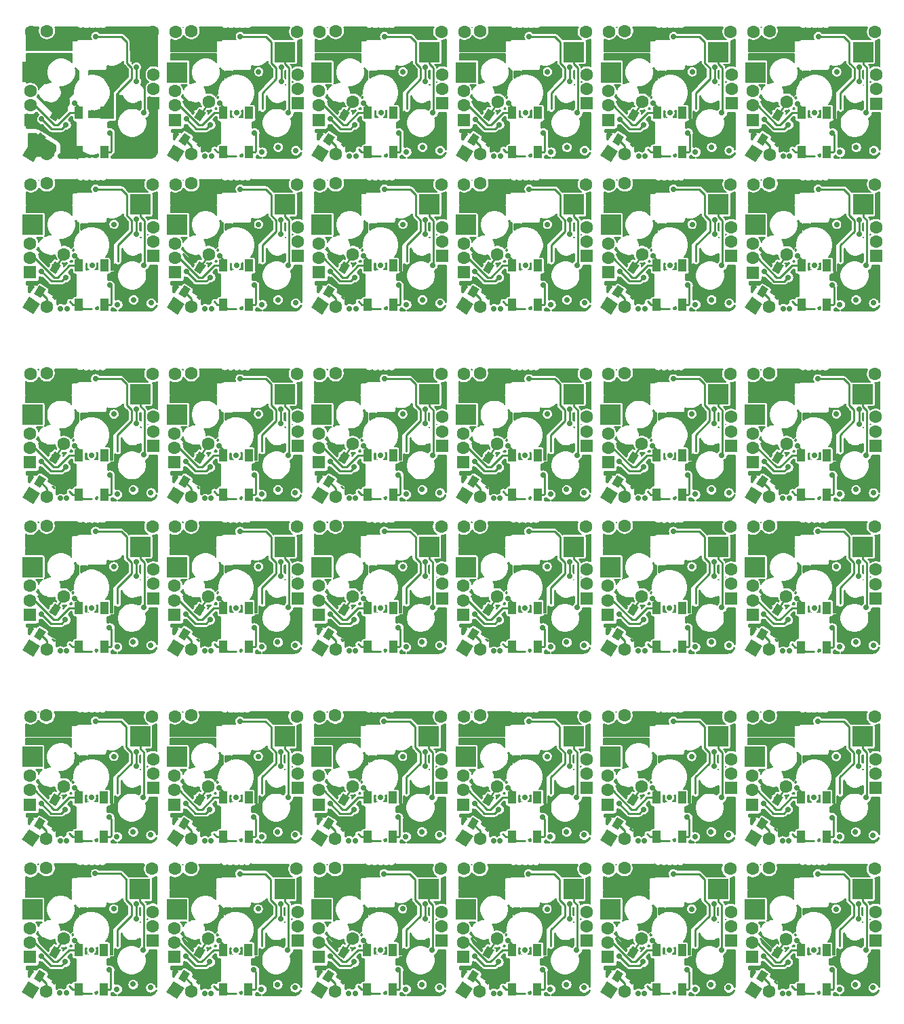
<source format=gbl>
G04 #@! TF.GenerationSoftware,KiCad,Pcbnew,(5.1.5)-3*
G04 #@! TF.CreationDate,2020-05-06T16:20:12+02:00*
G04 #@! TF.ProjectId,plaque,706c6171-7565-42e6-9b69-6361645f7063,1*
G04 #@! TF.SameCoordinates,Original*
G04 #@! TF.FileFunction,Copper,L2,Bot*
G04 #@! TF.FilePolarity,Positive*
%FSLAX46Y46*%
G04 Gerber Fmt 4.6, Leading zero omitted, Abs format (unit mm)*
G04 Created by KiCad (PCBNEW (5.1.5)-3) date 2020-05-06 16:20:12*
%MOMM*%
%LPD*%
G04 APERTURE LIST*
%ADD10C,1.600000*%
%ADD11C,0.100000*%
%ADD12R,2.550000X2.500000*%
%ADD13R,1.000000X1.500000*%
%ADD14R,1.600000X1.600000*%
%ADD15C,0.700000*%
%ADD16C,0.300000*%
%ADD17C,0.250000*%
%ADD18C,0.254000*%
%ADD19C,0.200000*%
G04 APERTURE END LIST*
D10*
X125084040Y-129200920D03*
X123002040Y-123100920D03*
G04 #@! TA.AperFunction,ComponentPad*
D11*
G36*
X123378913Y-130155473D02*
G01*
X122029487Y-129295793D01*
X122889167Y-127946367D01*
X124238593Y-128806047D01*
X123378913Y-130155473D01*
G37*
G04 #@! TD.AperFunction*
D10*
X127228263Y-122624277D03*
D12*
X136774040Y-116420920D03*
X123324040Y-118960920D03*
D10*
X104957880Y-121298380D03*
X107039880Y-129198380D03*
X104957880Y-123098380D03*
D13*
X111028480Y-128922780D03*
X114228480Y-128922780D03*
X111028480Y-124022780D03*
X114228480Y-124022780D03*
G04 #@! TA.AperFunction,SMDPad,CuDef*
D11*
G36*
X106241246Y-128101802D02*
G01*
X105440024Y-127591367D01*
X106138514Y-126494958D01*
X106939736Y-127005393D01*
X106241246Y-128101802D01*
G37*
G04 #@! TD.AperFunction*
G04 #@! TA.AperFunction,SMDPad,CuDef*
G36*
X108148660Y-125107762D02*
G01*
X107347438Y-124597327D01*
X108045928Y-123500918D01*
X108847150Y-124011353D01*
X108148660Y-125107762D01*
G37*
G04 #@! TD.AperFunction*
D14*
X120339880Y-122848380D03*
D12*
X118722260Y-135450600D03*
X105272260Y-137990600D03*
D10*
X125076420Y-148233140D03*
D12*
X123316420Y-137993140D03*
X136766420Y-135453140D03*
D14*
X138384040Y-122850920D03*
G04 #@! TA.AperFunction,ComponentPad*
D11*
G36*
X105327133Y-149185153D02*
G01*
X103977707Y-148325473D01*
X104837387Y-146976047D01*
X106186813Y-147835727D01*
X105327133Y-149185153D01*
G37*
G04 #@! TD.AperFunction*
D10*
X109176483Y-141653957D03*
G04 #@! TA.AperFunction,SMDPad,CuDef*
D11*
G36*
X124277786Y-147136562D02*
G01*
X123476564Y-146626127D01*
X124175054Y-145529718D01*
X124976276Y-146040153D01*
X124277786Y-147136562D01*
G37*
G04 #@! TD.AperFunction*
G04 #@! TA.AperFunction,SMDPad,CuDef*
G36*
X126185200Y-144142522D02*
G01*
X125383978Y-143632087D01*
X126082468Y-142535678D01*
X126883690Y-143046113D01*
X126185200Y-144142522D01*
G37*
G04 #@! TD.AperFunction*
D14*
X138376420Y-141883140D03*
D13*
X132272640Y-124025320D03*
X129072640Y-124025320D03*
X132272640Y-128925320D03*
X129072640Y-128925320D03*
D10*
X122994420Y-140333140D03*
X125076420Y-132833140D03*
X138376420Y-140083140D03*
X138384040Y-119250920D03*
X123076420Y-132933140D03*
X107032260Y-148230600D03*
X138284040Y-113900920D03*
X104950260Y-142130600D03*
X138376420Y-138283140D03*
X122994420Y-142133140D03*
G04 #@! TA.AperFunction,SMDPad,CuDef*
D11*
G36*
X126192820Y-125110302D02*
G01*
X125391598Y-124599867D01*
X126090088Y-123503458D01*
X126891310Y-124013893D01*
X126192820Y-125110302D01*
G37*
G04 #@! TD.AperFunction*
G04 #@! TA.AperFunction,SMDPad,CuDef*
G36*
X124285406Y-128104342D02*
G01*
X123484184Y-127593907D01*
X124182674Y-126497498D01*
X124983896Y-127007933D01*
X124285406Y-128104342D01*
G37*
G04 #@! TD.AperFunction*
D10*
X127220643Y-141656497D03*
G04 #@! TA.AperFunction,ComponentPad*
D11*
G36*
X123371293Y-149187693D02*
G01*
X122021867Y-148328013D01*
X122881547Y-146978587D01*
X124230973Y-147838267D01*
X123371293Y-149187693D01*
G37*
G04 #@! TD.AperFunction*
D10*
X123002040Y-121300920D03*
X109184103Y-122621737D03*
G04 #@! TA.AperFunction,ComponentPad*
D11*
G36*
X105334753Y-130152933D02*
G01*
X103985327Y-129293253D01*
X104845007Y-127943827D01*
X106194433Y-128803507D01*
X105334753Y-130152933D01*
G37*
G04 #@! TD.AperFunction*
D10*
X123084040Y-113900920D03*
D14*
X122994420Y-143933140D03*
D12*
X105279880Y-118958380D03*
X118729880Y-116418380D03*
D13*
X129065020Y-147957540D03*
X132265020Y-147957540D03*
X129065020Y-143057540D03*
X132265020Y-143057540D03*
D10*
X125084040Y-113800920D03*
X138276420Y-132933140D03*
X107039880Y-113798380D03*
D14*
X123002040Y-124900920D03*
D10*
X104950260Y-140330600D03*
G04 #@! TA.AperFunction,SMDPad,CuDef*
D11*
G36*
X70142766Y-128099262D02*
G01*
X69341544Y-127588827D01*
X70040034Y-126492418D01*
X70841256Y-127002853D01*
X70142766Y-128099262D01*
G37*
G04 #@! TD.AperFunction*
G04 #@! TA.AperFunction,SMDPad,CuDef*
G36*
X72050180Y-125105222D02*
G01*
X71248958Y-124594787D01*
X71947448Y-123498378D01*
X72748670Y-124008813D01*
X72050180Y-125105222D01*
G37*
G04 #@! TD.AperFunction*
D10*
X70941400Y-113795840D03*
X88977940Y-132830600D03*
D13*
X92966540Y-147955000D03*
X96166540Y-147955000D03*
X92966540Y-143055000D03*
X96166540Y-143055000D03*
D14*
X86895940Y-143930600D03*
D10*
X68851780Y-140328060D03*
X91122163Y-141653957D03*
G04 #@! TA.AperFunction,ComponentPad*
D11*
G36*
X87272813Y-149185153D02*
G01*
X85923387Y-148325473D01*
X86783067Y-146976047D01*
X88132493Y-147835727D01*
X87272813Y-149185153D01*
G37*
G04 #@! TD.AperFunction*
D10*
X86895940Y-140330600D03*
G04 #@! TA.AperFunction,SMDPad,CuDef*
D11*
G36*
X88179306Y-147134022D02*
G01*
X87378084Y-146623587D01*
X88076574Y-145527178D01*
X88877796Y-146037613D01*
X88179306Y-147134022D01*
G37*
G04 #@! TD.AperFunction*
G04 #@! TA.AperFunction,SMDPad,CuDef*
G36*
X90086720Y-144139982D02*
G01*
X89285498Y-143629547D01*
X89983988Y-142533138D01*
X90785210Y-143043573D01*
X90086720Y-144139982D01*
G37*
G04 #@! TD.AperFunction*
D10*
X102285560Y-119248380D03*
D12*
X69181400Y-118955840D03*
X82631400Y-116415840D03*
D13*
X74930000Y-128920240D03*
X78130000Y-128920240D03*
X74930000Y-124020240D03*
X78130000Y-124020240D03*
D10*
X88977940Y-148230600D03*
X70941400Y-129195840D03*
D14*
X86903560Y-124898380D03*
D10*
X86895940Y-142130600D03*
X73085623Y-122619197D03*
G04 #@! TA.AperFunction,ComponentPad*
D11*
G36*
X69236273Y-130150393D02*
G01*
X67886847Y-129290713D01*
X68746527Y-127941287D01*
X70095953Y-128800967D01*
X69236273Y-130150393D01*
G37*
G04 #@! TD.AperFunction*
D10*
X68859400Y-123095840D03*
D14*
X102285560Y-122848380D03*
D10*
X88985560Y-113798380D03*
X70933780Y-148228060D03*
D14*
X102277940Y-141880600D03*
G04 #@! TA.AperFunction,SMDPad,CuDef*
D11*
G36*
X90094340Y-125107762D02*
G01*
X89293118Y-124597327D01*
X89991608Y-123500918D01*
X90792830Y-124011353D01*
X90094340Y-125107762D01*
G37*
G04 #@! TD.AperFunction*
G04 #@! TA.AperFunction,SMDPad,CuDef*
G36*
X88186926Y-128101802D02*
G01*
X87385704Y-127591367D01*
X88084194Y-126494958D01*
X88885416Y-127005393D01*
X88186926Y-128101802D01*
G37*
G04 #@! TD.AperFunction*
D12*
X87217940Y-137990600D03*
X100667940Y-135450600D03*
D13*
X96174160Y-124022780D03*
X92974160Y-124022780D03*
X96174160Y-128922780D03*
X92974160Y-128922780D03*
D10*
X102177940Y-132930600D03*
X86977940Y-132930600D03*
X102185560Y-113898380D03*
D14*
X84241400Y-122845840D03*
D10*
X86985560Y-113898380D03*
X120339880Y-121048380D03*
X120339880Y-119248380D03*
G04 #@! TA.AperFunction,SMDPad,CuDef*
D11*
G36*
X108141040Y-144139982D02*
G01*
X107339818Y-143629547D01*
X108038308Y-142533138D01*
X108839530Y-143043573D01*
X108141040Y-144139982D01*
G37*
G04 #@! TD.AperFunction*
G04 #@! TA.AperFunction,SMDPad,CuDef*
G36*
X106233626Y-147134022D02*
G01*
X105432404Y-146623587D01*
X106130894Y-145527178D01*
X106932116Y-146037613D01*
X106233626Y-147134022D01*
G37*
G04 #@! TD.AperFunction*
D10*
X105032260Y-132930600D03*
X120232260Y-132930600D03*
X107032260Y-132830600D03*
D14*
X104957880Y-124898380D03*
X120332260Y-141880600D03*
D10*
X120332260Y-140080600D03*
X138384040Y-121050920D03*
D14*
X104950260Y-143930600D03*
D10*
X120239880Y-113898380D03*
X105039880Y-113898380D03*
D13*
X114220860Y-143055000D03*
X111020860Y-143055000D03*
X114220860Y-147955000D03*
X111020860Y-147955000D03*
D14*
X68851780Y-143928060D03*
D10*
X70933780Y-132828060D03*
X102277940Y-138280600D03*
X102285560Y-121048380D03*
X84141400Y-113895840D03*
X84233780Y-138278060D03*
X84233780Y-140078060D03*
X68941400Y-113895840D03*
X102277940Y-140080600D03*
X68933780Y-132928060D03*
D13*
X78122380Y-143052460D03*
X74922380Y-143052460D03*
X78122380Y-147952460D03*
X74922380Y-147952460D03*
D10*
X84133780Y-132928060D03*
D14*
X84233780Y-141878060D03*
D10*
X84241400Y-121045840D03*
X84241400Y-119245840D03*
D14*
X68859400Y-124895840D03*
D12*
X82623780Y-135448060D03*
X69173780Y-137988060D03*
G04 #@! TA.AperFunction,ComponentPad*
D11*
G36*
X69228653Y-149182613D02*
G01*
X67879227Y-148322933D01*
X68738907Y-146973507D01*
X70088333Y-147833187D01*
X69228653Y-149182613D01*
G37*
G04 #@! TD.AperFunction*
D10*
X73078003Y-141651417D03*
G04 #@! TA.AperFunction,SMDPad,CuDef*
D11*
G36*
X72042560Y-144137442D02*
G01*
X71241338Y-143627007D01*
X71939828Y-142530598D01*
X72741050Y-143041033D01*
X72042560Y-144137442D01*
G37*
G04 #@! TD.AperFunction*
G04 #@! TA.AperFunction,SMDPad,CuDef*
G36*
X70135146Y-147131482D02*
G01*
X69333924Y-146621047D01*
X70032414Y-145524638D01*
X70833636Y-146035073D01*
X70135146Y-147131482D01*
G37*
G04 #@! TD.AperFunction*
D10*
X68851780Y-142128060D03*
X120332260Y-138280600D03*
X86903560Y-121298380D03*
X86903560Y-123098380D03*
X68859400Y-121295840D03*
G04 #@! TA.AperFunction,ComponentPad*
D11*
G36*
X87280433Y-130152933D02*
G01*
X85931007Y-129293253D01*
X86790687Y-127943827D01*
X88140113Y-128803507D01*
X87280433Y-130152933D01*
G37*
G04 #@! TD.AperFunction*
D10*
X91129783Y-122621737D03*
X88985560Y-129198380D03*
D12*
X100675560Y-116418380D03*
X87225560Y-118958380D03*
D10*
X50843180Y-123095840D03*
X55069403Y-122619197D03*
G04 #@! TA.AperFunction,ComponentPad*
D11*
G36*
X51220053Y-130150393D02*
G01*
X49870627Y-129290713D01*
X50730307Y-127941287D01*
X52079733Y-128800967D01*
X51220053Y-130150393D01*
G37*
G04 #@! TD.AperFunction*
D12*
X51165180Y-118955840D03*
X64615180Y-116415840D03*
D10*
X52925180Y-129195840D03*
X50843180Y-121295840D03*
X32799020Y-121293300D03*
X34881020Y-129193300D03*
D12*
X46571020Y-116413300D03*
X33121020Y-118953300D03*
G04 #@! TA.AperFunction,ComponentPad*
D11*
G36*
X33175893Y-130147853D02*
G01*
X31826467Y-129288173D01*
X32686147Y-127938747D01*
X34035573Y-128798427D01*
X33175893Y-130147853D01*
G37*
G04 #@! TD.AperFunction*
D10*
X37025243Y-122616657D03*
X32799020Y-123093300D03*
D13*
X42069620Y-124017700D03*
X38869620Y-124017700D03*
X42069620Y-128917700D03*
X38869620Y-128917700D03*
G04 #@! TA.AperFunction,SMDPad,CuDef*
D11*
G36*
X35989800Y-125102682D02*
G01*
X35188578Y-124592247D01*
X35887068Y-123495838D01*
X36688290Y-124006273D01*
X35989800Y-125102682D01*
G37*
G04 #@! TD.AperFunction*
G04 #@! TA.AperFunction,SMDPad,CuDef*
G36*
X34082386Y-128096722D02*
G01*
X33281164Y-127586287D01*
X33979654Y-126489878D01*
X34780876Y-127000313D01*
X34082386Y-128096722D01*
G37*
G04 #@! TD.AperFunction*
D10*
X34881020Y-113793300D03*
D14*
X48181020Y-122843300D03*
D10*
X52925180Y-113795840D03*
X52917560Y-148228060D03*
D12*
X64607560Y-135448060D03*
X51157560Y-137988060D03*
G04 #@! TA.AperFunction,ComponentPad*
D11*
G36*
X51212433Y-149182613D02*
G01*
X49863007Y-148322933D01*
X50722687Y-146973507D01*
X52072113Y-147833187D01*
X51212433Y-149182613D01*
G37*
G04 #@! TD.AperFunction*
D10*
X55061783Y-141651417D03*
X50835560Y-142128060D03*
D14*
X66217560Y-141878060D03*
D10*
X50925180Y-113895840D03*
X52917560Y-132828060D03*
D13*
X56913780Y-128920240D03*
X60113780Y-128920240D03*
X56913780Y-124020240D03*
X60113780Y-124020240D03*
G04 #@! TA.AperFunction,SMDPad,CuDef*
D11*
G36*
X52126546Y-128099262D02*
G01*
X51325324Y-127588827D01*
X52023814Y-126492418D01*
X52825036Y-127002853D01*
X52126546Y-128099262D01*
G37*
G04 #@! TD.AperFunction*
G04 #@! TA.AperFunction,SMDPad,CuDef*
G36*
X54033960Y-125105222D02*
G01*
X53232738Y-124594787D01*
X53931228Y-123498378D01*
X54732450Y-124008813D01*
X54033960Y-125105222D01*
G37*
G04 #@! TD.AperFunction*
D14*
X66225180Y-122845840D03*
D10*
X50835560Y-140328060D03*
D14*
X50835560Y-143928060D03*
D10*
X66117560Y-132928060D03*
D13*
X60106160Y-143052460D03*
X56906160Y-143052460D03*
X60106160Y-147952460D03*
X56906160Y-147952460D03*
D10*
X32791400Y-140325520D03*
G04 #@! TA.AperFunction,SMDPad,CuDef*
D11*
G36*
X54026340Y-144137442D02*
G01*
X53225118Y-143627007D01*
X53923608Y-142530598D01*
X54724830Y-143041033D01*
X54026340Y-144137442D01*
G37*
G04 #@! TD.AperFunction*
G04 #@! TA.AperFunction,SMDPad,CuDef*
G36*
X52118926Y-147131482D02*
G01*
X51317704Y-146621047D01*
X52016194Y-145524638D01*
X52817416Y-146035073D01*
X52118926Y-147131482D01*
G37*
G04 #@! TD.AperFunction*
D14*
X50843180Y-124895840D03*
D10*
X34873400Y-148225520D03*
X50917560Y-132928060D03*
X66125180Y-113895840D03*
X66225180Y-119245840D03*
X66217560Y-140078060D03*
X66217560Y-138278060D03*
D12*
X33113400Y-137985520D03*
X46563400Y-135445520D03*
D10*
X37017623Y-141648877D03*
G04 #@! TA.AperFunction,ComponentPad*
D11*
G36*
X33168273Y-149180073D02*
G01*
X31818847Y-148320393D01*
X32678527Y-146970967D01*
X34027953Y-147830647D01*
X33168273Y-149180073D01*
G37*
G04 #@! TD.AperFunction*
D10*
X32791400Y-142125520D03*
X66225180Y-121045840D03*
X48073400Y-132925520D03*
D14*
X32791400Y-143925520D03*
X48173400Y-141875520D03*
D10*
X32881020Y-113893300D03*
D13*
X38862000Y-147949920D03*
X42062000Y-147949920D03*
X38862000Y-143049920D03*
X42062000Y-143049920D03*
D10*
X34873400Y-132825520D03*
X32873400Y-132925520D03*
X48181020Y-121043300D03*
X48181020Y-119243300D03*
X48081020Y-113893300D03*
D14*
X32799020Y-124893300D03*
G04 #@! TA.AperFunction,SMDPad,CuDef*
D11*
G36*
X34074766Y-147128942D02*
G01*
X33273544Y-146618507D01*
X33972034Y-145522098D01*
X34773256Y-146032533D01*
X34074766Y-147128942D01*
G37*
G04 #@! TD.AperFunction*
G04 #@! TA.AperFunction,SMDPad,CuDef*
G36*
X35982180Y-144134902D02*
G01*
X35180958Y-143624467D01*
X35879448Y-142528058D01*
X36680670Y-143038493D01*
X35982180Y-144134902D01*
G37*
G04 #@! TD.AperFunction*
D10*
X48173400Y-140075520D03*
X48173400Y-138275520D03*
X125111980Y-86493360D03*
X123029980Y-80393360D03*
G04 #@! TA.AperFunction,ComponentPad*
D11*
G36*
X123406853Y-87447913D02*
G01*
X122057427Y-86588233D01*
X122917107Y-85238807D01*
X124266533Y-86098487D01*
X123406853Y-87447913D01*
G37*
G04 #@! TD.AperFunction*
D10*
X127256203Y-79916717D03*
D12*
X136801980Y-73713360D03*
X123351980Y-76253360D03*
D10*
X104985820Y-78590820D03*
X107067820Y-86490820D03*
X104985820Y-80390820D03*
D13*
X111056420Y-86215220D03*
X114256420Y-86215220D03*
X111056420Y-81315220D03*
X114256420Y-81315220D03*
G04 #@! TA.AperFunction,SMDPad,CuDef*
D11*
G36*
X106269186Y-85394242D02*
G01*
X105467964Y-84883807D01*
X106166454Y-83787398D01*
X106967676Y-84297833D01*
X106269186Y-85394242D01*
G37*
G04 #@! TD.AperFunction*
G04 #@! TA.AperFunction,SMDPad,CuDef*
G36*
X108176600Y-82400202D02*
G01*
X107375378Y-81889767D01*
X108073868Y-80793358D01*
X108875090Y-81303793D01*
X108176600Y-82400202D01*
G37*
G04 #@! TD.AperFunction*
D14*
X120367820Y-80140820D03*
D12*
X118750200Y-92743040D03*
X105300200Y-95283040D03*
D10*
X125104360Y-105525580D03*
D12*
X123344360Y-95285580D03*
X136794360Y-92745580D03*
D14*
X138411980Y-80143360D03*
G04 #@! TA.AperFunction,ComponentPad*
D11*
G36*
X105355073Y-106477593D02*
G01*
X104005647Y-105617913D01*
X104865327Y-104268487D01*
X106214753Y-105128167D01*
X105355073Y-106477593D01*
G37*
G04 #@! TD.AperFunction*
D10*
X109204423Y-98946397D03*
G04 #@! TA.AperFunction,SMDPad,CuDef*
D11*
G36*
X124305726Y-104429002D02*
G01*
X123504504Y-103918567D01*
X124202994Y-102822158D01*
X125004216Y-103332593D01*
X124305726Y-104429002D01*
G37*
G04 #@! TD.AperFunction*
G04 #@! TA.AperFunction,SMDPad,CuDef*
G36*
X126213140Y-101434962D02*
G01*
X125411918Y-100924527D01*
X126110408Y-99828118D01*
X126911630Y-100338553D01*
X126213140Y-101434962D01*
G37*
G04 #@! TD.AperFunction*
D14*
X138404360Y-99175580D03*
D13*
X132300580Y-81317760D03*
X129100580Y-81317760D03*
X132300580Y-86217760D03*
X129100580Y-86217760D03*
D10*
X123022360Y-97625580D03*
X125104360Y-90125580D03*
X138404360Y-97375580D03*
X138411980Y-76543360D03*
X123104360Y-90225580D03*
X107060200Y-105523040D03*
X138311980Y-71193360D03*
X104978200Y-99423040D03*
X138404360Y-95575580D03*
X123022360Y-99425580D03*
G04 #@! TA.AperFunction,SMDPad,CuDef*
D11*
G36*
X126220760Y-82402742D02*
G01*
X125419538Y-81892307D01*
X126118028Y-80795898D01*
X126919250Y-81306333D01*
X126220760Y-82402742D01*
G37*
G04 #@! TD.AperFunction*
G04 #@! TA.AperFunction,SMDPad,CuDef*
G36*
X124313346Y-85396782D02*
G01*
X123512124Y-84886347D01*
X124210614Y-83789938D01*
X125011836Y-84300373D01*
X124313346Y-85396782D01*
G37*
G04 #@! TD.AperFunction*
D10*
X127248583Y-98948937D03*
G04 #@! TA.AperFunction,ComponentPad*
D11*
G36*
X123399233Y-106480133D02*
G01*
X122049807Y-105620453D01*
X122909487Y-104271027D01*
X124258913Y-105130707D01*
X123399233Y-106480133D01*
G37*
G04 #@! TD.AperFunction*
D10*
X123029980Y-78593360D03*
X109212043Y-79914177D03*
G04 #@! TA.AperFunction,ComponentPad*
D11*
G36*
X105362693Y-87445373D02*
G01*
X104013267Y-86585693D01*
X104872947Y-85236267D01*
X106222373Y-86095947D01*
X105362693Y-87445373D01*
G37*
G04 #@! TD.AperFunction*
D10*
X123111980Y-71193360D03*
D14*
X123022360Y-101225580D03*
D12*
X105307820Y-76250820D03*
X118757820Y-73710820D03*
D13*
X129092960Y-105249980D03*
X132292960Y-105249980D03*
X129092960Y-100349980D03*
X132292960Y-100349980D03*
D10*
X125111980Y-71093360D03*
X138304360Y-90225580D03*
X107067820Y-71090820D03*
D14*
X123029980Y-82193360D03*
D10*
X104978200Y-97623040D03*
G04 #@! TA.AperFunction,SMDPad,CuDef*
D11*
G36*
X70170706Y-85391702D02*
G01*
X69369484Y-84881267D01*
X70067974Y-83784858D01*
X70869196Y-84295293D01*
X70170706Y-85391702D01*
G37*
G04 #@! TD.AperFunction*
G04 #@! TA.AperFunction,SMDPad,CuDef*
G36*
X72078120Y-82397662D02*
G01*
X71276898Y-81887227D01*
X71975388Y-80790818D01*
X72776610Y-81301253D01*
X72078120Y-82397662D01*
G37*
G04 #@! TD.AperFunction*
D10*
X70969340Y-71088280D03*
X89005880Y-90123040D03*
D13*
X92994480Y-105247440D03*
X96194480Y-105247440D03*
X92994480Y-100347440D03*
X96194480Y-100347440D03*
D14*
X86923880Y-101223040D03*
D10*
X68879720Y-97620500D03*
X91150103Y-98946397D03*
G04 #@! TA.AperFunction,ComponentPad*
D11*
G36*
X87300753Y-106477593D02*
G01*
X85951327Y-105617913D01*
X86811007Y-104268487D01*
X88160433Y-105128167D01*
X87300753Y-106477593D01*
G37*
G04 #@! TD.AperFunction*
D10*
X86923880Y-97623040D03*
G04 #@! TA.AperFunction,SMDPad,CuDef*
D11*
G36*
X88207246Y-104426462D02*
G01*
X87406024Y-103916027D01*
X88104514Y-102819618D01*
X88905736Y-103330053D01*
X88207246Y-104426462D01*
G37*
G04 #@! TD.AperFunction*
G04 #@! TA.AperFunction,SMDPad,CuDef*
G36*
X90114660Y-101432422D02*
G01*
X89313438Y-100921987D01*
X90011928Y-99825578D01*
X90813150Y-100336013D01*
X90114660Y-101432422D01*
G37*
G04 #@! TD.AperFunction*
D10*
X102313500Y-76540820D03*
D12*
X69209340Y-76248280D03*
X82659340Y-73708280D03*
D13*
X74957940Y-86212680D03*
X78157940Y-86212680D03*
X74957940Y-81312680D03*
X78157940Y-81312680D03*
D10*
X89005880Y-105523040D03*
X70969340Y-86488280D03*
D14*
X86931500Y-82190820D03*
D10*
X86923880Y-99423040D03*
X73113563Y-79911637D03*
G04 #@! TA.AperFunction,ComponentPad*
D11*
G36*
X69264213Y-87442833D02*
G01*
X67914787Y-86583153D01*
X68774467Y-85233727D01*
X70123893Y-86093407D01*
X69264213Y-87442833D01*
G37*
G04 #@! TD.AperFunction*
D10*
X68887340Y-80388280D03*
D14*
X102313500Y-80140820D03*
D10*
X89013500Y-71090820D03*
X70961720Y-105520500D03*
D14*
X102305880Y-99173040D03*
G04 #@! TA.AperFunction,SMDPad,CuDef*
D11*
G36*
X90122280Y-82400202D02*
G01*
X89321058Y-81889767D01*
X90019548Y-80793358D01*
X90820770Y-81303793D01*
X90122280Y-82400202D01*
G37*
G04 #@! TD.AperFunction*
G04 #@! TA.AperFunction,SMDPad,CuDef*
G36*
X88214866Y-85394242D02*
G01*
X87413644Y-84883807D01*
X88112134Y-83787398D01*
X88913356Y-84297833D01*
X88214866Y-85394242D01*
G37*
G04 #@! TD.AperFunction*
D12*
X87245880Y-95283040D03*
X100695880Y-92743040D03*
D13*
X96202100Y-81315220D03*
X93002100Y-81315220D03*
X96202100Y-86215220D03*
X93002100Y-86215220D03*
D10*
X102205880Y-90223040D03*
X87005880Y-90223040D03*
X102213500Y-71190820D03*
D14*
X84269340Y-80138280D03*
D10*
X87013500Y-71190820D03*
X120367820Y-78340820D03*
X120367820Y-76540820D03*
G04 #@! TA.AperFunction,SMDPad,CuDef*
D11*
G36*
X108168980Y-101432422D02*
G01*
X107367758Y-100921987D01*
X108066248Y-99825578D01*
X108867470Y-100336013D01*
X108168980Y-101432422D01*
G37*
G04 #@! TD.AperFunction*
G04 #@! TA.AperFunction,SMDPad,CuDef*
G36*
X106261566Y-104426462D02*
G01*
X105460344Y-103916027D01*
X106158834Y-102819618D01*
X106960056Y-103330053D01*
X106261566Y-104426462D01*
G37*
G04 #@! TD.AperFunction*
D10*
X105060200Y-90223040D03*
X120260200Y-90223040D03*
X107060200Y-90123040D03*
D14*
X104985820Y-82190820D03*
X120360200Y-99173040D03*
D10*
X120360200Y-97373040D03*
X138411980Y-78343360D03*
D14*
X104978200Y-101223040D03*
D10*
X120267820Y-71190820D03*
X105067820Y-71190820D03*
D13*
X114248800Y-100347440D03*
X111048800Y-100347440D03*
X114248800Y-105247440D03*
X111048800Y-105247440D03*
D14*
X68879720Y-101220500D03*
D10*
X70961720Y-90120500D03*
X102305880Y-95573040D03*
X102313500Y-78340820D03*
X84169340Y-71188280D03*
X84261720Y-95570500D03*
X84261720Y-97370500D03*
X68969340Y-71188280D03*
X102305880Y-97373040D03*
X68961720Y-90220500D03*
D13*
X78150320Y-100344900D03*
X74950320Y-100344900D03*
X78150320Y-105244900D03*
X74950320Y-105244900D03*
D10*
X84161720Y-90220500D03*
D14*
X84261720Y-99170500D03*
D10*
X84269340Y-78338280D03*
X84269340Y-76538280D03*
D14*
X68887340Y-82188280D03*
D12*
X82651720Y-92740500D03*
X69201720Y-95280500D03*
G04 #@! TA.AperFunction,ComponentPad*
D11*
G36*
X69256593Y-106475053D02*
G01*
X67907167Y-105615373D01*
X68766847Y-104265947D01*
X70116273Y-105125627D01*
X69256593Y-106475053D01*
G37*
G04 #@! TD.AperFunction*
D10*
X73105943Y-98943857D03*
G04 #@! TA.AperFunction,SMDPad,CuDef*
D11*
G36*
X72070500Y-101429882D02*
G01*
X71269278Y-100919447D01*
X71967768Y-99823038D01*
X72768990Y-100333473D01*
X72070500Y-101429882D01*
G37*
G04 #@! TD.AperFunction*
G04 #@! TA.AperFunction,SMDPad,CuDef*
G36*
X70163086Y-104423922D02*
G01*
X69361864Y-103913487D01*
X70060354Y-102817078D01*
X70861576Y-103327513D01*
X70163086Y-104423922D01*
G37*
G04 #@! TD.AperFunction*
D10*
X68879720Y-99420500D03*
X120360200Y-95573040D03*
X86931500Y-78590820D03*
X86931500Y-80390820D03*
X68887340Y-78588280D03*
G04 #@! TA.AperFunction,ComponentPad*
D11*
G36*
X87308373Y-87445373D02*
G01*
X85958947Y-86585693D01*
X86818627Y-85236267D01*
X88168053Y-86095947D01*
X87308373Y-87445373D01*
G37*
G04 #@! TD.AperFunction*
D10*
X91157723Y-79914177D03*
X89013500Y-86490820D03*
D12*
X100703500Y-73710820D03*
X87253500Y-76250820D03*
D10*
X50871120Y-80388280D03*
X55097343Y-79911637D03*
G04 #@! TA.AperFunction,ComponentPad*
D11*
G36*
X51247993Y-87442833D02*
G01*
X49898567Y-86583153D01*
X50758247Y-85233727D01*
X52107673Y-86093407D01*
X51247993Y-87442833D01*
G37*
G04 #@! TD.AperFunction*
D12*
X51193120Y-76248280D03*
X64643120Y-73708280D03*
D10*
X52953120Y-86488280D03*
X50871120Y-78588280D03*
X32826960Y-78585740D03*
X34908960Y-86485740D03*
D12*
X46598960Y-73705740D03*
X33148960Y-76245740D03*
G04 #@! TA.AperFunction,ComponentPad*
D11*
G36*
X33203833Y-87440293D02*
G01*
X31854407Y-86580613D01*
X32714087Y-85231187D01*
X34063513Y-86090867D01*
X33203833Y-87440293D01*
G37*
G04 #@! TD.AperFunction*
D10*
X37053183Y-79909097D03*
X32826960Y-80385740D03*
D13*
X42097560Y-81310140D03*
X38897560Y-81310140D03*
X42097560Y-86210140D03*
X38897560Y-86210140D03*
G04 #@! TA.AperFunction,SMDPad,CuDef*
D11*
G36*
X36017740Y-82395122D02*
G01*
X35216518Y-81884687D01*
X35915008Y-80788278D01*
X36716230Y-81298713D01*
X36017740Y-82395122D01*
G37*
G04 #@! TD.AperFunction*
G04 #@! TA.AperFunction,SMDPad,CuDef*
G36*
X34110326Y-85389162D02*
G01*
X33309104Y-84878727D01*
X34007594Y-83782318D01*
X34808816Y-84292753D01*
X34110326Y-85389162D01*
G37*
G04 #@! TD.AperFunction*
D10*
X34908960Y-71085740D03*
D14*
X48208960Y-80135740D03*
D10*
X52953120Y-71088280D03*
X52945500Y-105520500D03*
D12*
X64635500Y-92740500D03*
X51185500Y-95280500D03*
G04 #@! TA.AperFunction,ComponentPad*
D11*
G36*
X51240373Y-106475053D02*
G01*
X49890947Y-105615373D01*
X50750627Y-104265947D01*
X52100053Y-105125627D01*
X51240373Y-106475053D01*
G37*
G04 #@! TD.AperFunction*
D10*
X55089723Y-98943857D03*
X50863500Y-99420500D03*
D14*
X66245500Y-99170500D03*
D10*
X50953120Y-71188280D03*
X52945500Y-90120500D03*
D13*
X56941720Y-86212680D03*
X60141720Y-86212680D03*
X56941720Y-81312680D03*
X60141720Y-81312680D03*
G04 #@! TA.AperFunction,SMDPad,CuDef*
D11*
G36*
X52154486Y-85391702D02*
G01*
X51353264Y-84881267D01*
X52051754Y-83784858D01*
X52852976Y-84295293D01*
X52154486Y-85391702D01*
G37*
G04 #@! TD.AperFunction*
G04 #@! TA.AperFunction,SMDPad,CuDef*
G36*
X54061900Y-82397662D02*
G01*
X53260678Y-81887227D01*
X53959168Y-80790818D01*
X54760390Y-81301253D01*
X54061900Y-82397662D01*
G37*
G04 #@! TD.AperFunction*
D14*
X66253120Y-80138280D03*
D10*
X50863500Y-97620500D03*
D14*
X50863500Y-101220500D03*
D10*
X66145500Y-90220500D03*
D13*
X60134100Y-100344900D03*
X56934100Y-100344900D03*
X60134100Y-105244900D03*
X56934100Y-105244900D03*
D10*
X32819340Y-97617960D03*
G04 #@! TA.AperFunction,SMDPad,CuDef*
D11*
G36*
X54054280Y-101429882D02*
G01*
X53253058Y-100919447D01*
X53951548Y-99823038D01*
X54752770Y-100333473D01*
X54054280Y-101429882D01*
G37*
G04 #@! TD.AperFunction*
G04 #@! TA.AperFunction,SMDPad,CuDef*
G36*
X52146866Y-104423922D02*
G01*
X51345644Y-103913487D01*
X52044134Y-102817078D01*
X52845356Y-103327513D01*
X52146866Y-104423922D01*
G37*
G04 #@! TD.AperFunction*
D14*
X50871120Y-82188280D03*
D10*
X34901340Y-105517960D03*
X50945500Y-90220500D03*
X66153120Y-71188280D03*
X66253120Y-76538280D03*
X66245500Y-97370500D03*
X66245500Y-95570500D03*
D12*
X33141340Y-95277960D03*
X46591340Y-92737960D03*
D10*
X37045563Y-98941317D03*
G04 #@! TA.AperFunction,ComponentPad*
D11*
G36*
X33196213Y-106472513D02*
G01*
X31846787Y-105612833D01*
X32706467Y-104263407D01*
X34055893Y-105123087D01*
X33196213Y-106472513D01*
G37*
G04 #@! TD.AperFunction*
D10*
X32819340Y-99417960D03*
X66253120Y-78338280D03*
X48101340Y-90217960D03*
D14*
X32819340Y-101217960D03*
X48201340Y-99167960D03*
D10*
X32908960Y-71185740D03*
D13*
X38889940Y-105242360D03*
X42089940Y-105242360D03*
X38889940Y-100342360D03*
X42089940Y-100342360D03*
D10*
X34901340Y-90117960D03*
X32901340Y-90217960D03*
X48208960Y-78335740D03*
X48208960Y-76535740D03*
X48108960Y-71185740D03*
D14*
X32826960Y-82185740D03*
G04 #@! TA.AperFunction,SMDPad,CuDef*
D11*
G36*
X34102706Y-104421382D02*
G01*
X33301484Y-103910947D01*
X33999974Y-102814538D01*
X34801196Y-103324973D01*
X34102706Y-104421382D01*
G37*
G04 #@! TD.AperFunction*
G04 #@! TA.AperFunction,SMDPad,CuDef*
G36*
X36010120Y-101427342D02*
G01*
X35208898Y-100916907D01*
X35907388Y-99820498D01*
X36708610Y-100330933D01*
X36010120Y-101427342D01*
G37*
G04 #@! TD.AperFunction*
D10*
X48201340Y-97367960D03*
X48201340Y-95567960D03*
X123057920Y-37680720D03*
X127284143Y-37204077D03*
G04 #@! TA.AperFunction,ComponentPad*
D11*
G36*
X123434793Y-44735273D02*
G01*
X122085367Y-43875593D01*
X122945047Y-42526167D01*
X124294473Y-43385847D01*
X123434793Y-44735273D01*
G37*
G04 #@! TD.AperFunction*
D12*
X123379920Y-33540720D03*
X136829920Y-31000720D03*
D10*
X125139920Y-43780720D03*
X123057920Y-35880720D03*
X105013760Y-35878180D03*
X107095760Y-43778180D03*
D12*
X118785760Y-30998180D03*
X105335760Y-33538180D03*
G04 #@! TA.AperFunction,ComponentPad*
D11*
G36*
X105390633Y-44732733D02*
G01*
X104041207Y-43873053D01*
X104900887Y-42523627D01*
X106250313Y-43383307D01*
X105390633Y-44732733D01*
G37*
G04 #@! TD.AperFunction*
D10*
X109239983Y-37201537D03*
X105013760Y-37678180D03*
D13*
X114284360Y-38602580D03*
X111084360Y-38602580D03*
X114284360Y-43502580D03*
X111084360Y-43502580D03*
G04 #@! TA.AperFunction,SMDPad,CuDef*
D11*
G36*
X108204540Y-39687562D02*
G01*
X107403318Y-39177127D01*
X108101808Y-38080718D01*
X108903030Y-38591153D01*
X108204540Y-39687562D01*
G37*
G04 #@! TD.AperFunction*
G04 #@! TA.AperFunction,SMDPad,CuDef*
G36*
X106297126Y-42681602D02*
G01*
X105495904Y-42171167D01*
X106194394Y-41074758D01*
X106995616Y-41585193D01*
X106297126Y-42681602D01*
G37*
G04 #@! TD.AperFunction*
D10*
X107095760Y-28378180D03*
D14*
X120395760Y-37428180D03*
D10*
X125139920Y-28380720D03*
X125132300Y-62812940D03*
D12*
X136822300Y-50032940D03*
X123372300Y-52572940D03*
G04 #@! TA.AperFunction,ComponentPad*
D11*
G36*
X123427173Y-63767493D02*
G01*
X122077747Y-62907813D01*
X122937427Y-61558387D01*
X124286853Y-62418067D01*
X123427173Y-63767493D01*
G37*
G04 #@! TD.AperFunction*
D10*
X127276523Y-56236297D03*
X123050300Y-56712940D03*
D14*
X138432300Y-56462940D03*
D10*
X123139920Y-28480720D03*
X125132300Y-47412940D03*
D13*
X129128520Y-43505120D03*
X132328520Y-43505120D03*
X129128520Y-38605120D03*
X132328520Y-38605120D03*
G04 #@! TA.AperFunction,SMDPad,CuDef*
D11*
G36*
X124341286Y-42684142D02*
G01*
X123540064Y-42173707D01*
X124238554Y-41077298D01*
X125039776Y-41587733D01*
X124341286Y-42684142D01*
G37*
G04 #@! TD.AperFunction*
G04 #@! TA.AperFunction,SMDPad,CuDef*
G36*
X126248700Y-39690102D02*
G01*
X125447478Y-39179667D01*
X126145968Y-38083258D01*
X126947190Y-38593693D01*
X126248700Y-39690102D01*
G37*
G04 #@! TD.AperFunction*
D14*
X138439920Y-37430720D03*
D10*
X123050300Y-54912940D03*
D14*
X123050300Y-58512940D03*
D10*
X138332300Y-47512940D03*
D13*
X132320900Y-57637340D03*
X129120900Y-57637340D03*
X132320900Y-62537340D03*
X129120900Y-62537340D03*
D10*
X105006140Y-54910400D03*
G04 #@! TA.AperFunction,SMDPad,CuDef*
D11*
G36*
X126241080Y-58722322D02*
G01*
X125439858Y-58211887D01*
X126138348Y-57115478D01*
X126939570Y-57625913D01*
X126241080Y-58722322D01*
G37*
G04 #@! TD.AperFunction*
G04 #@! TA.AperFunction,SMDPad,CuDef*
G36*
X124333666Y-61716362D02*
G01*
X123532444Y-61205927D01*
X124230934Y-60109518D01*
X125032156Y-60619953D01*
X124333666Y-61716362D01*
G37*
G04 #@! TD.AperFunction*
D14*
X123057920Y-39480720D03*
D10*
X107088140Y-62810400D03*
X123132300Y-47512940D03*
X138339920Y-28480720D03*
X138439920Y-33830720D03*
X138432300Y-54662940D03*
X138432300Y-52862940D03*
D12*
X105328140Y-52570400D03*
X118778140Y-50030400D03*
D10*
X109232363Y-56233757D03*
G04 #@! TA.AperFunction,ComponentPad*
D11*
G36*
X105383013Y-63764953D02*
G01*
X104033587Y-62905273D01*
X104893267Y-61555847D01*
X106242693Y-62415527D01*
X105383013Y-63764953D01*
G37*
G04 #@! TD.AperFunction*
D10*
X105006140Y-56710400D03*
X138439920Y-35630720D03*
X120288140Y-47510400D03*
D14*
X105006140Y-58510400D03*
X120388140Y-56460400D03*
D10*
X105095760Y-28478180D03*
D13*
X111076740Y-62534800D03*
X114276740Y-62534800D03*
X111076740Y-57634800D03*
X114276740Y-57634800D03*
D10*
X107088140Y-47410400D03*
X105088140Y-47510400D03*
X120395760Y-35628180D03*
X120395760Y-33828180D03*
X120295760Y-28478180D03*
D14*
X105013760Y-39478180D03*
G04 #@! TA.AperFunction,SMDPad,CuDef*
D11*
G36*
X106289506Y-61713822D02*
G01*
X105488284Y-61203387D01*
X106186774Y-60106978D01*
X106987996Y-60617413D01*
X106289506Y-61713822D01*
G37*
G04 #@! TD.AperFunction*
G04 #@! TA.AperFunction,SMDPad,CuDef*
G36*
X108196920Y-58719782D02*
G01*
X107395698Y-58209347D01*
X108094188Y-57112938D01*
X108895410Y-57623373D01*
X108196920Y-58719782D01*
G37*
G04 #@! TD.AperFunction*
D10*
X120388140Y-54660400D03*
X120388140Y-52860400D03*
X86959440Y-37678180D03*
X91185663Y-37201537D03*
G04 #@! TA.AperFunction,ComponentPad*
D11*
G36*
X87336313Y-44732733D02*
G01*
X85986887Y-43873053D01*
X86846567Y-42523627D01*
X88195993Y-43383307D01*
X87336313Y-44732733D01*
G37*
G04 #@! TD.AperFunction*
D12*
X87281440Y-33538180D03*
X100731440Y-30998180D03*
D10*
X89041440Y-43778180D03*
X86959440Y-35878180D03*
X68915280Y-35875640D03*
X70997280Y-43775640D03*
D12*
X82687280Y-30995640D03*
X69237280Y-33535640D03*
G04 #@! TA.AperFunction,ComponentPad*
D11*
G36*
X69292153Y-44730193D02*
G01*
X67942727Y-43870513D01*
X68802407Y-42521087D01*
X70151833Y-43380767D01*
X69292153Y-44730193D01*
G37*
G04 #@! TD.AperFunction*
D10*
X73141503Y-37198997D03*
X68915280Y-37675640D03*
D13*
X78185880Y-38600040D03*
X74985880Y-38600040D03*
X78185880Y-43500040D03*
X74985880Y-43500040D03*
G04 #@! TA.AperFunction,SMDPad,CuDef*
D11*
G36*
X72106060Y-39685022D02*
G01*
X71304838Y-39174587D01*
X72003328Y-38078178D01*
X72804550Y-38588613D01*
X72106060Y-39685022D01*
G37*
G04 #@! TD.AperFunction*
G04 #@! TA.AperFunction,SMDPad,CuDef*
G36*
X70198646Y-42679062D02*
G01*
X69397424Y-42168627D01*
X70095914Y-41072218D01*
X70897136Y-41582653D01*
X70198646Y-42679062D01*
G37*
G04 #@! TD.AperFunction*
D10*
X70997280Y-28375640D03*
D14*
X84297280Y-37425640D03*
D10*
X89041440Y-28378180D03*
X89033820Y-62810400D03*
D12*
X100723820Y-50030400D03*
X87273820Y-52570400D03*
G04 #@! TA.AperFunction,ComponentPad*
D11*
G36*
X87328693Y-63764953D02*
G01*
X85979267Y-62905273D01*
X86838947Y-61555847D01*
X88188373Y-62415527D01*
X87328693Y-63764953D01*
G37*
G04 #@! TD.AperFunction*
D10*
X91178043Y-56233757D03*
X86951820Y-56710400D03*
D14*
X102333820Y-56460400D03*
D10*
X87041440Y-28478180D03*
X89033820Y-47410400D03*
D13*
X93030040Y-43502580D03*
X96230040Y-43502580D03*
X93030040Y-38602580D03*
X96230040Y-38602580D03*
G04 #@! TA.AperFunction,SMDPad,CuDef*
D11*
G36*
X88242806Y-42681602D02*
G01*
X87441584Y-42171167D01*
X88140074Y-41074758D01*
X88941296Y-41585193D01*
X88242806Y-42681602D01*
G37*
G04 #@! TD.AperFunction*
G04 #@! TA.AperFunction,SMDPad,CuDef*
G36*
X90150220Y-39687562D02*
G01*
X89348998Y-39177127D01*
X90047488Y-38080718D01*
X90848710Y-38591153D01*
X90150220Y-39687562D01*
G37*
G04 #@! TD.AperFunction*
D14*
X102341440Y-37428180D03*
D10*
X86951820Y-54910400D03*
D14*
X86951820Y-58510400D03*
D10*
X102233820Y-47510400D03*
D13*
X96222420Y-57634800D03*
X93022420Y-57634800D03*
X96222420Y-62534800D03*
X93022420Y-62534800D03*
D10*
X68907660Y-54907860D03*
G04 #@! TA.AperFunction,SMDPad,CuDef*
D11*
G36*
X90142600Y-58719782D02*
G01*
X89341378Y-58209347D01*
X90039868Y-57112938D01*
X90841090Y-57623373D01*
X90142600Y-58719782D01*
G37*
G04 #@! TD.AperFunction*
G04 #@! TA.AperFunction,SMDPad,CuDef*
G36*
X88235186Y-61713822D02*
G01*
X87433964Y-61203387D01*
X88132454Y-60106978D01*
X88933676Y-60617413D01*
X88235186Y-61713822D01*
G37*
G04 #@! TD.AperFunction*
D14*
X86959440Y-39478180D03*
D10*
X70989660Y-62807860D03*
X87033820Y-47510400D03*
X102241440Y-28478180D03*
X102341440Y-33828180D03*
X102333820Y-54660400D03*
X102333820Y-52860400D03*
D12*
X69229660Y-52567860D03*
X82679660Y-50027860D03*
D10*
X73133883Y-56231217D03*
G04 #@! TA.AperFunction,ComponentPad*
D11*
G36*
X69284533Y-63762413D02*
G01*
X67935107Y-62902733D01*
X68794787Y-61553307D01*
X70144213Y-62412987D01*
X69284533Y-63762413D01*
G37*
G04 #@! TD.AperFunction*
D10*
X68907660Y-56707860D03*
X102341440Y-35628180D03*
X84189660Y-47507860D03*
D14*
X68907660Y-58507860D03*
X84289660Y-56457860D03*
D10*
X68997280Y-28475640D03*
D13*
X74978260Y-62532260D03*
X78178260Y-62532260D03*
X74978260Y-57632260D03*
X78178260Y-57632260D03*
D10*
X70989660Y-47407860D03*
X68989660Y-47507860D03*
X84297280Y-35625640D03*
X84297280Y-33825640D03*
X84197280Y-28475640D03*
D14*
X68915280Y-39475640D03*
G04 #@! TA.AperFunction,SMDPad,CuDef*
D11*
G36*
X70191026Y-61711282D02*
G01*
X69389804Y-61200847D01*
X70088294Y-60104438D01*
X70889516Y-60614873D01*
X70191026Y-61711282D01*
G37*
G04 #@! TD.AperFunction*
G04 #@! TA.AperFunction,SMDPad,CuDef*
G36*
X72098440Y-58717242D02*
G01*
X71297218Y-58206807D01*
X71995708Y-57110398D01*
X72796930Y-57620833D01*
X72098440Y-58717242D01*
G37*
G04 #@! TD.AperFunction*
D10*
X84289660Y-54657860D03*
X84289660Y-52857860D03*
X50899060Y-35875640D03*
X52981060Y-43775640D03*
D12*
X64671060Y-30995640D03*
X51221060Y-33535640D03*
G04 #@! TA.AperFunction,ComponentPad*
D11*
G36*
X51275933Y-44730193D02*
G01*
X49926507Y-43870513D01*
X50786187Y-42521087D01*
X52135613Y-43380767D01*
X51275933Y-44730193D01*
G37*
G04 #@! TD.AperFunction*
D10*
X55125283Y-37198997D03*
X50899060Y-37675640D03*
D13*
X60169660Y-38600040D03*
X56969660Y-38600040D03*
X60169660Y-43500040D03*
X56969660Y-43500040D03*
G04 #@! TA.AperFunction,SMDPad,CuDef*
D11*
G36*
X54089840Y-39685022D02*
G01*
X53288618Y-39174587D01*
X53987108Y-38078178D01*
X54788330Y-38588613D01*
X54089840Y-39685022D01*
G37*
G04 #@! TD.AperFunction*
G04 #@! TA.AperFunction,SMDPad,CuDef*
G36*
X52182426Y-42679062D02*
G01*
X51381204Y-42168627D01*
X52079694Y-41072218D01*
X52880916Y-41582653D01*
X52182426Y-42679062D01*
G37*
G04 #@! TD.AperFunction*
D10*
X52981060Y-28375640D03*
D14*
X66281060Y-37425640D03*
D10*
X50891440Y-54907860D03*
X52973440Y-62807860D03*
D12*
X51213440Y-52567860D03*
X64663440Y-50027860D03*
D10*
X55117663Y-56231217D03*
G04 #@! TA.AperFunction,ComponentPad*
D11*
G36*
X51268313Y-63762413D02*
G01*
X49918887Y-62902733D01*
X50778567Y-61553307D01*
X52127993Y-62412987D01*
X51268313Y-63762413D01*
G37*
G04 #@! TD.AperFunction*
D10*
X50891440Y-56707860D03*
X66173440Y-47507860D03*
D14*
X50891440Y-58507860D03*
X66273440Y-56457860D03*
D10*
X50981060Y-28475640D03*
D13*
X56962040Y-62532260D03*
X60162040Y-62532260D03*
X56962040Y-57632260D03*
X60162040Y-57632260D03*
D10*
X52973440Y-47407860D03*
X50973440Y-47507860D03*
X66281060Y-35625640D03*
X66281060Y-33825640D03*
X66181060Y-28475640D03*
D14*
X50899060Y-39475640D03*
G04 #@! TA.AperFunction,SMDPad,CuDef*
D11*
G36*
X52174806Y-61711282D02*
G01*
X51373584Y-61200847D01*
X52072074Y-60104438D01*
X52873296Y-60614873D01*
X52174806Y-61711282D01*
G37*
G04 #@! TD.AperFunction*
G04 #@! TA.AperFunction,SMDPad,CuDef*
G36*
X54082220Y-58717242D02*
G01*
X53280998Y-58206807D01*
X53979488Y-57110398D01*
X54780710Y-57620833D01*
X54082220Y-58717242D01*
G37*
G04 #@! TD.AperFunction*
D10*
X66273440Y-54657860D03*
X66273440Y-52857860D03*
X32847280Y-54905320D03*
X34929280Y-62805320D03*
D12*
X46619280Y-50025320D03*
X33169280Y-52565320D03*
G04 #@! TA.AperFunction,ComponentPad*
D11*
G36*
X33224153Y-63759873D02*
G01*
X31874727Y-62900193D01*
X32734407Y-61550767D01*
X34083833Y-62410447D01*
X33224153Y-63759873D01*
G37*
G04 #@! TD.AperFunction*
D10*
X37073503Y-56228677D03*
X32847280Y-56705320D03*
D13*
X42117880Y-57629720D03*
X38917880Y-57629720D03*
X42117880Y-62529720D03*
X38917880Y-62529720D03*
G04 #@! TA.AperFunction,SMDPad,CuDef*
D11*
G36*
X36038060Y-58714702D02*
G01*
X35236838Y-58204267D01*
X35935328Y-57107858D01*
X36736550Y-57618293D01*
X36038060Y-58714702D01*
G37*
G04 #@! TD.AperFunction*
G04 #@! TA.AperFunction,SMDPad,CuDef*
G36*
X34130646Y-61708742D02*
G01*
X33329424Y-61198307D01*
X34027914Y-60101898D01*
X34829136Y-60612333D01*
X34130646Y-61708742D01*
G37*
G04 #@! TD.AperFunction*
D10*
X34929280Y-47405320D03*
D14*
X48229280Y-56455320D03*
D10*
X32929280Y-47505320D03*
X48229280Y-54655320D03*
X48229280Y-52855320D03*
X48129280Y-47505320D03*
D14*
X32847280Y-58505320D03*
D10*
X32936900Y-28473100D03*
X48136900Y-28473100D03*
X48236900Y-35623100D03*
D14*
X32854900Y-39473100D03*
D10*
X48236900Y-33823100D03*
X32854900Y-37673100D03*
X34936900Y-28373100D03*
D14*
X48236900Y-37423100D03*
D10*
X32854900Y-35873100D03*
X34936900Y-43773100D03*
G04 #@! TA.AperFunction,SMDPad,CuDef*
D11*
G36*
X34138266Y-42676522D02*
G01*
X33337044Y-42166087D01*
X34035534Y-41069678D01*
X34836756Y-41580113D01*
X34138266Y-42676522D01*
G37*
G04 #@! TD.AperFunction*
G04 #@! TA.AperFunction,SMDPad,CuDef*
G36*
X36045680Y-39682482D02*
G01*
X35244458Y-39172047D01*
X35942948Y-38075638D01*
X36744170Y-38586073D01*
X36045680Y-39682482D01*
G37*
G04 #@! TD.AperFunction*
D13*
X38925500Y-43497500D03*
X42125500Y-43497500D03*
X38925500Y-38597500D03*
X42125500Y-38597500D03*
D10*
X37081123Y-37196457D03*
G04 #@! TA.AperFunction,ComponentPad*
D11*
G36*
X33231773Y-44727653D02*
G01*
X31882347Y-43867973D01*
X32742027Y-42518547D01*
X34091453Y-43378227D01*
X33231773Y-44727653D01*
G37*
G04 #@! TD.AperFunction*
D12*
X33176900Y-33533100D03*
X46626900Y-30993100D03*
D15*
X47029280Y-57605320D03*
X40554880Y-57629720D03*
X37279280Y-59105320D03*
X43329280Y-52505320D03*
X34279280Y-58405320D03*
X38429280Y-56455320D03*
X46129280Y-51905320D03*
X42779280Y-60105320D03*
X46129280Y-53705320D03*
X47929280Y-62305320D03*
X45729280Y-61905320D03*
X41029280Y-48105320D03*
X43729280Y-62505320D03*
X36629280Y-63005320D03*
X37429280Y-63005320D03*
X61373440Y-52507860D03*
X52323440Y-58407860D03*
X63773440Y-61907860D03*
X59073440Y-48107860D03*
X65973440Y-62307860D03*
X65073440Y-57607860D03*
X60823440Y-60107860D03*
X55473440Y-63007860D03*
X64173440Y-51907860D03*
X54673440Y-63007860D03*
X64173440Y-53707860D03*
X61773440Y-62507860D03*
X55323440Y-59107860D03*
X58599040Y-57632260D03*
X56473440Y-56457860D03*
X65081060Y-38575640D03*
X58606660Y-38600040D03*
X55331060Y-40075640D03*
X61381060Y-33475640D03*
X52331060Y-39375640D03*
X56481060Y-37425640D03*
X64181060Y-32875640D03*
X60831060Y-41075640D03*
X64181060Y-34675640D03*
X65981060Y-43275640D03*
X63781060Y-42875640D03*
X59081060Y-29075640D03*
X61781060Y-43475640D03*
X54681060Y-43975640D03*
X55481060Y-43975640D03*
X102041440Y-43278180D03*
X79389660Y-52507860D03*
X70339660Y-58407860D03*
X81789660Y-61907860D03*
X77089660Y-48107860D03*
X83989660Y-62307860D03*
X83089660Y-57607860D03*
X78839660Y-60107860D03*
X73489660Y-63007860D03*
X82189660Y-51907860D03*
X72689660Y-63007860D03*
X82189660Y-53707860D03*
X79789660Y-62507860D03*
X73339660Y-59107860D03*
X76615260Y-57632260D03*
X74489660Y-56457860D03*
X100241440Y-32878180D03*
X101141440Y-38578180D03*
X100233820Y-51910400D03*
X97833820Y-62510400D03*
X97433820Y-52510400D03*
X91383820Y-59110400D03*
X92533820Y-56460400D03*
X97441440Y-33478180D03*
X94659420Y-57634800D03*
X94667040Y-38602580D03*
X95141440Y-29078180D03*
X97841440Y-43478180D03*
X91533820Y-63010400D03*
X96891440Y-41078180D03*
X102033820Y-62310400D03*
X91391440Y-40078180D03*
X90741440Y-43978180D03*
X100241440Y-34678180D03*
X91541440Y-43978180D03*
X96883820Y-60110400D03*
X90733820Y-63010400D03*
X99833820Y-61910400D03*
X99841440Y-42878180D03*
X88383820Y-58410400D03*
X88391440Y-39378180D03*
X95133820Y-48110400D03*
X100233820Y-53710400D03*
X92541440Y-37428180D03*
X101133820Y-57610400D03*
X83097280Y-38575640D03*
X76622880Y-38600040D03*
X73347280Y-40075640D03*
X79397280Y-33475640D03*
X70347280Y-39375640D03*
X74497280Y-37425640D03*
X82197280Y-32875640D03*
X78847280Y-41075640D03*
X82197280Y-34675640D03*
X83997280Y-43275640D03*
X81797280Y-42875640D03*
X77097280Y-29075640D03*
X79797280Y-43475640D03*
X72697280Y-43975640D03*
X73497280Y-43975640D03*
X138139920Y-43280720D03*
X115488140Y-52510400D03*
X106438140Y-58410400D03*
X117888140Y-61910400D03*
X113188140Y-48110400D03*
X120088140Y-62310400D03*
X119188140Y-57610400D03*
X114938140Y-60110400D03*
X109588140Y-63010400D03*
X118288140Y-51910400D03*
X108788140Y-63010400D03*
X118288140Y-53710400D03*
X115888140Y-62510400D03*
X109438140Y-59110400D03*
X112713740Y-57634800D03*
X110588140Y-56460400D03*
X136339920Y-32880720D03*
X137239920Y-38580720D03*
X136332300Y-51912940D03*
X133932300Y-62512940D03*
X133532300Y-52512940D03*
X127482300Y-59112940D03*
X128632300Y-56462940D03*
X133539920Y-33480720D03*
X130757900Y-57637340D03*
X130765520Y-38605120D03*
X131239920Y-29080720D03*
X133939920Y-43480720D03*
X127632300Y-63012940D03*
X132989920Y-41080720D03*
X138132300Y-62312940D03*
X127489920Y-40080720D03*
X126839920Y-43980720D03*
X136339920Y-34680720D03*
X127639920Y-43980720D03*
X132982300Y-60112940D03*
X126832300Y-63012940D03*
X135932300Y-61912940D03*
X135939920Y-42880720D03*
X124482300Y-58412940D03*
X124489920Y-39380720D03*
X131232300Y-48112940D03*
X136332300Y-53712940D03*
X128639920Y-37430720D03*
X137232300Y-57612940D03*
X119195760Y-38578180D03*
X112721360Y-38602580D03*
X109445760Y-40078180D03*
X115495760Y-33478180D03*
X106445760Y-39378180D03*
X110595760Y-37428180D03*
X118295760Y-32878180D03*
X114945760Y-41078180D03*
X118295760Y-34678180D03*
X120095760Y-43278180D03*
X117895760Y-42878180D03*
X113195760Y-29078180D03*
X115895760Y-43478180D03*
X108795760Y-43978180D03*
X109595760Y-43978180D03*
X65953120Y-85988280D03*
X43301340Y-95217960D03*
X34251340Y-101117960D03*
X45701340Y-104617960D03*
X41001340Y-90817960D03*
X47901340Y-105017960D03*
X47001340Y-100317960D03*
X42751340Y-102817960D03*
X37401340Y-105717960D03*
X46101340Y-94617960D03*
X36601340Y-105717960D03*
X46101340Y-96417960D03*
X43701340Y-105217960D03*
X37251340Y-101817960D03*
X40526940Y-100342360D03*
X38401340Y-99167960D03*
X64153120Y-75588280D03*
X65053120Y-81288280D03*
X64145500Y-94620500D03*
X61745500Y-105220500D03*
X61345500Y-95220500D03*
X55295500Y-101820500D03*
X56445500Y-99170500D03*
X61353120Y-76188280D03*
X58571100Y-100344900D03*
X58578720Y-81312680D03*
X59053120Y-71788280D03*
X61753120Y-86188280D03*
X55445500Y-105720500D03*
X136304360Y-96425580D03*
X60803120Y-83788280D03*
X65945500Y-105020500D03*
X55303120Y-82788280D03*
X54653120Y-86688280D03*
X64153120Y-77388280D03*
X55453120Y-86688280D03*
X60795500Y-102820500D03*
X54645500Y-105720500D03*
X63745500Y-104620500D03*
X63753120Y-85588280D03*
X128611980Y-80143360D03*
X52295500Y-101120500D03*
X137204360Y-100325580D03*
X52303120Y-82088280D03*
X59045500Y-90820500D03*
X64145500Y-96420500D03*
X56453120Y-80138280D03*
X65045500Y-100320500D03*
X120060200Y-105023040D03*
X119160200Y-100323040D03*
X114910200Y-102823040D03*
X114917820Y-83790820D03*
X113167820Y-71790820D03*
X109417820Y-82790820D03*
X119167820Y-81290820D03*
X112693420Y-81315220D03*
X117867820Y-85590820D03*
X106417820Y-82090820D03*
X110567820Y-80140820D03*
X118267820Y-77390820D03*
X120067820Y-85990820D03*
X88355880Y-101123040D03*
X115867820Y-86190820D03*
X108767820Y-86690820D03*
X109567820Y-86690820D03*
X118267820Y-75590820D03*
X138111980Y-85993360D03*
X115460200Y-95223040D03*
X115467820Y-76190820D03*
X106410200Y-101123040D03*
X117860200Y-104623040D03*
X113160200Y-90823040D03*
X124454360Y-101125580D03*
X135911980Y-85593360D03*
X100205880Y-96423040D03*
X135904360Y-104625580D03*
X131204360Y-90825580D03*
X88363500Y-82090820D03*
X95105880Y-90823040D03*
X124461980Y-82093360D03*
X92513500Y-80140820D03*
X101105880Y-100323040D03*
X126804360Y-105725580D03*
X73469340Y-86688280D03*
X130729960Y-100349980D03*
X131211980Y-71793360D03*
X127604360Y-105725580D03*
X132961980Y-83793360D03*
X74469340Y-80138280D03*
X127461980Y-82793360D03*
X136311980Y-77393360D03*
X83069340Y-81288280D03*
X78819340Y-83788280D03*
X83969340Y-85988280D03*
X79361720Y-95220500D03*
X133904360Y-105225580D03*
X72669340Y-86688280D03*
X118260200Y-94623040D03*
X77069340Y-71788280D03*
X70311720Y-101120500D03*
X81761720Y-104620500D03*
X77061720Y-90820500D03*
X112685800Y-100347440D03*
X133911980Y-86193360D03*
X136304360Y-94625580D03*
X138104360Y-105025580D03*
X126811980Y-86693360D03*
X127611980Y-86693360D03*
X76594940Y-81312680D03*
X70319340Y-82088280D03*
X132954360Y-102825580D03*
X82169340Y-75588280D03*
X130737580Y-81317760D03*
X108760200Y-105723040D03*
X82169340Y-77388280D03*
X102013500Y-85990820D03*
X109410200Y-101823040D03*
X81769340Y-85588280D03*
X110560200Y-99173040D03*
X133504360Y-95225580D03*
X137211980Y-81293360D03*
X127454360Y-101825580D03*
X128604360Y-99175580D03*
X73319340Y-82788280D03*
X115860200Y-105223040D03*
X136311980Y-75593360D03*
X133511980Y-76193360D03*
X109560200Y-105723040D03*
X79369340Y-76188280D03*
X79769340Y-86188280D03*
X118260200Y-96423040D03*
X95113500Y-71790820D03*
X97413500Y-76190820D03*
X94631480Y-100347440D03*
X97813500Y-86190820D03*
X72661720Y-105720500D03*
X96863500Y-83790820D03*
X97805880Y-105223040D03*
X102005880Y-105023040D03*
X91513500Y-86690820D03*
X96855880Y-102823040D03*
X73461720Y-105720500D03*
X101113500Y-81290820D03*
X90705880Y-105723040D03*
X99805880Y-104623040D03*
X83061720Y-100320500D03*
X82161720Y-94620500D03*
X78811720Y-102820500D03*
X100205880Y-94623040D03*
X97405880Y-95223040D03*
X91355880Y-101823040D03*
X82161720Y-96420500D03*
X90713500Y-86690820D03*
X99813500Y-85590820D03*
X83961720Y-105020500D03*
X100213500Y-75590820D03*
X94639100Y-81315220D03*
X73311720Y-101820500D03*
X74461720Y-99170500D03*
X91363500Y-82790820D03*
X91505880Y-105723040D03*
X100213500Y-77390820D03*
X76587320Y-100344900D03*
X79761720Y-105220500D03*
X92505880Y-99173040D03*
X47008960Y-81285740D03*
X40534560Y-81310140D03*
X37258960Y-82785740D03*
X43308960Y-76185740D03*
X34258960Y-82085740D03*
X38408960Y-80135740D03*
X46108960Y-75585740D03*
X42758960Y-83785740D03*
X46108960Y-77385740D03*
X47908960Y-85985740D03*
X45708960Y-85585740D03*
X41008960Y-71785740D03*
X43708960Y-86185740D03*
X36608960Y-86685740D03*
X37408960Y-86685740D03*
X65925180Y-128695840D03*
X43273400Y-137925520D03*
X34223400Y-143825520D03*
X45673400Y-147325520D03*
X40973400Y-133525520D03*
X47873400Y-147725520D03*
X46973400Y-143025520D03*
X42723400Y-145525520D03*
X37373400Y-148425520D03*
X46073400Y-137325520D03*
X36573400Y-148425520D03*
X46073400Y-139125520D03*
X43673400Y-147925520D03*
X37223400Y-144525520D03*
X40499000Y-143049920D03*
X38373400Y-141875520D03*
X64125180Y-118295840D03*
X65025180Y-123995840D03*
X64117560Y-137328060D03*
X61717560Y-147928060D03*
X61317560Y-137928060D03*
X55267560Y-144528060D03*
X56417560Y-141878060D03*
X61325180Y-118895840D03*
X58543160Y-143052460D03*
X58550780Y-124020240D03*
X59025180Y-114495840D03*
X61725180Y-128895840D03*
X55417560Y-148428060D03*
X136276420Y-139133140D03*
X60775180Y-126495840D03*
X65917560Y-147728060D03*
X55275180Y-125495840D03*
X54625180Y-129395840D03*
X64125180Y-120095840D03*
X55425180Y-129395840D03*
X60767560Y-145528060D03*
X54617560Y-148428060D03*
X63717560Y-147328060D03*
X63725180Y-128295840D03*
X128584040Y-122850920D03*
X52267560Y-143828060D03*
X137176420Y-143033140D03*
X52275180Y-124795840D03*
X59017560Y-133528060D03*
X64117560Y-139128060D03*
X56425180Y-122845840D03*
X65017560Y-143028060D03*
X120032260Y-147730600D03*
X119132260Y-143030600D03*
X114882260Y-145530600D03*
X114889880Y-126498380D03*
X113139880Y-114498380D03*
X109389880Y-125498380D03*
X119139880Y-123998380D03*
X112665480Y-124022780D03*
X117839880Y-128298380D03*
X106389880Y-124798380D03*
X110539880Y-122848380D03*
X118239880Y-120098380D03*
X120039880Y-128698380D03*
X88327940Y-143830600D03*
X115839880Y-128898380D03*
X108739880Y-129398380D03*
X109539880Y-129398380D03*
X118239880Y-118298380D03*
X138084040Y-128700920D03*
X115432260Y-137930600D03*
X115439880Y-118898380D03*
X106382260Y-143830600D03*
X117832260Y-147330600D03*
X113132260Y-133530600D03*
X124426420Y-143833140D03*
X135884040Y-128300920D03*
X100177940Y-139130600D03*
X135876420Y-147333140D03*
X131176420Y-133533140D03*
X88335560Y-124798380D03*
X95077940Y-133530600D03*
X124434040Y-124800920D03*
X92485560Y-122848380D03*
X101077940Y-143030600D03*
X126776420Y-148433140D03*
X73441400Y-129395840D03*
X130702020Y-143057540D03*
X131184040Y-114500920D03*
X127576420Y-148433140D03*
X132934040Y-126500920D03*
X74441400Y-122845840D03*
X127434040Y-125500920D03*
X136284040Y-120100920D03*
X83041400Y-123995840D03*
X78791400Y-126495840D03*
X83941400Y-128695840D03*
X79333780Y-137928060D03*
X133876420Y-147933140D03*
X72641400Y-129395840D03*
X118232260Y-137330600D03*
X77041400Y-114495840D03*
X70283780Y-143828060D03*
X81733780Y-147328060D03*
X77033780Y-133528060D03*
X112657860Y-143055000D03*
X133884040Y-128900920D03*
X136276420Y-137333140D03*
X138076420Y-147733140D03*
X126784040Y-129400920D03*
X127584040Y-129400920D03*
X76567000Y-124020240D03*
X70291400Y-124795840D03*
X132926420Y-145533140D03*
X82141400Y-118295840D03*
X130709640Y-124025320D03*
X108732260Y-148430600D03*
X82141400Y-120095840D03*
X101985560Y-128698380D03*
X109382260Y-144530600D03*
X81741400Y-128295840D03*
X110532260Y-141880600D03*
X133476420Y-137933140D03*
X137184040Y-124000920D03*
X127426420Y-144533140D03*
X128576420Y-141883140D03*
X73291400Y-125495840D03*
X115832260Y-147930600D03*
X136284040Y-118300920D03*
X133484040Y-118900920D03*
X109532260Y-148430600D03*
X79341400Y-118895840D03*
X79741400Y-128895840D03*
X118232260Y-139130600D03*
X95085560Y-114498380D03*
X97385560Y-118898380D03*
X94603540Y-143055000D03*
X97785560Y-128898380D03*
X72633780Y-148428060D03*
X96835560Y-126498380D03*
X97777940Y-147930600D03*
X101977940Y-147730600D03*
X91485560Y-129398380D03*
X96827940Y-145530600D03*
X73433780Y-148428060D03*
X101085560Y-123998380D03*
X90677940Y-148430600D03*
X99777940Y-147330600D03*
X83033780Y-143028060D03*
X82133780Y-137328060D03*
X78783780Y-145528060D03*
X100177940Y-137330600D03*
X97377940Y-137930600D03*
X91327940Y-144530600D03*
X82133780Y-139128060D03*
X90685560Y-129398380D03*
X99785560Y-128298380D03*
X83933780Y-147728060D03*
X100185560Y-118298380D03*
X94611160Y-124022780D03*
X73283780Y-144528060D03*
X74433780Y-141878060D03*
X91335560Y-125498380D03*
X91477940Y-148430600D03*
X100185560Y-120098380D03*
X76559380Y-143052460D03*
X79733780Y-147928060D03*
X92477940Y-141880600D03*
X46981020Y-123993300D03*
X40506620Y-124017700D03*
X37231020Y-125493300D03*
X43281020Y-118893300D03*
X34231020Y-124793300D03*
X38381020Y-122843300D03*
X46081020Y-118293300D03*
X42731020Y-126493300D03*
X46081020Y-120093300D03*
X47881020Y-128693300D03*
X45681020Y-128293300D03*
X40981020Y-114493300D03*
X43681020Y-128893300D03*
X36581020Y-129393300D03*
X37381020Y-129393300D03*
X47036900Y-38573100D03*
X34286900Y-39373100D03*
X37286900Y-40073100D03*
X40562500Y-38597500D03*
X43336900Y-33473100D03*
X38436900Y-37423100D03*
X42786900Y-41073100D03*
X46136900Y-34673100D03*
X46136900Y-32873100D03*
X41036900Y-29073100D03*
X37436900Y-43973100D03*
X36636900Y-43973100D03*
X43736900Y-43473100D03*
X45736900Y-42873100D03*
X47936900Y-43273100D03*
D16*
X32879280Y-52855320D02*
X33169280Y-52565320D01*
X32847280Y-52937320D02*
X33194280Y-52590320D01*
X33355280Y-52429320D02*
X33194280Y-52590320D01*
D17*
X37073503Y-56228677D02*
X37073503Y-56824471D01*
X35986694Y-57911280D02*
X35986694Y-57315486D01*
X35986694Y-57911280D02*
X37073503Y-56228677D01*
X35642664Y-57567250D02*
X35986694Y-57911280D01*
X33169280Y-52565320D02*
X33904281Y-53300321D01*
X34929280Y-62805320D02*
X34929280Y-61755320D01*
X34729280Y-62655320D02*
X34829280Y-62755320D01*
X34929280Y-61755320D02*
X34079280Y-60905320D01*
X46619280Y-51525320D02*
X47105181Y-52011221D01*
X46619280Y-50025320D02*
X46619280Y-51525320D01*
X33101280Y-47572320D02*
X33101280Y-47899320D01*
X47105181Y-52011221D02*
X47105181Y-57529419D01*
X32929280Y-47455320D02*
X32929280Y-47727320D01*
X46619280Y-49479320D02*
X46619280Y-50025320D01*
X46493280Y-50151320D02*
X46619280Y-50025320D01*
X47105181Y-57529419D02*
X47029280Y-57605320D01*
X42117880Y-57629720D02*
X42117880Y-57379720D01*
X42069280Y-57678320D02*
X42117880Y-57629720D01*
X34279280Y-58405320D02*
X35479280Y-59605320D01*
X37079281Y-59305319D02*
X37279280Y-59105320D01*
X36779280Y-59605320D02*
X37079281Y-59305319D01*
X35479280Y-59605320D02*
X36779280Y-59605320D01*
X38917880Y-56943920D02*
X38429280Y-56455320D01*
X35819678Y-59105320D02*
X36279280Y-59105320D01*
X32847280Y-56705320D02*
X33419678Y-56705320D01*
X33419678Y-56705320D02*
X35819678Y-59105320D01*
X37754880Y-57629720D02*
X38917880Y-57629720D01*
X36279280Y-59105320D02*
X37754880Y-57629720D01*
X38917880Y-57629720D02*
X38167880Y-57629720D01*
X38917880Y-57629720D02*
X38917880Y-56943920D01*
X33144280Y-56705320D02*
X32847280Y-56705320D01*
X42867880Y-62529720D02*
X42979279Y-62418321D01*
X42979279Y-62418321D02*
X42979279Y-60305319D01*
X42979279Y-60305319D02*
X42779280Y-60105320D01*
X42117880Y-62529720D02*
X42867880Y-62529720D01*
X46129280Y-53705320D02*
X46129280Y-51905320D01*
X37779280Y-62141120D02*
X38167880Y-62529720D01*
X44912280Y-48788320D02*
X44229280Y-48105320D01*
X45529280Y-52004318D02*
X44912280Y-51387318D01*
X40529280Y-63055320D02*
X40529280Y-63055320D01*
X38167880Y-62529720D02*
X38917880Y-62529720D01*
X38917880Y-62529720D02*
X39443480Y-63055320D01*
X39443480Y-63055320D02*
X40529280Y-63055320D01*
X43779280Y-57105320D02*
X43779280Y-55105320D01*
X44912280Y-51387318D02*
X44912280Y-48788320D01*
X44229280Y-48105320D02*
X41524254Y-48105320D01*
X41524254Y-48105320D02*
X41029280Y-48105320D01*
X45529280Y-53355320D02*
X45529280Y-52004318D01*
X43779280Y-55105320D02*
X45529280Y-53355320D01*
X61023439Y-62420861D02*
X61023439Y-60307859D01*
X55823440Y-62143660D02*
X56212040Y-62532260D01*
X51463838Y-56707860D02*
X53863838Y-59107860D01*
X50891440Y-56707860D02*
X51463838Y-56707860D01*
X55123441Y-59307859D02*
X55323440Y-59107860D01*
X56962040Y-62532260D02*
X57487640Y-63057860D01*
X57487640Y-63057860D02*
X58573440Y-63057860D01*
X58573440Y-63057860D02*
X58573440Y-63057860D01*
X63573440Y-52006858D02*
X62956440Y-51389858D01*
X60162040Y-62532260D02*
X60912040Y-62532260D01*
X62956440Y-51389858D02*
X62956440Y-48790860D01*
X56212040Y-62532260D02*
X56962040Y-62532260D01*
X61823440Y-57107860D02*
X61823440Y-55107860D01*
X54823440Y-59607860D02*
X55123441Y-59307859D01*
X62956440Y-48790860D02*
X62273440Y-48107860D01*
X61023439Y-60307859D02*
X60823440Y-60107860D01*
X52323440Y-58407860D02*
X53523440Y-59607860D01*
X53863838Y-59107860D02*
X54323440Y-59107860D01*
X64173440Y-53707860D02*
X64173440Y-51907860D01*
X53686824Y-57569790D02*
X54030854Y-57913820D01*
X55117663Y-56231217D02*
X55117663Y-56827011D01*
X64663440Y-49481860D02*
X64663440Y-50027860D01*
X54030854Y-57913820D02*
X55117663Y-56231217D01*
X52973440Y-61757860D02*
X52123440Y-60907860D01*
X50973440Y-47457860D02*
X50973440Y-47729860D01*
X64537440Y-50153860D02*
X64663440Y-50027860D01*
X65149341Y-57531959D02*
X65073440Y-57607860D01*
X51213440Y-52567860D02*
X51948441Y-53302861D01*
D16*
X51399440Y-52431860D02*
X51238440Y-52592860D01*
D17*
X56962040Y-56946460D02*
X56473440Y-56457860D01*
X60912040Y-62532260D02*
X61023439Y-62420861D01*
X54030854Y-57913820D02*
X54030854Y-57318026D01*
X65149341Y-52013761D02*
X65149341Y-57531959D01*
X60162040Y-57632260D02*
X60162040Y-57382260D01*
X64663440Y-50027860D02*
X64663440Y-51527860D01*
D16*
X50891440Y-52939860D02*
X51238440Y-52592860D01*
X50923440Y-52857860D02*
X51213440Y-52567860D01*
D17*
X51145440Y-47574860D02*
X51145440Y-47901860D01*
X64663440Y-51527860D02*
X65149341Y-52013761D01*
X60113440Y-57680860D02*
X60162040Y-57632260D01*
X52973440Y-62807860D02*
X52973440Y-61757860D01*
X52773440Y-62657860D02*
X52873440Y-62757860D01*
X51188440Y-56707860D02*
X50891440Y-56707860D01*
X54323440Y-59107860D02*
X55799040Y-57632260D01*
X55799040Y-57632260D02*
X56962040Y-57632260D01*
X61823440Y-55107860D02*
X63573440Y-53357860D01*
X59568414Y-48107860D02*
X59073440Y-48107860D01*
X56962040Y-57632260D02*
X56962040Y-56946460D01*
X53523440Y-59607860D02*
X54823440Y-59607860D01*
X62273440Y-48107860D02*
X59568414Y-48107860D01*
X63573440Y-53357860D02*
X63573440Y-52006858D01*
X56962040Y-57632260D02*
X56212040Y-57632260D01*
D16*
X50931060Y-33825640D02*
X51221060Y-33535640D01*
X50899060Y-33907640D02*
X51246060Y-33560640D01*
X51407060Y-33399640D02*
X51246060Y-33560640D01*
D17*
X55125283Y-37198997D02*
X55125283Y-37794791D01*
X54038474Y-38881600D02*
X54038474Y-38285806D01*
X54038474Y-38881600D02*
X55125283Y-37198997D01*
X53694444Y-38537570D02*
X54038474Y-38881600D01*
X51221060Y-33535640D02*
X51956061Y-34270641D01*
X52981060Y-43775640D02*
X52981060Y-42725640D01*
X52781060Y-43625640D02*
X52881060Y-43725640D01*
X52981060Y-42725640D02*
X52131060Y-41875640D01*
X64671060Y-32495640D02*
X65156961Y-32981541D01*
X64671060Y-30995640D02*
X64671060Y-32495640D01*
X51153060Y-28542640D02*
X51153060Y-28869640D01*
X65156961Y-32981541D02*
X65156961Y-38499739D01*
X50981060Y-28425640D02*
X50981060Y-28697640D01*
X64671060Y-30449640D02*
X64671060Y-30995640D01*
X64545060Y-31121640D02*
X64671060Y-30995640D01*
X65156961Y-38499739D02*
X65081060Y-38575640D01*
X60169660Y-38600040D02*
X60169660Y-38350040D01*
X60121060Y-38648640D02*
X60169660Y-38600040D01*
X52331060Y-39375640D02*
X53531060Y-40575640D01*
X55131061Y-40275639D02*
X55331060Y-40075640D01*
X54831060Y-40575640D02*
X55131061Y-40275639D01*
X53531060Y-40575640D02*
X54831060Y-40575640D01*
X56969660Y-37914240D02*
X56481060Y-37425640D01*
X53871458Y-40075640D02*
X54331060Y-40075640D01*
X50899060Y-37675640D02*
X51471458Y-37675640D01*
X51471458Y-37675640D02*
X53871458Y-40075640D01*
X55806660Y-38600040D02*
X56969660Y-38600040D01*
X54331060Y-40075640D02*
X55806660Y-38600040D01*
X56969660Y-38600040D02*
X56219660Y-38600040D01*
X56969660Y-38600040D02*
X56969660Y-37914240D01*
X51196060Y-37675640D02*
X50899060Y-37675640D01*
X60919660Y-43500040D02*
X61031059Y-43388641D01*
X61031059Y-43388641D02*
X61031059Y-41275639D01*
X61031059Y-41275639D02*
X60831060Y-41075640D01*
X60169660Y-43500040D02*
X60919660Y-43500040D01*
X64181060Y-34675640D02*
X64181060Y-32875640D01*
X55831060Y-43111440D02*
X56219660Y-43500040D01*
X62964060Y-29758640D02*
X62281060Y-29075640D01*
X63581060Y-32974638D02*
X62964060Y-32357638D01*
X58581060Y-44025640D02*
X58581060Y-44025640D01*
X56219660Y-43500040D02*
X56969660Y-43500040D01*
X56969660Y-43500040D02*
X57495260Y-44025640D01*
X57495260Y-44025640D02*
X58581060Y-44025640D01*
X61831060Y-38075640D02*
X61831060Y-36075640D01*
X62964060Y-32357638D02*
X62964060Y-29758640D01*
X62281060Y-29075640D02*
X59576034Y-29075640D01*
X59576034Y-29075640D02*
X59081060Y-29075640D01*
X63581060Y-34325640D02*
X63581060Y-32974638D01*
X61831060Y-36075640D02*
X63581060Y-34325640D01*
X79039659Y-62420861D02*
X79039659Y-60307859D01*
X73839660Y-62143660D02*
X74228260Y-62532260D01*
X69480058Y-56707860D02*
X71880058Y-59107860D01*
X68907660Y-56707860D02*
X69480058Y-56707860D01*
X73139661Y-59307859D02*
X73339660Y-59107860D01*
X74978260Y-62532260D02*
X75503860Y-63057860D01*
X75503860Y-63057860D02*
X76589660Y-63057860D01*
X76589660Y-63057860D02*
X76589660Y-63057860D01*
X81589660Y-52006858D02*
X80972660Y-51389858D01*
X78178260Y-62532260D02*
X78928260Y-62532260D01*
X80972660Y-51389858D02*
X80972660Y-48790860D01*
X74228260Y-62532260D02*
X74978260Y-62532260D01*
X79839660Y-57107860D02*
X79839660Y-55107860D01*
X72839660Y-59607860D02*
X73139661Y-59307859D01*
X80972660Y-48790860D02*
X80289660Y-48107860D01*
X79039659Y-60307859D02*
X78839660Y-60107860D01*
X70339660Y-58407860D02*
X71539660Y-59607860D01*
X71880058Y-59107860D02*
X72339660Y-59107860D01*
X82189660Y-53707860D02*
X82189660Y-51907860D01*
X71703044Y-57569790D02*
X72047074Y-57913820D01*
X73133883Y-56231217D02*
X73133883Y-56827011D01*
X82679660Y-49481860D02*
X82679660Y-50027860D01*
X72047074Y-57913820D02*
X73133883Y-56231217D01*
X70989660Y-61757860D02*
X70139660Y-60907860D01*
X68989660Y-47457860D02*
X68989660Y-47729860D01*
X82553660Y-50153860D02*
X82679660Y-50027860D01*
X83165561Y-57531959D02*
X83089660Y-57607860D01*
X69229660Y-52567860D02*
X69964661Y-53302861D01*
D16*
X69415660Y-52431860D02*
X69254660Y-52592860D01*
D17*
X74978260Y-56946460D02*
X74489660Y-56457860D01*
X78928260Y-62532260D02*
X79039659Y-62420861D01*
X72047074Y-57913820D02*
X72047074Y-57318026D01*
X83165561Y-52013761D02*
X83165561Y-57531959D01*
X93022420Y-56949000D02*
X92533820Y-56460400D01*
X101209721Y-52016301D02*
X101209721Y-57534499D01*
X96972420Y-62534800D02*
X97083819Y-62423401D01*
X96230040Y-38602580D02*
X96230040Y-38352580D01*
X88841440Y-43628180D02*
X88941440Y-43728180D01*
X88383820Y-58410400D02*
X89583820Y-59610400D01*
X100723820Y-49484400D02*
X100723820Y-50030400D01*
X87033820Y-47460400D02*
X87033820Y-47732400D01*
X91178043Y-56233757D02*
X91178043Y-56829551D01*
X100597820Y-50156400D02*
X100723820Y-50030400D01*
X90091234Y-57916360D02*
X90091234Y-57320566D01*
X100233820Y-53710400D02*
X100233820Y-51910400D01*
X89747204Y-57572330D02*
X90091234Y-57916360D01*
X87273820Y-52570400D02*
X88008821Y-53305401D01*
D16*
X87459820Y-52434400D02*
X87298820Y-52595400D01*
D17*
X89033820Y-61760400D02*
X88183820Y-60910400D01*
X90883820Y-59610400D02*
X91183821Y-59310399D01*
X97083819Y-60310399D02*
X96883820Y-60110400D01*
X89924218Y-59110400D02*
X90383820Y-59110400D01*
X90091234Y-57916360D02*
X91178043Y-56233757D01*
X99016820Y-48793400D02*
X98333820Y-48110400D01*
X89041440Y-43778180D02*
X89041440Y-42728180D01*
D16*
X86991440Y-33828180D02*
X87281440Y-33538180D01*
D17*
X101209721Y-57534499D02*
X101133820Y-57610400D01*
X101217341Y-32984081D02*
X101217341Y-38502279D01*
X101217341Y-38502279D02*
X101141440Y-38578180D01*
X91891440Y-43113980D02*
X92280040Y-43502580D01*
X96181440Y-38651180D02*
X96230040Y-38602580D01*
X86959440Y-37678180D02*
X87531838Y-37678180D01*
X97091439Y-43391181D02*
X97091439Y-41278179D01*
X89754824Y-38540110D02*
X90098854Y-38884140D01*
X99641440Y-32977178D02*
X99024440Y-32360178D01*
X96230040Y-43502580D02*
X96980040Y-43502580D01*
X87213440Y-28545180D02*
X87213440Y-28872180D01*
D16*
X87467440Y-33402180D02*
X87306440Y-33563180D01*
D17*
X99024440Y-29761180D02*
X98341440Y-29078180D01*
X100241440Y-34678180D02*
X100241440Y-32878180D01*
X87281440Y-33538180D02*
X88016441Y-34273181D01*
X91191441Y-40278179D02*
X91391440Y-40078180D01*
X87531838Y-37678180D02*
X89931838Y-40078180D01*
X90098854Y-38884140D02*
X90098854Y-38288346D01*
X88391440Y-39378180D02*
X89591440Y-40578180D01*
X94641440Y-44028180D02*
X94641440Y-44028180D01*
X92280040Y-43502580D02*
X93030040Y-43502580D01*
X89041440Y-42728180D02*
X88191440Y-41878180D01*
X100605440Y-31124180D02*
X100731440Y-30998180D01*
X87041440Y-28428180D02*
X87041440Y-28700180D01*
X91185663Y-37201537D02*
X91185663Y-37797331D01*
X100731440Y-32498180D02*
X101217341Y-32984081D01*
X93030040Y-37916780D02*
X92541440Y-37428180D01*
X89931838Y-40078180D02*
X90391440Y-40078180D01*
X97091439Y-41278179D02*
X96891440Y-41078180D01*
X90098854Y-38884140D02*
X91185663Y-37201537D01*
D16*
X86959440Y-33910180D02*
X87306440Y-33563180D01*
D17*
X100731440Y-30452180D02*
X100731440Y-30998180D01*
X100731440Y-30998180D02*
X100731440Y-32498180D01*
X96980040Y-43502580D02*
X97091439Y-43391181D01*
X97891440Y-38078180D02*
X97891440Y-36078180D01*
X93030040Y-43502580D02*
X93555640Y-44028180D01*
X93555640Y-44028180D02*
X94641440Y-44028180D01*
X99024440Y-32360178D02*
X99024440Y-29761180D01*
X90891440Y-40578180D02*
X91191441Y-40278179D01*
X87524218Y-56710400D02*
X89924218Y-59110400D01*
X86951820Y-56710400D02*
X87524218Y-56710400D01*
X91183821Y-59310399D02*
X91383820Y-59110400D01*
X97883820Y-57110400D02*
X97883820Y-55110400D01*
X97083819Y-62423401D02*
X97083819Y-60310399D01*
X99016820Y-51392398D02*
X99016820Y-48793400D01*
X92272420Y-62534800D02*
X93022420Y-62534800D01*
X91883820Y-62146200D02*
X92272420Y-62534800D01*
X93022420Y-62534800D02*
X93548020Y-63060400D01*
X93548020Y-63060400D02*
X94633820Y-63060400D01*
X94633820Y-63060400D02*
X94633820Y-63060400D01*
X99633820Y-52009398D02*
X99016820Y-51392398D01*
X96222420Y-62534800D02*
X96972420Y-62534800D01*
X95628794Y-48110400D02*
X95133820Y-48110400D01*
X87248820Y-56710400D02*
X86951820Y-56710400D01*
X95636414Y-29078180D02*
X95141440Y-29078180D01*
D16*
X86951820Y-52942400D02*
X87298820Y-52595400D01*
D17*
X98341440Y-29078180D02*
X95636414Y-29078180D01*
X96173820Y-57683400D02*
X96222420Y-57634800D01*
X91867040Y-38602580D02*
X93030040Y-38602580D01*
D16*
X86983820Y-52860400D02*
X87273820Y-52570400D01*
D17*
X93022420Y-57634800D02*
X93022420Y-56949000D01*
X98333820Y-48110400D02*
X95628794Y-48110400D01*
X99641440Y-34328180D02*
X99641440Y-32977178D01*
X87256440Y-37678180D02*
X86959440Y-37678180D01*
X90383820Y-59110400D02*
X91859420Y-57634800D01*
X97883820Y-55110400D02*
X99633820Y-53360400D01*
X99633820Y-53360400D02*
X99633820Y-52009398D01*
X89033820Y-62810400D02*
X89033820Y-61760400D01*
X91859420Y-57634800D02*
X93022420Y-57634800D01*
X93030040Y-38602580D02*
X92280040Y-38602580D01*
X93030040Y-38602580D02*
X93030040Y-37916780D01*
X90391440Y-40078180D02*
X91867040Y-38602580D01*
X97891440Y-36078180D02*
X99641440Y-34328180D01*
X89583820Y-59610400D02*
X90883820Y-59610400D01*
X93022420Y-57634800D02*
X92272420Y-57634800D01*
X89591440Y-40578180D02*
X90891440Y-40578180D01*
X100723820Y-51530400D02*
X101209721Y-52016301D01*
X88833820Y-62660400D02*
X88933820Y-62760400D01*
X96222420Y-57634800D02*
X96222420Y-57384800D01*
X100723820Y-50030400D02*
X100723820Y-51530400D01*
X87205820Y-47577400D02*
X87205820Y-47904400D01*
X78178260Y-57632260D02*
X78178260Y-57382260D01*
X82679660Y-50027860D02*
X82679660Y-51527860D01*
D16*
X68907660Y-52939860D02*
X69254660Y-52592860D01*
X68939660Y-52857860D02*
X69229660Y-52567860D01*
D17*
X69161660Y-47574860D02*
X69161660Y-47901860D01*
X82679660Y-51527860D02*
X83165561Y-52013761D01*
X78129660Y-57680860D02*
X78178260Y-57632260D01*
X70989660Y-62807860D02*
X70989660Y-61757860D01*
X70789660Y-62657860D02*
X70889660Y-62757860D01*
X69204660Y-56707860D02*
X68907660Y-56707860D01*
X72339660Y-59107860D02*
X73815260Y-57632260D01*
X73815260Y-57632260D02*
X74978260Y-57632260D01*
X79839660Y-55107860D02*
X81589660Y-53357860D01*
X77584634Y-48107860D02*
X77089660Y-48107860D01*
X74978260Y-57632260D02*
X74978260Y-56946460D01*
X71539660Y-59607860D02*
X72839660Y-59607860D01*
X80289660Y-48107860D02*
X77584634Y-48107860D01*
X81589660Y-53357860D02*
X81589660Y-52006858D01*
X74978260Y-57632260D02*
X74228260Y-57632260D01*
D16*
X68947280Y-33825640D02*
X69237280Y-33535640D01*
X68915280Y-33907640D02*
X69262280Y-33560640D01*
X69423280Y-33399640D02*
X69262280Y-33560640D01*
D17*
X73141503Y-37198997D02*
X73141503Y-37794791D01*
X72054694Y-38881600D02*
X72054694Y-38285806D01*
X72054694Y-38881600D02*
X73141503Y-37198997D01*
X71710664Y-38537570D02*
X72054694Y-38881600D01*
X69237280Y-33535640D02*
X69972281Y-34270641D01*
X70997280Y-43775640D02*
X70997280Y-42725640D01*
X70797280Y-43625640D02*
X70897280Y-43725640D01*
X70997280Y-42725640D02*
X70147280Y-41875640D01*
X82687280Y-32495640D02*
X83173181Y-32981541D01*
X82687280Y-30995640D02*
X82687280Y-32495640D01*
X69169280Y-28542640D02*
X69169280Y-28869640D01*
X83173181Y-32981541D02*
X83173181Y-38499739D01*
X68997280Y-28425640D02*
X68997280Y-28697640D01*
X82687280Y-30449640D02*
X82687280Y-30995640D01*
X82561280Y-31121640D02*
X82687280Y-30995640D01*
X83173181Y-38499739D02*
X83097280Y-38575640D01*
X78185880Y-38600040D02*
X78185880Y-38350040D01*
X78137280Y-38648640D02*
X78185880Y-38600040D01*
X70347280Y-39375640D02*
X71547280Y-40575640D01*
X73147281Y-40275639D02*
X73347280Y-40075640D01*
X72847280Y-40575640D02*
X73147281Y-40275639D01*
X71547280Y-40575640D02*
X72847280Y-40575640D01*
X74985880Y-37914240D02*
X74497280Y-37425640D01*
X71887678Y-40075640D02*
X72347280Y-40075640D01*
X68915280Y-37675640D02*
X69487678Y-37675640D01*
X69487678Y-37675640D02*
X71887678Y-40075640D01*
X73822880Y-38600040D02*
X74985880Y-38600040D01*
X72347280Y-40075640D02*
X73822880Y-38600040D01*
X74985880Y-38600040D02*
X74235880Y-38600040D01*
X74985880Y-38600040D02*
X74985880Y-37914240D01*
X69212280Y-37675640D02*
X68915280Y-37675640D01*
X78935880Y-43500040D02*
X79047279Y-43388641D01*
X79047279Y-43388641D02*
X79047279Y-41275639D01*
X79047279Y-41275639D02*
X78847280Y-41075640D01*
X78185880Y-43500040D02*
X78935880Y-43500040D01*
X82197280Y-34675640D02*
X82197280Y-32875640D01*
X73847280Y-43111440D02*
X74235880Y-43500040D01*
X80980280Y-29758640D02*
X80297280Y-29075640D01*
X81597280Y-32974638D02*
X80980280Y-32357638D01*
X76597280Y-44025640D02*
X76597280Y-44025640D01*
X74235880Y-43500040D02*
X74985880Y-43500040D01*
X74985880Y-43500040D02*
X75511480Y-44025640D01*
X75511480Y-44025640D02*
X76597280Y-44025640D01*
X79847280Y-38075640D02*
X79847280Y-36075640D01*
X80980280Y-32357638D02*
X80980280Y-29758640D01*
X80297280Y-29075640D02*
X77592254Y-29075640D01*
X77592254Y-29075640D02*
X77097280Y-29075640D01*
X81597280Y-34325640D02*
X81597280Y-32974638D01*
X79847280Y-36075640D02*
X81597280Y-34325640D01*
X115138139Y-62423401D02*
X115138139Y-60310399D01*
X109938140Y-62146200D02*
X110326740Y-62534800D01*
X105578538Y-56710400D02*
X107978538Y-59110400D01*
X105006140Y-56710400D02*
X105578538Y-56710400D01*
X109238141Y-59310399D02*
X109438140Y-59110400D01*
X111076740Y-62534800D02*
X111602340Y-63060400D01*
X111602340Y-63060400D02*
X112688140Y-63060400D01*
X112688140Y-63060400D02*
X112688140Y-63060400D01*
X117688140Y-52009398D02*
X117071140Y-51392398D01*
X114276740Y-62534800D02*
X115026740Y-62534800D01*
X117071140Y-51392398D02*
X117071140Y-48793400D01*
X110326740Y-62534800D02*
X111076740Y-62534800D01*
X115938140Y-57110400D02*
X115938140Y-55110400D01*
X108938140Y-59610400D02*
X109238141Y-59310399D01*
X117071140Y-48793400D02*
X116388140Y-48110400D01*
X115138139Y-60310399D02*
X114938140Y-60110400D01*
X106438140Y-58410400D02*
X107638140Y-59610400D01*
X107978538Y-59110400D02*
X108438140Y-59110400D01*
X118288140Y-53710400D02*
X118288140Y-51910400D01*
X107801524Y-57572330D02*
X108145554Y-57916360D01*
X109232363Y-56233757D02*
X109232363Y-56829551D01*
X118778140Y-49484400D02*
X118778140Y-50030400D01*
X108145554Y-57916360D02*
X109232363Y-56233757D01*
X107088140Y-61760400D02*
X106238140Y-60910400D01*
X105088140Y-47460400D02*
X105088140Y-47732400D01*
X118652140Y-50156400D02*
X118778140Y-50030400D01*
X119264041Y-57534499D02*
X119188140Y-57610400D01*
X105328140Y-52570400D02*
X106063141Y-53305401D01*
D16*
X105514140Y-52434400D02*
X105353140Y-52595400D01*
D17*
X111076740Y-56949000D02*
X110588140Y-56460400D01*
X115026740Y-62534800D02*
X115138139Y-62423401D01*
X108145554Y-57916360D02*
X108145554Y-57320566D01*
X119264041Y-52016301D02*
X119264041Y-57534499D01*
X129120900Y-56951540D02*
X128632300Y-56462940D01*
X137308201Y-52018841D02*
X137308201Y-57537039D01*
X133070900Y-62537340D02*
X133182299Y-62425941D01*
X132328520Y-38605120D02*
X132328520Y-38355120D01*
X124939920Y-43630720D02*
X125039920Y-43730720D01*
X124482300Y-58412940D02*
X125682300Y-59612940D01*
X136822300Y-49486940D02*
X136822300Y-50032940D01*
X123132300Y-47462940D02*
X123132300Y-47734940D01*
X127276523Y-56236297D02*
X127276523Y-56832091D01*
X136696300Y-50158940D02*
X136822300Y-50032940D01*
X126189714Y-57918900D02*
X126189714Y-57323106D01*
X136332300Y-53712940D02*
X136332300Y-51912940D01*
X125845684Y-57574870D02*
X126189714Y-57918900D01*
X123372300Y-52572940D02*
X124107301Y-53307941D01*
D16*
X123558300Y-52436940D02*
X123397300Y-52597940D01*
D17*
X125132300Y-61762940D02*
X124282300Y-60912940D01*
X126982300Y-59612940D02*
X127282301Y-59312939D01*
X133182299Y-60312939D02*
X132982300Y-60112940D01*
X126022698Y-59112940D02*
X126482300Y-59112940D01*
X126189714Y-57918900D02*
X127276523Y-56236297D01*
X135115300Y-48795940D02*
X134432300Y-48112940D01*
X125139920Y-43780720D02*
X125139920Y-42730720D01*
D16*
X123089920Y-33830720D02*
X123379920Y-33540720D01*
D17*
X137308201Y-57537039D02*
X137232300Y-57612940D01*
X137315821Y-32986621D02*
X137315821Y-38504819D01*
X137315821Y-38504819D02*
X137239920Y-38580720D01*
X127989920Y-43116520D02*
X128378520Y-43505120D01*
X132279920Y-38653720D02*
X132328520Y-38605120D01*
X123057920Y-37680720D02*
X123630318Y-37680720D01*
X133189919Y-43393721D02*
X133189919Y-41280719D01*
X125853304Y-38542650D02*
X126197334Y-38886680D01*
X135739920Y-32979718D02*
X135122920Y-32362718D01*
X132328520Y-43505120D02*
X133078520Y-43505120D01*
X123311920Y-28547720D02*
X123311920Y-28874720D01*
D16*
X123565920Y-33404720D02*
X123404920Y-33565720D01*
D17*
X135122920Y-29763720D02*
X134439920Y-29080720D01*
X136339920Y-34680720D02*
X136339920Y-32880720D01*
X123379920Y-33540720D02*
X124114921Y-34275721D01*
X127289921Y-40280719D02*
X127489920Y-40080720D01*
X123630318Y-37680720D02*
X126030318Y-40080720D01*
X126197334Y-38886680D02*
X126197334Y-38290886D01*
X124489920Y-39380720D02*
X125689920Y-40580720D01*
X130739920Y-44030720D02*
X130739920Y-44030720D01*
X128378520Y-43505120D02*
X129128520Y-43505120D01*
X125139920Y-42730720D02*
X124289920Y-41880720D01*
X136703920Y-31126720D02*
X136829920Y-31000720D01*
X123139920Y-28430720D02*
X123139920Y-28702720D01*
X127284143Y-37204077D02*
X127284143Y-37799871D01*
X136829920Y-32500720D02*
X137315821Y-32986621D01*
X129128520Y-37919320D02*
X128639920Y-37430720D01*
X126030318Y-40080720D02*
X126489920Y-40080720D01*
X133189919Y-41280719D02*
X132989920Y-41080720D01*
X126197334Y-38886680D02*
X127284143Y-37204077D01*
D16*
X123057920Y-33912720D02*
X123404920Y-33565720D01*
D17*
X136829920Y-30454720D02*
X136829920Y-31000720D01*
X136829920Y-31000720D02*
X136829920Y-32500720D01*
X133078520Y-43505120D02*
X133189919Y-43393721D01*
X133989920Y-38080720D02*
X133989920Y-36080720D01*
X129128520Y-43505120D02*
X129654120Y-44030720D01*
X129654120Y-44030720D02*
X130739920Y-44030720D01*
X135122920Y-32362718D02*
X135122920Y-29763720D01*
X126989920Y-40580720D02*
X127289921Y-40280719D01*
X123622698Y-56712940D02*
X126022698Y-59112940D01*
X123050300Y-56712940D02*
X123622698Y-56712940D01*
X127282301Y-59312939D02*
X127482300Y-59112940D01*
X133982300Y-57112940D02*
X133982300Y-55112940D01*
X133182299Y-62425941D02*
X133182299Y-60312939D01*
X135115300Y-51394938D02*
X135115300Y-48795940D01*
X128370900Y-62537340D02*
X129120900Y-62537340D01*
X127982300Y-62148740D02*
X128370900Y-62537340D01*
X129120900Y-62537340D02*
X129646500Y-63062940D01*
X129646500Y-63062940D02*
X130732300Y-63062940D01*
X130732300Y-63062940D02*
X130732300Y-63062940D01*
X135732300Y-52011938D02*
X135115300Y-51394938D01*
X132320900Y-62537340D02*
X133070900Y-62537340D01*
X131727274Y-48112940D02*
X131232300Y-48112940D01*
X123347300Y-56712940D02*
X123050300Y-56712940D01*
X131734894Y-29080720D02*
X131239920Y-29080720D01*
D16*
X123050300Y-52944940D02*
X123397300Y-52597940D01*
D17*
X134439920Y-29080720D02*
X131734894Y-29080720D01*
X132272300Y-57685940D02*
X132320900Y-57637340D01*
X127965520Y-38605120D02*
X129128520Y-38605120D01*
D16*
X123082300Y-52862940D02*
X123372300Y-52572940D01*
D17*
X129120900Y-57637340D02*
X129120900Y-56951540D01*
X134432300Y-48112940D02*
X131727274Y-48112940D01*
X135739920Y-34330720D02*
X135739920Y-32979718D01*
X123354920Y-37680720D02*
X123057920Y-37680720D01*
X126482300Y-59112940D02*
X127957900Y-57637340D01*
X133982300Y-55112940D02*
X135732300Y-53362940D01*
X135732300Y-53362940D02*
X135732300Y-52011938D01*
X125132300Y-62812940D02*
X125132300Y-61762940D01*
X127957900Y-57637340D02*
X129120900Y-57637340D01*
X129128520Y-38605120D02*
X128378520Y-38605120D01*
X129128520Y-38605120D02*
X129128520Y-37919320D01*
X126489920Y-40080720D02*
X127965520Y-38605120D01*
X133989920Y-36080720D02*
X135739920Y-34330720D01*
X125682300Y-59612940D02*
X126982300Y-59612940D01*
X129120900Y-57637340D02*
X128370900Y-57637340D01*
X125689920Y-40580720D02*
X126989920Y-40580720D01*
X136822300Y-51532940D02*
X137308201Y-52018841D01*
X124932300Y-62662940D02*
X125032300Y-62762940D01*
X132320900Y-57637340D02*
X132320900Y-57387340D01*
X136822300Y-50032940D02*
X136822300Y-51532940D01*
X123304300Y-47579940D02*
X123304300Y-47906940D01*
X114276740Y-57634800D02*
X114276740Y-57384800D01*
X118778140Y-50030400D02*
X118778140Y-51530400D01*
D16*
X105006140Y-52942400D02*
X105353140Y-52595400D01*
X105038140Y-52860400D02*
X105328140Y-52570400D01*
D17*
X105260140Y-47577400D02*
X105260140Y-47904400D01*
X118778140Y-51530400D02*
X119264041Y-52016301D01*
X114228140Y-57683400D02*
X114276740Y-57634800D01*
X107088140Y-62810400D02*
X107088140Y-61760400D01*
X106888140Y-62660400D02*
X106988140Y-62760400D01*
X105303140Y-56710400D02*
X105006140Y-56710400D01*
X108438140Y-59110400D02*
X109913740Y-57634800D01*
X109913740Y-57634800D02*
X111076740Y-57634800D01*
X115938140Y-55110400D02*
X117688140Y-53360400D01*
X113683114Y-48110400D02*
X113188140Y-48110400D01*
X111076740Y-57634800D02*
X111076740Y-56949000D01*
X107638140Y-59610400D02*
X108938140Y-59610400D01*
X116388140Y-48110400D02*
X113683114Y-48110400D01*
X117688140Y-53360400D02*
X117688140Y-52009398D01*
X111076740Y-57634800D02*
X110326740Y-57634800D01*
D16*
X105045760Y-33828180D02*
X105335760Y-33538180D01*
X105013760Y-33910180D02*
X105360760Y-33563180D01*
X105521760Y-33402180D02*
X105360760Y-33563180D01*
D17*
X109239983Y-37201537D02*
X109239983Y-37797331D01*
X108153174Y-38884140D02*
X108153174Y-38288346D01*
X108153174Y-38884140D02*
X109239983Y-37201537D01*
X107809144Y-38540110D02*
X108153174Y-38884140D01*
X105335760Y-33538180D02*
X106070761Y-34273181D01*
X107095760Y-43778180D02*
X107095760Y-42728180D01*
X106895760Y-43628180D02*
X106995760Y-43728180D01*
X107095760Y-42728180D02*
X106245760Y-41878180D01*
X118785760Y-32498180D02*
X119271661Y-32984081D01*
X118785760Y-30998180D02*
X118785760Y-32498180D01*
X105267760Y-28545180D02*
X105267760Y-28872180D01*
X119271661Y-32984081D02*
X119271661Y-38502279D01*
X105095760Y-28428180D02*
X105095760Y-28700180D01*
X118785760Y-30452180D02*
X118785760Y-30998180D01*
X118659760Y-31124180D02*
X118785760Y-30998180D01*
X119271661Y-38502279D02*
X119195760Y-38578180D01*
X114284360Y-38602580D02*
X114284360Y-38352580D01*
X114235760Y-38651180D02*
X114284360Y-38602580D01*
X106445760Y-39378180D02*
X107645760Y-40578180D01*
X109245761Y-40278179D02*
X109445760Y-40078180D01*
X108945760Y-40578180D02*
X109245761Y-40278179D01*
X107645760Y-40578180D02*
X108945760Y-40578180D01*
X111084360Y-37916780D02*
X110595760Y-37428180D01*
X107986158Y-40078180D02*
X108445760Y-40078180D01*
X105013760Y-37678180D02*
X105586158Y-37678180D01*
X105586158Y-37678180D02*
X107986158Y-40078180D01*
X109921360Y-38602580D02*
X111084360Y-38602580D01*
X108445760Y-40078180D02*
X109921360Y-38602580D01*
X111084360Y-38602580D02*
X110334360Y-38602580D01*
X111084360Y-38602580D02*
X111084360Y-37916780D01*
X105310760Y-37678180D02*
X105013760Y-37678180D01*
X115034360Y-43502580D02*
X115145759Y-43391181D01*
X115145759Y-43391181D02*
X115145759Y-41278179D01*
X115145759Y-41278179D02*
X114945760Y-41078180D01*
X114284360Y-43502580D02*
X115034360Y-43502580D01*
X118295760Y-34678180D02*
X118295760Y-32878180D01*
X109945760Y-43113980D02*
X110334360Y-43502580D01*
X117078760Y-29761180D02*
X116395760Y-29078180D01*
X117695760Y-32977178D02*
X117078760Y-32360178D01*
X112695760Y-44028180D02*
X112695760Y-44028180D01*
X110334360Y-43502580D02*
X111084360Y-43502580D01*
X111084360Y-43502580D02*
X111609960Y-44028180D01*
X111609960Y-44028180D02*
X112695760Y-44028180D01*
X115945760Y-38078180D02*
X115945760Y-36078180D01*
X117078760Y-32360178D02*
X117078760Y-29761180D01*
X116395760Y-29078180D02*
X113690734Y-29078180D01*
X113690734Y-29078180D02*
X113195760Y-29078180D01*
X117695760Y-34328180D02*
X117695760Y-32977178D01*
X115945760Y-36078180D02*
X117695760Y-34328180D01*
X42951339Y-105130961D02*
X42951339Y-103017959D01*
X37751340Y-104853760D02*
X38139940Y-105242360D01*
X33391738Y-99417960D02*
X35791738Y-101817960D01*
X32819340Y-99417960D02*
X33391738Y-99417960D01*
X37051341Y-102017959D02*
X37251340Y-101817960D01*
X38889940Y-105242360D02*
X39415540Y-105767960D01*
X39415540Y-105767960D02*
X40501340Y-105767960D01*
X40501340Y-105767960D02*
X40501340Y-105767960D01*
X45501340Y-94716958D02*
X44884340Y-94099958D01*
X42089940Y-105242360D02*
X42839940Y-105242360D01*
X44884340Y-94099958D02*
X44884340Y-91500960D01*
X38139940Y-105242360D02*
X38889940Y-105242360D01*
X43751340Y-99817960D02*
X43751340Y-97817960D01*
X36751340Y-102317960D02*
X37051341Y-102017959D01*
X44884340Y-91500960D02*
X44201340Y-90817960D01*
X42951339Y-103017959D02*
X42751340Y-102817960D01*
X34251340Y-101117960D02*
X35451340Y-102317960D01*
X35791738Y-101817960D02*
X36251340Y-101817960D01*
X46101340Y-96417960D02*
X46101340Y-94617960D01*
X91163501Y-82990819D02*
X91363500Y-82790820D01*
X94613500Y-86740820D02*
X94613500Y-86740820D01*
X92252100Y-86215220D02*
X93002100Y-86215220D01*
X100577500Y-73836820D02*
X100703500Y-73710820D01*
X100213500Y-77390820D02*
X100213500Y-75590820D01*
X88363500Y-82090820D02*
X89563500Y-83290820D01*
X87253500Y-76250820D02*
X87988501Y-76985821D01*
X87503898Y-80390820D02*
X89903898Y-82790820D01*
X89013500Y-85440820D02*
X88163500Y-84590820D01*
X87013500Y-71140820D02*
X87013500Y-71412820D01*
X90070914Y-81596780D02*
X90070914Y-81000986D01*
X91157723Y-79914177D02*
X91157723Y-80509971D01*
X35614724Y-100279890D02*
X35958754Y-100623920D01*
X37045563Y-98941317D02*
X37045563Y-99537111D01*
X46591340Y-92191960D02*
X46591340Y-92737960D01*
X35958754Y-100623920D02*
X37045563Y-98941317D01*
X34901340Y-104467960D02*
X34051340Y-103617960D01*
X32901340Y-90167960D02*
X32901340Y-90439960D01*
X46465340Y-92863960D02*
X46591340Y-92737960D01*
X47077241Y-100242059D02*
X47001340Y-100317960D01*
X33141340Y-95277960D02*
X33876341Y-96012961D01*
D16*
X33327340Y-95141960D02*
X33166340Y-95302960D01*
D17*
X38889940Y-99656560D02*
X38401340Y-99167960D01*
X42839940Y-105242360D02*
X42951339Y-105130961D01*
X35958754Y-100623920D02*
X35958754Y-100028126D01*
X47077241Y-94723861D02*
X47077241Y-100242059D01*
X90855880Y-102323040D02*
X91155881Y-102023039D01*
X97055879Y-103023039D02*
X96855880Y-102823040D01*
X89005880Y-104473040D02*
X88155880Y-103623040D01*
X100695880Y-92197040D02*
X100695880Y-92743040D01*
X100569880Y-92869040D02*
X100695880Y-92743040D01*
X88355880Y-101123040D02*
X89555880Y-102323040D01*
X87005880Y-90173040D02*
X87005880Y-90445040D01*
X90063294Y-100629000D02*
X90063294Y-100033206D01*
X100205880Y-96423040D02*
X100205880Y-94623040D01*
X89719264Y-100284970D02*
X90063294Y-100629000D01*
X91150103Y-98946397D02*
X91150103Y-99542191D01*
X87245880Y-95283040D02*
X87980881Y-96018041D01*
D16*
X87431880Y-95147040D02*
X87270880Y-95308040D01*
D17*
X100695880Y-94243040D02*
X101181781Y-94728941D01*
X87177880Y-90290040D02*
X87177880Y-90617040D01*
X99613500Y-77040820D02*
X99613500Y-75689818D01*
X89005880Y-105523040D02*
X89005880Y-104473040D01*
X99605880Y-96073040D02*
X99605880Y-94722038D01*
X92994480Y-100347440D02*
X92994480Y-99661640D01*
X93002100Y-81315220D02*
X93002100Y-80629420D01*
X97855880Y-97823040D02*
X99605880Y-96073040D01*
X92994480Y-100347440D02*
X92244480Y-100347440D01*
X87228500Y-80390820D02*
X86931500Y-80390820D01*
X98305880Y-90823040D02*
X95600854Y-90823040D01*
X90355880Y-101823040D02*
X91831480Y-100347440D01*
X93002100Y-81315220D02*
X92252100Y-81315220D01*
X90363500Y-82790820D02*
X91839100Y-81315220D01*
X70969340Y-86488280D02*
X70969340Y-85438280D01*
D16*
X68919340Y-76538280D02*
X69209340Y-76248280D01*
D17*
X70769340Y-86338280D02*
X70869340Y-86438280D01*
X82659340Y-75208280D02*
X83145241Y-75694181D01*
X97863500Y-78790820D02*
X99613500Y-77040820D01*
X89563500Y-83290820D02*
X90863500Y-83290820D01*
X88805880Y-105373040D02*
X88905880Y-105473040D01*
X96194480Y-100347440D02*
X96194480Y-100097440D01*
X78157940Y-81312680D02*
X78157940Y-81062680D01*
X100695880Y-92743040D02*
X100695880Y-94243040D01*
D16*
X86955880Y-95573040D02*
X87245880Y-95283040D01*
D17*
X91831480Y-100347440D02*
X92994480Y-100347440D01*
X91839100Y-81315220D02*
X93002100Y-81315220D01*
X89555880Y-102323040D02*
X90855880Y-102323040D01*
X87220880Y-99423040D02*
X86923880Y-99423040D01*
X92244480Y-105247440D02*
X92994480Y-105247440D01*
D16*
X86923880Y-95655040D02*
X87270880Y-95308040D01*
D17*
X95600854Y-90823040D02*
X95105880Y-90823040D01*
X97055879Y-105136041D02*
X97055879Y-103023039D01*
X91855880Y-104858840D02*
X92244480Y-105247440D01*
X92994480Y-105247440D02*
X93520080Y-105773040D01*
X96194480Y-105247440D02*
X96944480Y-105247440D01*
X99605880Y-94722038D02*
X98988880Y-94105038D01*
X94605880Y-105773040D02*
X94605880Y-105773040D01*
X98313500Y-71790820D02*
X95608474Y-71790820D01*
X96145880Y-100396040D02*
X96194480Y-100347440D01*
X91155881Y-102023039D02*
X91355880Y-101823040D01*
X95608474Y-71790820D02*
X95113500Y-71790820D01*
X93520080Y-105773040D02*
X94605880Y-105773040D01*
X97855880Y-99823040D02*
X97855880Y-97823040D01*
X98988880Y-94105038D02*
X98988880Y-91506040D01*
X96202100Y-86215220D02*
X96952100Y-86215220D01*
X87185500Y-71257820D02*
X87185500Y-71584820D01*
D16*
X87439500Y-76114820D02*
X87278500Y-76275820D01*
D17*
X98996500Y-72473820D02*
X98313500Y-71790820D01*
X86931500Y-80390820D02*
X87503898Y-80390820D01*
X97063499Y-86103821D02*
X97063499Y-83990819D01*
X101181781Y-100247139D02*
X101105880Y-100323040D01*
X98988880Y-91506040D02*
X98305880Y-90823040D01*
X90063294Y-100629000D02*
X91150103Y-98946397D01*
X101189401Y-81214919D02*
X101113500Y-81290820D01*
X101189401Y-75696721D02*
X101189401Y-81214919D01*
X89726884Y-81252750D02*
X90070914Y-81596780D01*
D16*
X86963500Y-76540820D02*
X87253500Y-76250820D01*
D17*
X89013500Y-86490820D02*
X89013500Y-85440820D01*
X99613500Y-75689818D02*
X98996500Y-75072818D01*
X89896278Y-101823040D02*
X90355880Y-101823040D01*
X91863500Y-85826620D02*
X92252100Y-86215220D01*
X96153500Y-81363820D02*
X96202100Y-81315220D01*
X56934100Y-99659100D02*
X56445500Y-99170500D01*
X65121401Y-94726401D02*
X65121401Y-100244599D01*
X60884100Y-105244900D02*
X60995499Y-105133501D01*
X60141720Y-81312680D02*
X60141720Y-81062680D01*
X52753120Y-86338280D02*
X52853120Y-86438280D01*
X52295500Y-101120500D02*
X53495500Y-102320500D01*
X64635500Y-92194500D02*
X64635500Y-92740500D01*
X50945500Y-90170500D02*
X50945500Y-90442500D01*
X55089723Y-98943857D02*
X55089723Y-99539651D01*
X64509500Y-92866500D02*
X64635500Y-92740500D01*
X54002914Y-100626460D02*
X54002914Y-100030666D01*
X64145500Y-96420500D02*
X64145500Y-94620500D01*
X53658884Y-100282430D02*
X54002914Y-100626460D01*
X51185500Y-95280500D02*
X51920501Y-96015501D01*
D16*
X51371500Y-95144500D02*
X51210500Y-95305500D01*
D17*
X52945500Y-104470500D02*
X52095500Y-103620500D01*
X54795500Y-102320500D02*
X55095501Y-102020499D01*
X60995499Y-103020499D02*
X60795500Y-102820500D01*
X53835898Y-101820500D02*
X54295500Y-101820500D01*
X54002914Y-100626460D02*
X55089723Y-98943857D01*
X62928500Y-91503500D02*
X62245500Y-90820500D01*
X52953120Y-86488280D02*
X52953120Y-85438280D01*
D16*
X50903120Y-76538280D02*
X51193120Y-76248280D01*
D17*
X65121401Y-100244599D02*
X65045500Y-100320500D01*
X65129021Y-75694181D02*
X65129021Y-81212379D01*
X65129021Y-81212379D02*
X65053120Y-81288280D01*
X55803120Y-85824080D02*
X56191720Y-86212680D01*
X60093120Y-81361280D02*
X60141720Y-81312680D01*
X50871120Y-80388280D02*
X51443518Y-80388280D01*
X61003119Y-86101281D02*
X61003119Y-83988279D01*
X53666504Y-81250210D02*
X54010534Y-81594240D01*
X63553120Y-75687278D02*
X62936120Y-75070278D01*
X60141720Y-86212680D02*
X60891720Y-86212680D01*
X51125120Y-71255280D02*
X51125120Y-71582280D01*
D16*
X51379120Y-76112280D02*
X51218120Y-76273280D01*
D17*
X62936120Y-72471280D02*
X62253120Y-71788280D01*
X64153120Y-77388280D02*
X64153120Y-75588280D01*
X51193120Y-76248280D02*
X51928121Y-76983281D01*
X55103121Y-82988279D02*
X55303120Y-82788280D01*
X51443518Y-80388280D02*
X53843518Y-82788280D01*
X54010534Y-81594240D02*
X54010534Y-80998446D01*
X52303120Y-82088280D02*
X53503120Y-83288280D01*
X58553120Y-86738280D02*
X58553120Y-86738280D01*
X56191720Y-86212680D02*
X56941720Y-86212680D01*
X52953120Y-85438280D02*
X52103120Y-84588280D01*
X64517120Y-73834280D02*
X64643120Y-73708280D01*
X50953120Y-71138280D02*
X50953120Y-71410280D01*
X55097343Y-79911637D02*
X55097343Y-80507431D01*
X64643120Y-75208280D02*
X65129021Y-75694181D01*
X56941720Y-80626880D02*
X56453120Y-80138280D01*
X53843518Y-82788280D02*
X54303120Y-82788280D01*
X61003119Y-83988279D02*
X60803120Y-83788280D01*
X54010534Y-81594240D02*
X55097343Y-79911637D01*
D16*
X50871120Y-76620280D02*
X51218120Y-76273280D01*
D17*
X64643120Y-73162280D02*
X64643120Y-73708280D01*
X64643120Y-73708280D02*
X64643120Y-75208280D01*
X60891720Y-86212680D02*
X61003119Y-86101281D01*
X61803120Y-80788280D02*
X61803120Y-78788280D01*
X56941720Y-86212680D02*
X57467320Y-86738280D01*
X57467320Y-86738280D02*
X58553120Y-86738280D01*
X62936120Y-75070278D02*
X62936120Y-72471280D01*
X54803120Y-83288280D02*
X55103121Y-82988279D01*
X51435898Y-99420500D02*
X53835898Y-101820500D01*
X50863500Y-99420500D02*
X51435898Y-99420500D01*
X55095501Y-102020499D02*
X55295500Y-101820500D01*
X61795500Y-99820500D02*
X61795500Y-97820500D01*
X60995499Y-105133501D02*
X60995499Y-103020499D01*
X62928500Y-94102498D02*
X62928500Y-91503500D01*
X56184100Y-105244900D02*
X56934100Y-105244900D01*
X55795500Y-104856300D02*
X56184100Y-105244900D01*
X56934100Y-105244900D02*
X57459700Y-105770500D01*
X57459700Y-105770500D02*
X58545500Y-105770500D01*
X58545500Y-105770500D02*
X58545500Y-105770500D01*
X63545500Y-94719498D02*
X62928500Y-94102498D01*
X60134100Y-105244900D02*
X60884100Y-105244900D01*
X59540474Y-90820500D02*
X59045500Y-90820500D01*
X51160500Y-99420500D02*
X50863500Y-99420500D01*
X59548094Y-71788280D02*
X59053120Y-71788280D01*
D16*
X50863500Y-95652500D02*
X51210500Y-95305500D01*
D17*
X62253120Y-71788280D02*
X59548094Y-71788280D01*
X60085500Y-100393500D02*
X60134100Y-100344900D01*
X55778720Y-81312680D02*
X56941720Y-81312680D01*
D16*
X50895500Y-95570500D02*
X51185500Y-95280500D01*
D17*
X56934100Y-100344900D02*
X56934100Y-99659100D01*
X62245500Y-90820500D02*
X59540474Y-90820500D01*
X63553120Y-77038280D02*
X63553120Y-75687278D01*
X51168120Y-80388280D02*
X50871120Y-80388280D01*
X54295500Y-101820500D02*
X55771100Y-100344900D01*
X61795500Y-97820500D02*
X63545500Y-96070500D01*
X63545500Y-96070500D02*
X63545500Y-94719498D01*
X52945500Y-105520500D02*
X52945500Y-104470500D01*
X55771100Y-100344900D02*
X56934100Y-100344900D01*
X56941720Y-81312680D02*
X56191720Y-81312680D01*
X56941720Y-81312680D02*
X56941720Y-80626880D01*
X54303120Y-82788280D02*
X55778720Y-81312680D01*
X61803120Y-78788280D02*
X63553120Y-77038280D01*
X53495500Y-102320500D02*
X54795500Y-102320500D01*
X56934100Y-100344900D02*
X56184100Y-100344900D01*
X53503120Y-83288280D02*
X54803120Y-83288280D01*
X64635500Y-94240500D02*
X65121401Y-94726401D01*
X52745500Y-105370500D02*
X52845500Y-105470500D01*
X60134100Y-100344900D02*
X60134100Y-100094900D01*
X64635500Y-92740500D02*
X64635500Y-94240500D01*
X51117500Y-90287500D02*
X51117500Y-90614500D01*
X42089940Y-100342360D02*
X42089940Y-100092360D01*
X46591340Y-92737960D02*
X46591340Y-94237960D01*
D16*
X32819340Y-95649960D02*
X33166340Y-95302960D01*
X32851340Y-95567960D02*
X33141340Y-95277960D01*
D17*
X33073340Y-90284960D02*
X33073340Y-90611960D01*
X46591340Y-94237960D02*
X47077241Y-94723861D01*
X42041340Y-100390960D02*
X42089940Y-100342360D01*
X34901340Y-105517960D02*
X34901340Y-104467960D01*
X34701340Y-105367960D02*
X34801340Y-105467960D01*
X33116340Y-99417960D02*
X32819340Y-99417960D01*
X36251340Y-101817960D02*
X37726940Y-100342360D01*
X37726940Y-100342360D02*
X38889940Y-100342360D01*
X43751340Y-97817960D02*
X45501340Y-96067960D01*
X41496314Y-90817960D02*
X41001340Y-90817960D01*
X38889940Y-100342360D02*
X38889940Y-99656560D01*
X35451340Y-102317960D02*
X36751340Y-102317960D01*
X44201340Y-90817960D02*
X41496314Y-90817960D01*
X45501340Y-96067960D02*
X45501340Y-94716958D01*
X38889940Y-100342360D02*
X38139940Y-100342360D01*
X93527700Y-86740820D02*
X94613500Y-86740820D01*
X90863500Y-83290820D02*
X91163501Y-82990819D01*
X97063499Y-83990819D02*
X96863500Y-83790820D01*
X96952100Y-86215220D02*
X97063499Y-86103821D01*
X93002100Y-86215220D02*
X93527700Y-86740820D01*
X87496278Y-99423040D02*
X89896278Y-101823040D01*
X100703500Y-73710820D02*
X100703500Y-75210820D01*
X93002100Y-80629420D02*
X92513500Y-80140820D01*
X89903898Y-82790820D02*
X90363500Y-82790820D01*
X90070914Y-81596780D02*
X91157723Y-79914177D01*
X100703500Y-75210820D02*
X101189401Y-75696721D01*
X100703500Y-73164820D02*
X100703500Y-73710820D01*
X86923880Y-99423040D02*
X87496278Y-99423040D01*
D16*
X86931500Y-76622820D02*
X87278500Y-76275820D01*
D17*
X97863500Y-80790820D02*
X97863500Y-78790820D01*
X98996500Y-75072818D02*
X98996500Y-72473820D01*
X104978200Y-99423040D02*
X105550598Y-99423040D01*
X69452118Y-99420500D02*
X71852118Y-101820500D01*
X68879720Y-99420500D02*
X69452118Y-99420500D01*
X73111721Y-102020499D02*
X73311720Y-101820500D01*
X73811720Y-104856300D02*
X74200320Y-105244900D01*
X79011719Y-105133501D02*
X79011719Y-103020499D01*
X74950320Y-105244900D02*
X75475920Y-105770500D01*
X75475920Y-105770500D02*
X76561720Y-105770500D01*
X74950320Y-99659100D02*
X74461720Y-99170500D01*
X96202100Y-81315220D02*
X96202100Y-81065220D01*
X92994480Y-99661640D02*
X92505880Y-99173040D01*
X101181781Y-94728941D02*
X101181781Y-100247139D01*
X88813500Y-86340820D02*
X88913500Y-86440820D01*
X68961720Y-90170500D02*
X68961720Y-90442500D01*
X83137621Y-100244599D02*
X83061720Y-100320500D01*
X78900320Y-105244900D02*
X79011719Y-105133501D01*
X83137621Y-94726401D02*
X83137621Y-100244599D01*
X72019134Y-100626460D02*
X72019134Y-100030666D01*
X69201720Y-95280500D02*
X69936721Y-96015501D01*
X96944480Y-105247440D02*
X97055879Y-105136041D01*
D16*
X69387720Y-95144500D02*
X69226720Y-95305500D01*
D17*
X82525720Y-92866500D02*
X82651720Y-92740500D01*
X79811720Y-99820500D02*
X79811720Y-97820500D01*
X81561720Y-94719498D02*
X80944720Y-94102498D01*
X80944720Y-91503500D02*
X80261720Y-90820500D01*
X79011719Y-103020499D02*
X78811720Y-102820500D01*
X71852118Y-101820500D02*
X72311720Y-101820500D01*
X105550598Y-99423040D02*
X107950598Y-101823040D01*
X72811720Y-102320500D02*
X73111721Y-102020499D01*
X78150320Y-105244900D02*
X78900320Y-105244900D01*
X70311720Y-101120500D02*
X71511720Y-102320500D01*
X74200320Y-105244900D02*
X74950320Y-105244900D01*
X80944720Y-94102498D02*
X80944720Y-91503500D01*
X82161720Y-96420500D02*
X82161720Y-94620500D01*
X76561720Y-105770500D02*
X76561720Y-105770500D01*
X71682724Y-81250210D02*
X72026754Y-81594240D01*
X82169340Y-77388280D02*
X82169340Y-75588280D01*
X73119341Y-82988279D02*
X73319340Y-82788280D01*
X78109340Y-81361280D02*
X78157940Y-81312680D01*
D16*
X68887340Y-76620280D02*
X69234340Y-76273280D01*
D17*
X72026754Y-81594240D02*
X73113563Y-79911637D01*
X83145241Y-75694181D02*
X83145241Y-81212379D01*
X69209340Y-76248280D02*
X69944341Y-76983281D01*
X78907940Y-86212680D02*
X79019339Y-86101281D01*
X69141340Y-71255280D02*
X69141340Y-71582280D01*
D16*
X69395340Y-76112280D02*
X69234340Y-76273280D01*
D17*
X70319340Y-82088280D02*
X71519340Y-83288280D01*
X71859738Y-82788280D02*
X72319340Y-82788280D01*
X83145241Y-81212379D02*
X83069340Y-81288280D01*
X73113563Y-79911637D02*
X73113563Y-80507431D01*
X70969340Y-85438280D02*
X70119340Y-84588280D01*
X68887340Y-80388280D02*
X69459738Y-80388280D01*
X80952340Y-72471280D02*
X80269340Y-71788280D01*
X81569340Y-75687278D02*
X80952340Y-75070278D01*
X79019339Y-83988279D02*
X78819340Y-83788280D01*
X72026754Y-81594240D02*
X72026754Y-80998446D01*
X73819340Y-85824080D02*
X74207940Y-86212680D01*
X79019339Y-86101281D02*
X79019339Y-83988279D01*
X78157940Y-86212680D02*
X78907940Y-86212680D01*
X74957940Y-80626880D02*
X74469340Y-80138280D01*
X82659340Y-73708280D02*
X82659340Y-75208280D01*
X68969340Y-71138280D02*
X68969340Y-71410280D01*
X82659340Y-73162280D02*
X82659340Y-73708280D01*
X82533340Y-73834280D02*
X82659340Y-73708280D01*
X80952340Y-75070278D02*
X80952340Y-72471280D01*
X81569340Y-77038280D02*
X81569340Y-75687278D01*
X74957940Y-86212680D02*
X75483540Y-86738280D01*
X69176720Y-99420500D02*
X68879720Y-99420500D01*
X77556694Y-90820500D02*
X77061720Y-90820500D01*
X76569340Y-86738280D02*
X76569340Y-86738280D01*
X75483540Y-86738280D02*
X76569340Y-86738280D01*
X74957940Y-81312680D02*
X74957940Y-80626880D01*
X78101720Y-100393500D02*
X78150320Y-100344900D01*
X69184340Y-80388280D02*
X68887340Y-80388280D01*
X69133720Y-90287500D02*
X69133720Y-90614500D01*
X78150320Y-100344900D02*
X78150320Y-100094900D01*
X72319340Y-82788280D02*
X73794940Y-81312680D01*
X71519340Y-83288280D02*
X72819340Y-83288280D01*
X82651720Y-94240500D02*
X83137621Y-94726401D01*
X82651720Y-92740500D02*
X82651720Y-94240500D01*
X73794940Y-81312680D02*
X74957940Y-81312680D01*
X70761720Y-105370500D02*
X70861720Y-105470500D01*
X69459738Y-80388280D02*
X71859738Y-82788280D01*
X80269340Y-71788280D02*
X77564314Y-71788280D01*
X74957940Y-81312680D02*
X74207940Y-81312680D01*
X77564314Y-71788280D02*
X77069340Y-71788280D01*
X70961720Y-105520500D02*
X70961720Y-104470500D01*
X72311720Y-101820500D02*
X73787320Y-100344900D01*
X73787320Y-100344900D02*
X74950320Y-100344900D01*
X79811720Y-97820500D02*
X81561720Y-96070500D01*
X74950320Y-100344900D02*
X74950320Y-99659100D01*
X79819340Y-78788280D02*
X81569340Y-77038280D01*
D16*
X68879720Y-95652500D02*
X69226720Y-95305500D01*
X68911720Y-95570500D02*
X69201720Y-95280500D01*
D17*
X74207940Y-86212680D02*
X74957940Y-86212680D01*
X79819340Y-80788280D02*
X79819340Y-78788280D01*
X72819340Y-83288280D02*
X73119341Y-82988279D01*
X136304360Y-96425580D02*
X136304360Y-94625580D01*
D16*
X105486200Y-95147040D02*
X105325200Y-95308040D01*
D17*
X124454360Y-101125580D02*
X125654360Y-102325580D01*
X107060200Y-104473040D02*
X106210200Y-103623040D01*
X118624200Y-92869040D02*
X118750200Y-92743040D01*
X137280261Y-94731481D02*
X137280261Y-100249679D01*
X129092960Y-99664180D02*
X128604360Y-99175580D01*
X133042960Y-105249980D02*
X133154359Y-105138581D01*
X108117614Y-100629000D02*
X109204423Y-98946397D01*
X126161774Y-100631540D02*
X126161774Y-100035746D01*
X123344360Y-95285580D02*
X124079361Y-96020581D01*
X118750200Y-92197040D02*
X118750200Y-92743040D01*
D16*
X123530360Y-95149580D02*
X123369360Y-95310580D01*
D17*
X127248583Y-98948937D02*
X127248583Y-99544731D01*
X125104360Y-104475580D02*
X124254360Y-103625580D01*
X124911980Y-86343360D02*
X125011980Y-86443360D01*
X108117614Y-100629000D02*
X108117614Y-100033206D01*
X136794360Y-92199580D02*
X136794360Y-92745580D01*
X126954360Y-102325580D02*
X127254361Y-102025579D01*
X133154359Y-103025579D02*
X132954360Y-102825580D01*
X136668360Y-92871580D02*
X136794360Y-92745580D01*
X105060200Y-90173040D02*
X105060200Y-90445040D01*
X123104360Y-90175580D02*
X123104360Y-90447580D01*
X105300200Y-95283040D02*
X106035201Y-96018041D01*
X132300580Y-81317760D02*
X132300580Y-81067760D01*
X114998800Y-105247440D02*
X115110199Y-105136041D01*
X109204423Y-98946397D02*
X109204423Y-99542191D01*
X119236101Y-100247139D02*
X119160200Y-100323040D01*
X119236101Y-94728941D02*
X119236101Y-100247139D01*
X111048800Y-99661640D02*
X110560200Y-99173040D01*
X125817744Y-100287510D02*
X126161774Y-100631540D01*
X107773584Y-100284970D02*
X108117614Y-100629000D01*
X111574400Y-105773040D02*
X112660200Y-105773040D01*
X114248800Y-105247440D02*
X114998800Y-105247440D01*
X110298800Y-105247440D02*
X111048800Y-105247440D01*
X115910200Y-99823040D02*
X115910200Y-97823040D01*
X112660200Y-105773040D02*
X112660200Y-105773040D01*
X115110199Y-103023039D02*
X114910200Y-102823040D01*
X117043200Y-91506040D02*
X116360200Y-90823040D01*
X106410200Y-101123040D02*
X107610200Y-102323040D01*
X107950598Y-101823040D02*
X108410200Y-101823040D01*
X109210201Y-102023039D02*
X109410200Y-101823040D01*
X108910200Y-102323040D02*
X109210201Y-102023039D01*
X117043200Y-94105038D02*
X117043200Y-91506040D01*
X118260200Y-96423040D02*
X118260200Y-94623040D01*
X117660200Y-94722038D02*
X117043200Y-94105038D01*
X111048800Y-105247440D02*
X111574400Y-105773040D01*
X125994758Y-101825580D02*
X126454360Y-101825580D01*
X115110199Y-105136041D02*
X115110199Y-103023039D01*
X109910200Y-104858840D02*
X110298800Y-105247440D01*
X80261720Y-90820500D02*
X77556694Y-90820500D01*
X81561720Y-96070500D02*
X81561720Y-94719498D01*
X71511720Y-102320500D02*
X72811720Y-102320500D01*
X74950320Y-100344900D02*
X74200320Y-100344900D01*
X73105943Y-98943857D02*
X73105943Y-99539651D01*
X82651720Y-92194500D02*
X82651720Y-92740500D01*
X72019134Y-100626460D02*
X73105943Y-98943857D01*
X71675104Y-100282430D02*
X72019134Y-100626460D01*
X70961720Y-104470500D02*
X70111720Y-103620500D01*
X135094980Y-75075358D02*
X135094980Y-72476360D01*
X132244360Y-100398580D02*
X132292960Y-100349980D01*
X133961980Y-80793360D02*
X133961980Y-78793360D01*
X127954360Y-104861380D02*
X128342960Y-105249980D01*
X130704360Y-105775580D02*
X130704360Y-105775580D01*
X129100580Y-86217760D02*
X129626180Y-86743360D01*
X135704360Y-94724578D02*
X135087360Y-94107578D01*
X132292960Y-105249980D02*
X133042960Y-105249980D01*
X126961980Y-83293360D02*
X127261981Y-82993359D01*
X133954360Y-99825580D02*
X133954360Y-97825580D01*
X127937580Y-81317760D02*
X129100580Y-81317760D01*
X134411980Y-71793360D02*
X131706954Y-71793360D01*
X126002378Y-82793360D02*
X126461980Y-82793360D01*
X136801980Y-73167360D02*
X136801980Y-73713360D01*
X133154359Y-105138581D02*
X133154359Y-103025579D01*
X129626180Y-86743360D02*
X130711980Y-86743360D01*
X129100580Y-80631960D02*
X128611980Y-80143360D01*
X127254361Y-102025579D02*
X127454360Y-101825580D01*
X123594758Y-99425580D02*
X125994758Y-101825580D01*
X129618560Y-105775580D02*
X130704360Y-105775580D01*
X131699334Y-90825580D02*
X131204360Y-90825580D01*
X135087360Y-94107578D02*
X135087360Y-91508580D01*
X133050580Y-86217760D02*
X133161979Y-86106361D01*
X123319360Y-99425580D02*
X123022360Y-99425580D01*
X123022360Y-99425580D02*
X123594758Y-99425580D01*
X136801980Y-75213360D02*
X137287881Y-75699261D01*
X126169394Y-81599320D02*
X127256203Y-79916717D01*
X128342960Y-105249980D02*
X129092960Y-105249980D01*
X129092960Y-105249980D02*
X129618560Y-105775580D01*
X131706954Y-71793360D02*
X131211980Y-71793360D01*
D16*
X123022360Y-95657580D02*
X123369360Y-95310580D01*
X123029980Y-76625360D02*
X123376980Y-76278360D01*
D17*
X136801980Y-73713360D02*
X136801980Y-75213360D01*
X133161979Y-83993359D02*
X132961980Y-83793360D01*
X137287881Y-75699261D02*
X137287881Y-81217459D01*
D16*
X123537980Y-76117360D02*
X123376980Y-76278360D01*
D17*
X132300580Y-86217760D02*
X133050580Y-86217760D01*
X136675980Y-73839360D02*
X136801980Y-73713360D01*
X135087360Y-91508580D02*
X134404360Y-90825580D01*
X135711980Y-75692358D02*
X135094980Y-75075358D01*
X136311980Y-77393360D02*
X136311980Y-75593360D01*
X123283980Y-71260360D02*
X123283980Y-71587360D01*
X126161774Y-100631540D02*
X127248583Y-98948937D01*
X123111980Y-71143360D02*
X123111980Y-71415360D01*
X127256203Y-79916717D02*
X127256203Y-80512511D01*
X125825364Y-81255290D02*
X126169394Y-81599320D01*
X133161979Y-86106361D02*
X133161979Y-83993359D01*
X123351980Y-76253360D02*
X124086981Y-76988361D01*
X123602378Y-80393360D02*
X126002378Y-82793360D01*
X125111980Y-85443360D02*
X124261980Y-84593360D01*
X137280261Y-100249679D02*
X137204360Y-100325580D01*
X125111980Y-86493360D02*
X125111980Y-85443360D01*
X127961980Y-85829160D02*
X128350580Y-86217760D01*
X126169394Y-81599320D02*
X126169394Y-81003526D01*
X135094980Y-72476360D02*
X134411980Y-71793360D01*
X132251980Y-81366360D02*
X132300580Y-81317760D01*
X123029980Y-80393360D02*
X123602378Y-80393360D01*
X137287881Y-81217459D02*
X137211980Y-81293360D01*
X127261981Y-82993359D02*
X127461980Y-82793360D01*
X124461980Y-82093360D02*
X125661980Y-83293360D01*
D16*
X123061980Y-76543360D02*
X123351980Y-76253360D01*
D17*
X130711980Y-86743360D02*
X130711980Y-86743360D01*
X128350580Y-86217760D02*
X129100580Y-86217760D01*
X117050820Y-72473820D02*
X116367820Y-71790820D01*
X115006420Y-86215220D02*
X115117819Y-86103821D01*
X112667820Y-86740820D02*
X112667820Y-86740820D01*
X110306420Y-86215220D02*
X111056420Y-86215220D01*
X115917820Y-80790820D02*
X115917820Y-78790820D01*
X109917820Y-85826620D02*
X110306420Y-86215220D01*
X109217821Y-82990819D02*
X109417820Y-82790820D01*
X107958218Y-82790820D02*
X108417820Y-82790820D01*
X118757820Y-73164820D02*
X118757820Y-73710820D01*
X119243721Y-81214919D02*
X119167820Y-81290820D01*
X109212043Y-79914177D02*
X109212043Y-80509971D01*
X118631820Y-73836820D02*
X118757820Y-73710820D01*
X105067820Y-71140820D02*
X105067820Y-71412820D01*
X111056420Y-80629420D02*
X110567820Y-80140820D01*
X118757820Y-73710820D02*
X118757820Y-75210820D01*
X114207820Y-81363820D02*
X114256420Y-81315220D01*
X107067820Y-85440820D02*
X106217820Y-84590820D01*
X105239820Y-71257820D02*
X105239820Y-71584820D01*
X108125234Y-81596780D02*
X108125234Y-81000986D01*
X104985820Y-80390820D02*
X105558218Y-80390820D01*
X118267820Y-77390820D02*
X118267820Y-75590820D01*
X115117819Y-83990819D02*
X114917820Y-83790820D01*
X119243721Y-75696721D02*
X119243721Y-81214919D01*
D16*
X105493820Y-76114820D02*
X105332820Y-76275820D01*
D17*
X108125234Y-81596780D02*
X109212043Y-79914177D01*
X115117819Y-86103821D02*
X115117819Y-83990819D01*
X107781204Y-81252750D02*
X108125234Y-81596780D01*
X117667820Y-75689818D02*
X117050820Y-75072818D01*
X105307820Y-76250820D02*
X106042821Y-76985821D01*
X114256420Y-86215220D02*
X115006420Y-86215220D01*
X105558218Y-80390820D02*
X107958218Y-82790820D01*
X111056420Y-86215220D02*
X111582020Y-86740820D01*
X111582020Y-86740820D02*
X112667820Y-86740820D01*
D16*
X104985820Y-76622820D02*
X105332820Y-76275820D01*
D17*
X106417820Y-82090820D02*
X107617820Y-83290820D01*
X123276360Y-90292580D02*
X123276360Y-90619580D01*
X136794360Y-94245580D02*
X137280261Y-94731481D01*
X114256420Y-81315220D02*
X114256420Y-81065220D01*
X134404360Y-90825580D02*
X131699334Y-90825580D01*
X125661980Y-83293360D02*
X126961980Y-83293360D01*
X132292960Y-100349980D02*
X132292960Y-100099980D01*
X125654360Y-102325580D02*
X126954360Y-102325580D01*
X133954360Y-97825580D02*
X135704360Y-96075580D01*
X129100580Y-81317760D02*
X129100580Y-80631960D01*
X135704360Y-96075580D02*
X135704360Y-94724578D01*
X107067820Y-86490820D02*
X107067820Y-85440820D01*
D16*
X105017820Y-76540820D02*
X105307820Y-76250820D01*
D17*
X135711980Y-77043360D02*
X135711980Y-75692358D01*
X125104360Y-105525580D02*
X125104360Y-104475580D01*
X126454360Y-101825580D02*
X127929960Y-100349980D01*
X127929960Y-100349980D02*
X129092960Y-100349980D01*
X106867820Y-86340820D02*
X106967820Y-86440820D01*
X118757820Y-75210820D02*
X119243721Y-75696721D01*
X123326980Y-80393360D02*
X123029980Y-80393360D01*
X126461980Y-82793360D02*
X127937580Y-81317760D01*
D16*
X123054360Y-95575580D02*
X123344360Y-95285580D01*
D17*
X124904360Y-105375580D02*
X125004360Y-105475580D01*
X136794360Y-92745580D02*
X136794360Y-94245580D01*
X133961980Y-78793360D02*
X135711980Y-77043360D01*
X129092960Y-100349980D02*
X129092960Y-99664180D01*
X129100580Y-81317760D02*
X128350580Y-81317760D01*
X129092960Y-100349980D02*
X128342960Y-100349980D01*
D16*
X105010200Y-95573040D02*
X105300200Y-95283040D01*
D17*
X108917820Y-83290820D02*
X109217821Y-82990819D01*
X107060200Y-105523040D02*
X107060200Y-104473040D01*
X107610200Y-102323040D02*
X108910200Y-102323040D01*
X116360200Y-90823040D02*
X113655174Y-90823040D01*
X109893420Y-81315220D02*
X111056420Y-81315220D01*
X113655174Y-90823040D02*
X113160200Y-90823040D01*
X116367820Y-71790820D02*
X113662794Y-71790820D01*
X105232200Y-90290040D02*
X105232200Y-90617040D01*
X118750200Y-94243040D02*
X119236101Y-94728941D01*
X105275200Y-99423040D02*
X104978200Y-99423040D01*
X117667820Y-77040820D02*
X117667820Y-75689818D01*
X117050820Y-75072818D02*
X117050820Y-72473820D01*
D16*
X104978200Y-95655040D02*
X105325200Y-95308040D01*
D17*
X105282820Y-80390820D02*
X104985820Y-80390820D01*
X108417820Y-82790820D02*
X109893420Y-81315220D01*
X106860200Y-105373040D02*
X106960200Y-105473040D01*
X111056420Y-81315220D02*
X111056420Y-80629420D01*
X115917820Y-78790820D02*
X117667820Y-77040820D01*
X107617820Y-83290820D02*
X108917820Y-83290820D01*
X108410200Y-101823040D02*
X109885800Y-100347440D01*
X111056420Y-81315220D02*
X110306420Y-81315220D01*
X114200200Y-100396040D02*
X114248800Y-100347440D01*
X109885800Y-100347440D02*
X111048800Y-100347440D01*
X111048800Y-100347440D02*
X111048800Y-99661640D01*
X111048800Y-100347440D02*
X110298800Y-100347440D01*
X117660200Y-96073040D02*
X117660200Y-94722038D01*
X113662794Y-71790820D02*
X113167820Y-71790820D01*
X118750200Y-92743040D02*
X118750200Y-94243040D01*
X114248800Y-100347440D02*
X114248800Y-100097440D01*
X115910200Y-97823040D02*
X117660200Y-96073040D01*
D16*
X32858960Y-76535740D02*
X33148960Y-76245740D01*
X32826960Y-76617740D02*
X33173960Y-76270740D01*
X33334960Y-76109740D02*
X33173960Y-76270740D01*
D17*
X37053183Y-79909097D02*
X37053183Y-80504891D01*
X35966374Y-81591700D02*
X35966374Y-80995906D01*
X35966374Y-81591700D02*
X37053183Y-79909097D01*
X35622344Y-81247670D02*
X35966374Y-81591700D01*
X33148960Y-76245740D02*
X33883961Y-76980741D01*
X34908960Y-86485740D02*
X34908960Y-85435740D01*
X34708960Y-86335740D02*
X34808960Y-86435740D01*
X34908960Y-85435740D02*
X34058960Y-84585740D01*
X46598960Y-75205740D02*
X47084861Y-75691641D01*
X46598960Y-73705740D02*
X46598960Y-75205740D01*
X33080960Y-71252740D02*
X33080960Y-71579740D01*
X47084861Y-75691641D02*
X47084861Y-81209839D01*
X32908960Y-71135740D02*
X32908960Y-71407740D01*
X46598960Y-73159740D02*
X46598960Y-73705740D01*
X46472960Y-73831740D02*
X46598960Y-73705740D01*
X47084861Y-81209839D02*
X47008960Y-81285740D01*
X42097560Y-81310140D02*
X42097560Y-81060140D01*
X42048960Y-81358740D02*
X42097560Y-81310140D01*
X34258960Y-82085740D02*
X35458960Y-83285740D01*
X37058961Y-82985739D02*
X37258960Y-82785740D01*
X36758960Y-83285740D02*
X37058961Y-82985739D01*
X35458960Y-83285740D02*
X36758960Y-83285740D01*
X38897560Y-80624340D02*
X38408960Y-80135740D01*
X35799358Y-82785740D02*
X36258960Y-82785740D01*
X32826960Y-80385740D02*
X33399358Y-80385740D01*
X33399358Y-80385740D02*
X35799358Y-82785740D01*
X37734560Y-81310140D02*
X38897560Y-81310140D01*
X36258960Y-82785740D02*
X37734560Y-81310140D01*
X38897560Y-81310140D02*
X38147560Y-81310140D01*
X38897560Y-81310140D02*
X38897560Y-80624340D01*
X33123960Y-80385740D02*
X32826960Y-80385740D01*
X42847560Y-86210140D02*
X42958959Y-86098741D01*
X42958959Y-86098741D02*
X42958959Y-83985739D01*
X42958959Y-83985739D02*
X42758960Y-83785740D01*
X42097560Y-86210140D02*
X42847560Y-86210140D01*
X46108960Y-77385740D02*
X46108960Y-75585740D01*
X37758960Y-85821540D02*
X38147560Y-86210140D01*
X44891960Y-72468740D02*
X44208960Y-71785740D01*
X45508960Y-75684738D02*
X44891960Y-75067738D01*
X40508960Y-86735740D02*
X40508960Y-86735740D01*
X38147560Y-86210140D02*
X38897560Y-86210140D01*
X38897560Y-86210140D02*
X39423160Y-86735740D01*
X39423160Y-86735740D02*
X40508960Y-86735740D01*
X43758960Y-80785740D02*
X43758960Y-78785740D01*
X44891960Y-75067738D02*
X44891960Y-72468740D01*
X44208960Y-71785740D02*
X41503934Y-71785740D01*
X41503934Y-71785740D02*
X41008960Y-71785740D01*
X45508960Y-77035740D02*
X45508960Y-75684738D01*
X43758960Y-78785740D02*
X45508960Y-77035740D01*
X42923399Y-147838521D02*
X42923399Y-145725519D01*
X37723400Y-147561320D02*
X38112000Y-147949920D01*
X33363798Y-142125520D02*
X35763798Y-144525520D01*
X32791400Y-142125520D02*
X33363798Y-142125520D01*
X37023401Y-144725519D02*
X37223400Y-144525520D01*
X38862000Y-147949920D02*
X39387600Y-148475520D01*
X39387600Y-148475520D02*
X40473400Y-148475520D01*
X40473400Y-148475520D02*
X40473400Y-148475520D01*
X45473400Y-137424518D02*
X44856400Y-136807518D01*
X42062000Y-147949920D02*
X42812000Y-147949920D01*
X44856400Y-136807518D02*
X44856400Y-134208520D01*
X38112000Y-147949920D02*
X38862000Y-147949920D01*
X43723400Y-142525520D02*
X43723400Y-140525520D01*
X36723400Y-145025520D02*
X37023401Y-144725519D01*
X44856400Y-134208520D02*
X44173400Y-133525520D01*
X42923399Y-145725519D02*
X42723400Y-145525520D01*
X34223400Y-143825520D02*
X35423400Y-145025520D01*
X35763798Y-144525520D02*
X36223400Y-144525520D01*
X46073400Y-139125520D02*
X46073400Y-137325520D01*
X91135561Y-125698379D02*
X91335560Y-125498380D01*
X94585560Y-129448380D02*
X94585560Y-129448380D01*
X92224160Y-128922780D02*
X92974160Y-128922780D01*
X100549560Y-116544380D02*
X100675560Y-116418380D01*
X100185560Y-120098380D02*
X100185560Y-118298380D01*
X88335560Y-124798380D02*
X89535560Y-125998380D01*
X87225560Y-118958380D02*
X87960561Y-119693381D01*
X87475958Y-123098380D02*
X89875958Y-125498380D01*
X88985560Y-128148380D02*
X88135560Y-127298380D01*
X86985560Y-113848380D02*
X86985560Y-114120380D01*
X90042974Y-124304340D02*
X90042974Y-123708546D01*
X91129783Y-122621737D02*
X91129783Y-123217531D01*
X35586784Y-142987450D02*
X35930814Y-143331480D01*
X37017623Y-141648877D02*
X37017623Y-142244671D01*
X46563400Y-134899520D02*
X46563400Y-135445520D01*
X35930814Y-143331480D02*
X37017623Y-141648877D01*
X34873400Y-147175520D02*
X34023400Y-146325520D01*
X32873400Y-132875520D02*
X32873400Y-133147520D01*
X46437400Y-135571520D02*
X46563400Y-135445520D01*
X47049301Y-142949619D02*
X46973400Y-143025520D01*
X33113400Y-137985520D02*
X33848401Y-138720521D01*
D16*
X33299400Y-137849520D02*
X33138400Y-138010520D01*
D17*
X38862000Y-142364120D02*
X38373400Y-141875520D01*
X42812000Y-147949920D02*
X42923399Y-147838521D01*
X35930814Y-143331480D02*
X35930814Y-142735686D01*
X47049301Y-137431421D02*
X47049301Y-142949619D01*
X90827940Y-145030600D02*
X91127941Y-144730599D01*
X97027939Y-145730599D02*
X96827940Y-145530600D01*
X88977940Y-147180600D02*
X88127940Y-146330600D01*
X100667940Y-134904600D02*
X100667940Y-135450600D01*
X100541940Y-135576600D02*
X100667940Y-135450600D01*
X88327940Y-143830600D02*
X89527940Y-145030600D01*
X86977940Y-132880600D02*
X86977940Y-133152600D01*
X90035354Y-143336560D02*
X90035354Y-142740766D01*
X100177940Y-139130600D02*
X100177940Y-137330600D01*
X89691324Y-142992530D02*
X90035354Y-143336560D01*
X91122163Y-141653957D02*
X91122163Y-142249751D01*
X87217940Y-137990600D02*
X87952941Y-138725601D01*
D16*
X87403940Y-137854600D02*
X87242940Y-138015600D01*
D17*
X100667940Y-136950600D02*
X101153841Y-137436501D01*
X87149940Y-132997600D02*
X87149940Y-133324600D01*
X99585560Y-119748380D02*
X99585560Y-118397378D01*
X88977940Y-148230600D02*
X88977940Y-147180600D01*
X99577940Y-138780600D02*
X99577940Y-137429598D01*
X92966540Y-143055000D02*
X92966540Y-142369200D01*
X92974160Y-124022780D02*
X92974160Y-123336980D01*
X97827940Y-140530600D02*
X99577940Y-138780600D01*
X92966540Y-143055000D02*
X92216540Y-143055000D01*
X87200560Y-123098380D02*
X86903560Y-123098380D01*
X98277940Y-133530600D02*
X95572914Y-133530600D01*
X90327940Y-144530600D02*
X91803540Y-143055000D01*
X92974160Y-124022780D02*
X92224160Y-124022780D01*
X90335560Y-125498380D02*
X91811160Y-124022780D01*
X70941400Y-129195840D02*
X70941400Y-128145840D01*
D16*
X68891400Y-119245840D02*
X69181400Y-118955840D01*
D17*
X70741400Y-129045840D02*
X70841400Y-129145840D01*
X82631400Y-117915840D02*
X83117301Y-118401741D01*
X97835560Y-121498380D02*
X99585560Y-119748380D01*
X89535560Y-125998380D02*
X90835560Y-125998380D01*
X88777940Y-148080600D02*
X88877940Y-148180600D01*
X96166540Y-143055000D02*
X96166540Y-142805000D01*
X78130000Y-124020240D02*
X78130000Y-123770240D01*
X100667940Y-135450600D02*
X100667940Y-136950600D01*
D16*
X86927940Y-138280600D02*
X87217940Y-137990600D01*
D17*
X91803540Y-143055000D02*
X92966540Y-143055000D01*
X91811160Y-124022780D02*
X92974160Y-124022780D01*
X89527940Y-145030600D02*
X90827940Y-145030600D01*
X87192940Y-142130600D02*
X86895940Y-142130600D01*
X92216540Y-147955000D02*
X92966540Y-147955000D01*
D16*
X86895940Y-138362600D02*
X87242940Y-138015600D01*
D17*
X95572914Y-133530600D02*
X95077940Y-133530600D01*
X97027939Y-147843601D02*
X97027939Y-145730599D01*
X91827940Y-147566400D02*
X92216540Y-147955000D01*
X92966540Y-147955000D02*
X93492140Y-148480600D01*
X96166540Y-147955000D02*
X96916540Y-147955000D01*
X99577940Y-137429598D02*
X98960940Y-136812598D01*
X94577940Y-148480600D02*
X94577940Y-148480600D01*
X98285560Y-114498380D02*
X95580534Y-114498380D01*
X96117940Y-143103600D02*
X96166540Y-143055000D01*
X91127941Y-144730599D02*
X91327940Y-144530600D01*
X95580534Y-114498380D02*
X95085560Y-114498380D01*
X93492140Y-148480600D02*
X94577940Y-148480600D01*
X97827940Y-142530600D02*
X97827940Y-140530600D01*
X98960940Y-136812598D02*
X98960940Y-134213600D01*
X96174160Y-128922780D02*
X96924160Y-128922780D01*
X87157560Y-113965380D02*
X87157560Y-114292380D01*
D16*
X87411560Y-118822380D02*
X87250560Y-118983380D01*
D17*
X98968560Y-115181380D02*
X98285560Y-114498380D01*
X86903560Y-123098380D02*
X87475958Y-123098380D01*
X97035559Y-128811381D02*
X97035559Y-126698379D01*
X101153841Y-142954699D02*
X101077940Y-143030600D01*
X98960940Y-134213600D02*
X98277940Y-133530600D01*
X90035354Y-143336560D02*
X91122163Y-141653957D01*
X101161461Y-123922479D02*
X101085560Y-123998380D01*
X101161461Y-118404281D02*
X101161461Y-123922479D01*
X89698944Y-123960310D02*
X90042974Y-124304340D01*
D16*
X86935560Y-119248380D02*
X87225560Y-118958380D01*
D17*
X88985560Y-129198380D02*
X88985560Y-128148380D01*
X99585560Y-118397378D02*
X98968560Y-117780378D01*
X89868338Y-144530600D02*
X90327940Y-144530600D01*
X91835560Y-128534180D02*
X92224160Y-128922780D01*
X96125560Y-124071380D02*
X96174160Y-124022780D01*
X56906160Y-142366660D02*
X56417560Y-141878060D01*
X65093461Y-137433961D02*
X65093461Y-142952159D01*
X60856160Y-147952460D02*
X60967559Y-147841061D01*
X60113780Y-124020240D02*
X60113780Y-123770240D01*
X52725180Y-129045840D02*
X52825180Y-129145840D01*
X52267560Y-143828060D02*
X53467560Y-145028060D01*
X64607560Y-134902060D02*
X64607560Y-135448060D01*
X50917560Y-132878060D02*
X50917560Y-133150060D01*
X55061783Y-141651417D02*
X55061783Y-142247211D01*
X64481560Y-135574060D02*
X64607560Y-135448060D01*
X53974974Y-143334020D02*
X53974974Y-142738226D01*
X64117560Y-139128060D02*
X64117560Y-137328060D01*
X53630944Y-142989990D02*
X53974974Y-143334020D01*
X51157560Y-137988060D02*
X51892561Y-138723061D01*
D16*
X51343560Y-137852060D02*
X51182560Y-138013060D01*
D17*
X52917560Y-147178060D02*
X52067560Y-146328060D01*
X54767560Y-145028060D02*
X55067561Y-144728059D01*
X60967559Y-145728059D02*
X60767560Y-145528060D01*
X53807958Y-144528060D02*
X54267560Y-144528060D01*
X53974974Y-143334020D02*
X55061783Y-141651417D01*
X62900560Y-134211060D02*
X62217560Y-133528060D01*
X52925180Y-129195840D02*
X52925180Y-128145840D01*
D16*
X50875180Y-119245840D02*
X51165180Y-118955840D01*
D17*
X65093461Y-142952159D02*
X65017560Y-143028060D01*
X65101081Y-118401741D02*
X65101081Y-123919939D01*
X65101081Y-123919939D02*
X65025180Y-123995840D01*
X55775180Y-128531640D02*
X56163780Y-128920240D01*
X60065180Y-124068840D02*
X60113780Y-124020240D01*
X50843180Y-123095840D02*
X51415578Y-123095840D01*
X60975179Y-128808841D02*
X60975179Y-126695839D01*
X53638564Y-123957770D02*
X53982594Y-124301800D01*
X63525180Y-118394838D02*
X62908180Y-117777838D01*
X60113780Y-128920240D02*
X60863780Y-128920240D01*
X51097180Y-113962840D02*
X51097180Y-114289840D01*
D16*
X51351180Y-118819840D02*
X51190180Y-118980840D01*
D17*
X62908180Y-115178840D02*
X62225180Y-114495840D01*
X64125180Y-120095840D02*
X64125180Y-118295840D01*
X51165180Y-118955840D02*
X51900181Y-119690841D01*
X55075181Y-125695839D02*
X55275180Y-125495840D01*
X51415578Y-123095840D02*
X53815578Y-125495840D01*
X53982594Y-124301800D02*
X53982594Y-123706006D01*
X52275180Y-124795840D02*
X53475180Y-125995840D01*
X58525180Y-129445840D02*
X58525180Y-129445840D01*
X56163780Y-128920240D02*
X56913780Y-128920240D01*
X52925180Y-128145840D02*
X52075180Y-127295840D01*
X64489180Y-116541840D02*
X64615180Y-116415840D01*
X50925180Y-113845840D02*
X50925180Y-114117840D01*
X55069403Y-122619197D02*
X55069403Y-123214991D01*
X64615180Y-117915840D02*
X65101081Y-118401741D01*
X56913780Y-123334440D02*
X56425180Y-122845840D01*
X53815578Y-125495840D02*
X54275180Y-125495840D01*
X60975179Y-126695839D02*
X60775180Y-126495840D01*
X53982594Y-124301800D02*
X55069403Y-122619197D01*
D16*
X50843180Y-119327840D02*
X51190180Y-118980840D01*
D17*
X64615180Y-115869840D02*
X64615180Y-116415840D01*
X64615180Y-116415840D02*
X64615180Y-117915840D01*
X60863780Y-128920240D02*
X60975179Y-128808841D01*
X61775180Y-123495840D02*
X61775180Y-121495840D01*
X56913780Y-128920240D02*
X57439380Y-129445840D01*
X57439380Y-129445840D02*
X58525180Y-129445840D01*
X62908180Y-117777838D02*
X62908180Y-115178840D01*
X54775180Y-125995840D02*
X55075181Y-125695839D01*
X51407958Y-142128060D02*
X53807958Y-144528060D01*
X50835560Y-142128060D02*
X51407958Y-142128060D01*
X55067561Y-144728059D02*
X55267560Y-144528060D01*
X61767560Y-142528060D02*
X61767560Y-140528060D01*
X60967559Y-147841061D02*
X60967559Y-145728059D01*
X62900560Y-136810058D02*
X62900560Y-134211060D01*
X56156160Y-147952460D02*
X56906160Y-147952460D01*
X55767560Y-147563860D02*
X56156160Y-147952460D01*
X56906160Y-147952460D02*
X57431760Y-148478060D01*
X57431760Y-148478060D02*
X58517560Y-148478060D01*
X58517560Y-148478060D02*
X58517560Y-148478060D01*
X63517560Y-137427058D02*
X62900560Y-136810058D01*
X60106160Y-147952460D02*
X60856160Y-147952460D01*
X59512534Y-133528060D02*
X59017560Y-133528060D01*
X51132560Y-142128060D02*
X50835560Y-142128060D01*
X59520154Y-114495840D02*
X59025180Y-114495840D01*
D16*
X50835560Y-138360060D02*
X51182560Y-138013060D01*
D17*
X62225180Y-114495840D02*
X59520154Y-114495840D01*
X60057560Y-143101060D02*
X60106160Y-143052460D01*
X55750780Y-124020240D02*
X56913780Y-124020240D01*
D16*
X50867560Y-138278060D02*
X51157560Y-137988060D01*
D17*
X56906160Y-143052460D02*
X56906160Y-142366660D01*
X62217560Y-133528060D02*
X59512534Y-133528060D01*
X63525180Y-119745840D02*
X63525180Y-118394838D01*
X51140180Y-123095840D02*
X50843180Y-123095840D01*
X54267560Y-144528060D02*
X55743160Y-143052460D01*
X61767560Y-140528060D02*
X63517560Y-138778060D01*
X63517560Y-138778060D02*
X63517560Y-137427058D01*
X52917560Y-148228060D02*
X52917560Y-147178060D01*
X55743160Y-143052460D02*
X56906160Y-143052460D01*
X56913780Y-124020240D02*
X56163780Y-124020240D01*
X56913780Y-124020240D02*
X56913780Y-123334440D01*
X54275180Y-125495840D02*
X55750780Y-124020240D01*
X61775180Y-121495840D02*
X63525180Y-119745840D01*
X53467560Y-145028060D02*
X54767560Y-145028060D01*
X56906160Y-143052460D02*
X56156160Y-143052460D01*
X53475180Y-125995840D02*
X54775180Y-125995840D01*
X64607560Y-136948060D02*
X65093461Y-137433961D01*
X52717560Y-148078060D02*
X52817560Y-148178060D01*
X60106160Y-143052460D02*
X60106160Y-142802460D01*
X64607560Y-135448060D02*
X64607560Y-136948060D01*
X51089560Y-132995060D02*
X51089560Y-133322060D01*
X42062000Y-143049920D02*
X42062000Y-142799920D01*
X46563400Y-135445520D02*
X46563400Y-136945520D01*
D16*
X32791400Y-138357520D02*
X33138400Y-138010520D01*
X32823400Y-138275520D02*
X33113400Y-137985520D01*
D17*
X33045400Y-132992520D02*
X33045400Y-133319520D01*
X46563400Y-136945520D02*
X47049301Y-137431421D01*
X42013400Y-143098520D02*
X42062000Y-143049920D01*
X34873400Y-148225520D02*
X34873400Y-147175520D01*
X34673400Y-148075520D02*
X34773400Y-148175520D01*
X33088400Y-142125520D02*
X32791400Y-142125520D01*
X36223400Y-144525520D02*
X37699000Y-143049920D01*
X37699000Y-143049920D02*
X38862000Y-143049920D01*
X43723400Y-140525520D02*
X45473400Y-138775520D01*
X41468374Y-133525520D02*
X40973400Y-133525520D01*
X38862000Y-143049920D02*
X38862000Y-142364120D01*
X35423400Y-145025520D02*
X36723400Y-145025520D01*
X44173400Y-133525520D02*
X41468374Y-133525520D01*
X45473400Y-138775520D02*
X45473400Y-137424518D01*
X38862000Y-143049920D02*
X38112000Y-143049920D01*
X93499760Y-129448380D02*
X94585560Y-129448380D01*
X90835560Y-125998380D02*
X91135561Y-125698379D01*
X97035559Y-126698379D02*
X96835560Y-126498380D01*
X96924160Y-128922780D02*
X97035559Y-128811381D01*
X92974160Y-128922780D02*
X93499760Y-129448380D01*
X87468338Y-142130600D02*
X89868338Y-144530600D01*
X100675560Y-116418380D02*
X100675560Y-117918380D01*
X92974160Y-123336980D02*
X92485560Y-122848380D01*
X89875958Y-125498380D02*
X90335560Y-125498380D01*
X90042974Y-124304340D02*
X91129783Y-122621737D01*
X100675560Y-117918380D02*
X101161461Y-118404281D01*
X100675560Y-115872380D02*
X100675560Y-116418380D01*
X86895940Y-142130600D02*
X87468338Y-142130600D01*
D16*
X86903560Y-119330380D02*
X87250560Y-118983380D01*
D17*
X97835560Y-123498380D02*
X97835560Y-121498380D01*
X98968560Y-117780378D02*
X98968560Y-115181380D01*
X104950260Y-142130600D02*
X105522658Y-142130600D01*
X69424178Y-142128060D02*
X71824178Y-144528060D01*
X68851780Y-142128060D02*
X69424178Y-142128060D01*
X73083781Y-144728059D02*
X73283780Y-144528060D01*
X73783780Y-147563860D02*
X74172380Y-147952460D01*
X78983779Y-147841061D02*
X78983779Y-145728059D01*
X74922380Y-147952460D02*
X75447980Y-148478060D01*
X75447980Y-148478060D02*
X76533780Y-148478060D01*
X74922380Y-142366660D02*
X74433780Y-141878060D01*
X96174160Y-124022780D02*
X96174160Y-123772780D01*
X92966540Y-142369200D02*
X92477940Y-141880600D01*
X101153841Y-137436501D02*
X101153841Y-142954699D01*
X88785560Y-129048380D02*
X88885560Y-129148380D01*
X68933780Y-132878060D02*
X68933780Y-133150060D01*
X83109681Y-142952159D02*
X83033780Y-143028060D01*
X78872380Y-147952460D02*
X78983779Y-147841061D01*
X83109681Y-137433961D02*
X83109681Y-142952159D01*
X71991194Y-143334020D02*
X71991194Y-142738226D01*
X69173780Y-137988060D02*
X69908781Y-138723061D01*
X96916540Y-147955000D02*
X97027939Y-147843601D01*
D16*
X69359780Y-137852060D02*
X69198780Y-138013060D01*
D17*
X82497780Y-135574060D02*
X82623780Y-135448060D01*
X79783780Y-142528060D02*
X79783780Y-140528060D01*
X81533780Y-137427058D02*
X80916780Y-136810058D01*
X80916780Y-134211060D02*
X80233780Y-133528060D01*
X78983779Y-145728059D02*
X78783780Y-145528060D01*
X71824178Y-144528060D02*
X72283780Y-144528060D01*
X105522658Y-142130600D02*
X107922658Y-144530600D01*
X72783780Y-145028060D02*
X73083781Y-144728059D01*
X78122380Y-147952460D02*
X78872380Y-147952460D01*
X70283780Y-143828060D02*
X71483780Y-145028060D01*
X74172380Y-147952460D02*
X74922380Y-147952460D01*
X80916780Y-136810058D02*
X80916780Y-134211060D01*
X82133780Y-139128060D02*
X82133780Y-137328060D01*
X76533780Y-148478060D02*
X76533780Y-148478060D01*
X71654784Y-123957770D02*
X71998814Y-124301800D01*
X82141400Y-120095840D02*
X82141400Y-118295840D01*
X73091401Y-125695839D02*
X73291400Y-125495840D01*
X78081400Y-124068840D02*
X78130000Y-124020240D01*
D16*
X68859400Y-119327840D02*
X69206400Y-118980840D01*
D17*
X71998814Y-124301800D02*
X73085623Y-122619197D01*
X83117301Y-118401741D02*
X83117301Y-123919939D01*
X69181400Y-118955840D02*
X69916401Y-119690841D01*
X78880000Y-128920240D02*
X78991399Y-128808841D01*
X69113400Y-113962840D02*
X69113400Y-114289840D01*
D16*
X69367400Y-118819840D02*
X69206400Y-118980840D01*
D17*
X70291400Y-124795840D02*
X71491400Y-125995840D01*
X71831798Y-125495840D02*
X72291400Y-125495840D01*
X83117301Y-123919939D02*
X83041400Y-123995840D01*
X73085623Y-122619197D02*
X73085623Y-123214991D01*
X70941400Y-128145840D02*
X70091400Y-127295840D01*
X68859400Y-123095840D02*
X69431798Y-123095840D01*
X80924400Y-115178840D02*
X80241400Y-114495840D01*
X81541400Y-118394838D02*
X80924400Y-117777838D01*
X78991399Y-126695839D02*
X78791400Y-126495840D01*
X71998814Y-124301800D02*
X71998814Y-123706006D01*
X73791400Y-128531640D02*
X74180000Y-128920240D01*
X78991399Y-128808841D02*
X78991399Y-126695839D01*
X78130000Y-128920240D02*
X78880000Y-128920240D01*
X74930000Y-123334440D02*
X74441400Y-122845840D01*
X82631400Y-116415840D02*
X82631400Y-117915840D01*
X68941400Y-113845840D02*
X68941400Y-114117840D01*
X82631400Y-115869840D02*
X82631400Y-116415840D01*
X82505400Y-116541840D02*
X82631400Y-116415840D01*
X80924400Y-117777838D02*
X80924400Y-115178840D01*
X81541400Y-119745840D02*
X81541400Y-118394838D01*
X74930000Y-128920240D02*
X75455600Y-129445840D01*
X69148780Y-142128060D02*
X68851780Y-142128060D01*
X77528754Y-133528060D02*
X77033780Y-133528060D01*
X76541400Y-129445840D02*
X76541400Y-129445840D01*
X75455600Y-129445840D02*
X76541400Y-129445840D01*
X74930000Y-124020240D02*
X74930000Y-123334440D01*
X78073780Y-143101060D02*
X78122380Y-143052460D01*
X69156400Y-123095840D02*
X68859400Y-123095840D01*
X69105780Y-132995060D02*
X69105780Y-133322060D01*
X78122380Y-143052460D02*
X78122380Y-142802460D01*
X72291400Y-125495840D02*
X73767000Y-124020240D01*
X71491400Y-125995840D02*
X72791400Y-125995840D01*
X82623780Y-136948060D02*
X83109681Y-137433961D01*
X82623780Y-135448060D02*
X82623780Y-136948060D01*
X73767000Y-124020240D02*
X74930000Y-124020240D01*
X70733780Y-148078060D02*
X70833780Y-148178060D01*
X69431798Y-123095840D02*
X71831798Y-125495840D01*
X80241400Y-114495840D02*
X77536374Y-114495840D01*
X74930000Y-124020240D02*
X74180000Y-124020240D01*
X77536374Y-114495840D02*
X77041400Y-114495840D01*
X70933780Y-148228060D02*
X70933780Y-147178060D01*
X72283780Y-144528060D02*
X73759380Y-143052460D01*
X73759380Y-143052460D02*
X74922380Y-143052460D01*
X79783780Y-140528060D02*
X81533780Y-138778060D01*
X74922380Y-143052460D02*
X74922380Y-142366660D01*
X79791400Y-121495840D02*
X81541400Y-119745840D01*
D16*
X68851780Y-138360060D02*
X69198780Y-138013060D01*
X68883780Y-138278060D02*
X69173780Y-137988060D01*
D17*
X74180000Y-128920240D02*
X74930000Y-128920240D01*
X79791400Y-123495840D02*
X79791400Y-121495840D01*
X72791400Y-125995840D02*
X73091401Y-125695839D01*
X136276420Y-139133140D02*
X136276420Y-137333140D01*
D16*
X105458260Y-137854600D02*
X105297260Y-138015600D01*
D17*
X124426420Y-143833140D02*
X125626420Y-145033140D01*
X107032260Y-147180600D02*
X106182260Y-146330600D01*
X118596260Y-135576600D02*
X118722260Y-135450600D01*
X137252321Y-137439041D02*
X137252321Y-142957239D01*
X129065020Y-142371740D02*
X128576420Y-141883140D01*
X133015020Y-147957540D02*
X133126419Y-147846141D01*
X108089674Y-143336560D02*
X109176483Y-141653957D01*
X126133834Y-143339100D02*
X126133834Y-142743306D01*
X123316420Y-137993140D02*
X124051421Y-138728141D01*
X118722260Y-134904600D02*
X118722260Y-135450600D01*
D16*
X123502420Y-137857140D02*
X123341420Y-138018140D01*
D17*
X127220643Y-141656497D02*
X127220643Y-142252291D01*
X125076420Y-147183140D02*
X124226420Y-146333140D01*
X124884040Y-129050920D02*
X124984040Y-129150920D01*
X108089674Y-143336560D02*
X108089674Y-142740766D01*
X136766420Y-134907140D02*
X136766420Y-135453140D01*
X126926420Y-145033140D02*
X127226421Y-144733139D01*
X133126419Y-145733139D02*
X132926420Y-145533140D01*
X136640420Y-135579140D02*
X136766420Y-135453140D01*
X105032260Y-132880600D02*
X105032260Y-133152600D01*
X123076420Y-132883140D02*
X123076420Y-133155140D01*
X105272260Y-137990600D02*
X106007261Y-138725601D01*
X132272640Y-124025320D02*
X132272640Y-123775320D01*
X114970860Y-147955000D02*
X115082259Y-147843601D01*
X109176483Y-141653957D02*
X109176483Y-142249751D01*
X119208161Y-142954699D02*
X119132260Y-143030600D01*
X119208161Y-137436501D02*
X119208161Y-142954699D01*
X111020860Y-142369200D02*
X110532260Y-141880600D01*
X125789804Y-142995070D02*
X126133834Y-143339100D01*
X107745644Y-142992530D02*
X108089674Y-143336560D01*
X111546460Y-148480600D02*
X112632260Y-148480600D01*
X114220860Y-147955000D02*
X114970860Y-147955000D01*
X110270860Y-147955000D02*
X111020860Y-147955000D01*
X115882260Y-142530600D02*
X115882260Y-140530600D01*
X112632260Y-148480600D02*
X112632260Y-148480600D01*
X115082259Y-145730599D02*
X114882260Y-145530600D01*
X117015260Y-134213600D02*
X116332260Y-133530600D01*
X106382260Y-143830600D02*
X107582260Y-145030600D01*
X107922658Y-144530600D02*
X108382260Y-144530600D01*
X109182261Y-144730599D02*
X109382260Y-144530600D01*
X108882260Y-145030600D02*
X109182261Y-144730599D01*
X117015260Y-136812598D02*
X117015260Y-134213600D01*
X118232260Y-139130600D02*
X118232260Y-137330600D01*
X117632260Y-137429598D02*
X117015260Y-136812598D01*
X111020860Y-147955000D02*
X111546460Y-148480600D01*
X125966818Y-144533140D02*
X126426420Y-144533140D01*
X115082259Y-147843601D02*
X115082259Y-145730599D01*
X109882260Y-147566400D02*
X110270860Y-147955000D01*
X80233780Y-133528060D02*
X77528754Y-133528060D01*
X81533780Y-138778060D02*
X81533780Y-137427058D01*
X71483780Y-145028060D02*
X72783780Y-145028060D01*
X74922380Y-143052460D02*
X74172380Y-143052460D01*
X73078003Y-141651417D02*
X73078003Y-142247211D01*
X82623780Y-134902060D02*
X82623780Y-135448060D01*
X71991194Y-143334020D02*
X73078003Y-141651417D01*
X71647164Y-142989990D02*
X71991194Y-143334020D01*
X70933780Y-147178060D02*
X70083780Y-146328060D01*
X135067040Y-117782918D02*
X135067040Y-115183920D01*
X132216420Y-143106140D02*
X132265020Y-143057540D01*
X133934040Y-123500920D02*
X133934040Y-121500920D01*
X127926420Y-147568940D02*
X128315020Y-147957540D01*
X130676420Y-148483140D02*
X130676420Y-148483140D01*
X129072640Y-128925320D02*
X129598240Y-129450920D01*
X135676420Y-137432138D02*
X135059420Y-136815138D01*
X132265020Y-147957540D02*
X133015020Y-147957540D01*
X126934040Y-126000920D02*
X127234041Y-125700919D01*
X133926420Y-142533140D02*
X133926420Y-140533140D01*
X127909640Y-124025320D02*
X129072640Y-124025320D01*
X134384040Y-114500920D02*
X131679014Y-114500920D01*
X125974438Y-125500920D02*
X126434040Y-125500920D01*
X136774040Y-115874920D02*
X136774040Y-116420920D01*
X133126419Y-147846141D02*
X133126419Y-145733139D01*
X129598240Y-129450920D02*
X130684040Y-129450920D01*
X129072640Y-123339520D02*
X128584040Y-122850920D01*
X127226421Y-144733139D02*
X127426420Y-144533140D01*
X123566818Y-142133140D02*
X125966818Y-144533140D01*
X129590620Y-148483140D02*
X130676420Y-148483140D01*
X131671394Y-133533140D02*
X131176420Y-133533140D01*
X135059420Y-136815138D02*
X135059420Y-134216140D01*
X133022640Y-128925320D02*
X133134039Y-128813921D01*
X123291420Y-142133140D02*
X122994420Y-142133140D01*
X122994420Y-142133140D02*
X123566818Y-142133140D01*
X136774040Y-117920920D02*
X137259941Y-118406821D01*
X126141454Y-124306880D02*
X127228263Y-122624277D01*
X128315020Y-147957540D02*
X129065020Y-147957540D01*
X129065020Y-147957540D02*
X129590620Y-148483140D01*
X131679014Y-114500920D02*
X131184040Y-114500920D01*
D16*
X122994420Y-138365140D02*
X123341420Y-138018140D01*
X123002040Y-119332920D02*
X123349040Y-118985920D01*
D17*
X136774040Y-116420920D02*
X136774040Y-117920920D01*
X133134039Y-126700919D02*
X132934040Y-126500920D01*
X137259941Y-118406821D02*
X137259941Y-123925019D01*
D16*
X123510040Y-118824920D02*
X123349040Y-118985920D01*
D17*
X132272640Y-128925320D02*
X133022640Y-128925320D01*
X136648040Y-116546920D02*
X136774040Y-116420920D01*
X135059420Y-134216140D02*
X134376420Y-133533140D01*
X135684040Y-118399918D02*
X135067040Y-117782918D01*
X136284040Y-120100920D02*
X136284040Y-118300920D01*
X123256040Y-113967920D02*
X123256040Y-114294920D01*
X126133834Y-143339100D02*
X127220643Y-141656497D01*
X123084040Y-113850920D02*
X123084040Y-114122920D01*
X127228263Y-122624277D02*
X127228263Y-123220071D01*
X125797424Y-123962850D02*
X126141454Y-124306880D01*
X133134039Y-128813921D02*
X133134039Y-126700919D01*
X123324040Y-118960920D02*
X124059041Y-119695921D01*
X123574438Y-123100920D02*
X125974438Y-125500920D01*
X125084040Y-128150920D02*
X124234040Y-127300920D01*
X137252321Y-142957239D02*
X137176420Y-143033140D01*
X125084040Y-129200920D02*
X125084040Y-128150920D01*
X127934040Y-128536720D02*
X128322640Y-128925320D01*
X126141454Y-124306880D02*
X126141454Y-123711086D01*
X135067040Y-115183920D02*
X134384040Y-114500920D01*
X132224040Y-124073920D02*
X132272640Y-124025320D01*
X123002040Y-123100920D02*
X123574438Y-123100920D01*
X137259941Y-123925019D02*
X137184040Y-124000920D01*
X127234041Y-125700919D02*
X127434040Y-125500920D01*
X124434040Y-124800920D02*
X125634040Y-126000920D01*
D16*
X123034040Y-119250920D02*
X123324040Y-118960920D01*
D17*
X130684040Y-129450920D02*
X130684040Y-129450920D01*
X128322640Y-128925320D02*
X129072640Y-128925320D01*
X117022880Y-115181380D02*
X116339880Y-114498380D01*
X114978480Y-128922780D02*
X115089879Y-128811381D01*
X112639880Y-129448380D02*
X112639880Y-129448380D01*
X110278480Y-128922780D02*
X111028480Y-128922780D01*
X115889880Y-123498380D02*
X115889880Y-121498380D01*
X109889880Y-128534180D02*
X110278480Y-128922780D01*
X109189881Y-125698379D02*
X109389880Y-125498380D01*
X107930278Y-125498380D02*
X108389880Y-125498380D01*
X118729880Y-115872380D02*
X118729880Y-116418380D01*
X119215781Y-123922479D02*
X119139880Y-123998380D01*
X109184103Y-122621737D02*
X109184103Y-123217531D01*
X118603880Y-116544380D02*
X118729880Y-116418380D01*
X105039880Y-113848380D02*
X105039880Y-114120380D01*
X111028480Y-123336980D02*
X110539880Y-122848380D01*
X118729880Y-116418380D02*
X118729880Y-117918380D01*
X114179880Y-124071380D02*
X114228480Y-124022780D01*
X107039880Y-128148380D02*
X106189880Y-127298380D01*
X105211880Y-113965380D02*
X105211880Y-114292380D01*
X108097294Y-124304340D02*
X108097294Y-123708546D01*
X104957880Y-123098380D02*
X105530278Y-123098380D01*
X118239880Y-120098380D02*
X118239880Y-118298380D01*
X115089879Y-126698379D02*
X114889880Y-126498380D01*
X119215781Y-118404281D02*
X119215781Y-123922479D01*
D16*
X105465880Y-118822380D02*
X105304880Y-118983380D01*
D17*
X108097294Y-124304340D02*
X109184103Y-122621737D01*
X115089879Y-128811381D02*
X115089879Y-126698379D01*
X107753264Y-123960310D02*
X108097294Y-124304340D01*
X117639880Y-118397378D02*
X117022880Y-117780378D01*
X105279880Y-118958380D02*
X106014881Y-119693381D01*
X114228480Y-128922780D02*
X114978480Y-128922780D01*
X105530278Y-123098380D02*
X107930278Y-125498380D01*
X111028480Y-128922780D02*
X111554080Y-129448380D01*
X111554080Y-129448380D02*
X112639880Y-129448380D01*
D16*
X104957880Y-119330380D02*
X105304880Y-118983380D01*
D17*
X106389880Y-124798380D02*
X107589880Y-125998380D01*
X123248420Y-133000140D02*
X123248420Y-133327140D01*
X136766420Y-136953140D02*
X137252321Y-137439041D01*
X114228480Y-124022780D02*
X114228480Y-123772780D01*
X134376420Y-133533140D02*
X131671394Y-133533140D01*
X125634040Y-126000920D02*
X126934040Y-126000920D01*
X132265020Y-143057540D02*
X132265020Y-142807540D01*
X125626420Y-145033140D02*
X126926420Y-145033140D01*
X133926420Y-140533140D02*
X135676420Y-138783140D01*
X129072640Y-124025320D02*
X129072640Y-123339520D01*
X135676420Y-138783140D02*
X135676420Y-137432138D01*
X107039880Y-129198380D02*
X107039880Y-128148380D01*
D16*
X104989880Y-119248380D02*
X105279880Y-118958380D01*
D17*
X135684040Y-119750920D02*
X135684040Y-118399918D01*
X125076420Y-148233140D02*
X125076420Y-147183140D01*
X126426420Y-144533140D02*
X127902020Y-143057540D01*
X127902020Y-143057540D02*
X129065020Y-143057540D01*
X106839880Y-129048380D02*
X106939880Y-129148380D01*
X118729880Y-117918380D02*
X119215781Y-118404281D01*
X123299040Y-123100920D02*
X123002040Y-123100920D01*
X126434040Y-125500920D02*
X127909640Y-124025320D01*
D16*
X123026420Y-138283140D02*
X123316420Y-137993140D01*
D17*
X124876420Y-148083140D02*
X124976420Y-148183140D01*
X136766420Y-135453140D02*
X136766420Y-136953140D01*
X133934040Y-121500920D02*
X135684040Y-119750920D01*
X129065020Y-143057540D02*
X129065020Y-142371740D01*
X129072640Y-124025320D02*
X128322640Y-124025320D01*
X129065020Y-143057540D02*
X128315020Y-143057540D01*
D16*
X104982260Y-138280600D02*
X105272260Y-137990600D01*
D17*
X108889880Y-125998380D02*
X109189881Y-125698379D01*
X107032260Y-148230600D02*
X107032260Y-147180600D01*
X107582260Y-145030600D02*
X108882260Y-145030600D01*
X116332260Y-133530600D02*
X113627234Y-133530600D01*
X109865480Y-124022780D02*
X111028480Y-124022780D01*
X113627234Y-133530600D02*
X113132260Y-133530600D01*
X116339880Y-114498380D02*
X113634854Y-114498380D01*
X105204260Y-132997600D02*
X105204260Y-133324600D01*
X118722260Y-136950600D02*
X119208161Y-137436501D01*
X105247260Y-142130600D02*
X104950260Y-142130600D01*
X117639880Y-119748380D02*
X117639880Y-118397378D01*
X117022880Y-117780378D02*
X117022880Y-115181380D01*
D16*
X104950260Y-138362600D02*
X105297260Y-138015600D01*
D17*
X105254880Y-123098380D02*
X104957880Y-123098380D01*
X108389880Y-125498380D02*
X109865480Y-124022780D01*
X106832260Y-148080600D02*
X106932260Y-148180600D01*
X111028480Y-124022780D02*
X111028480Y-123336980D01*
X115889880Y-121498380D02*
X117639880Y-119748380D01*
X107589880Y-125998380D02*
X108889880Y-125998380D01*
X108382260Y-144530600D02*
X109857860Y-143055000D01*
X111028480Y-124022780D02*
X110278480Y-124022780D01*
X114172260Y-143103600D02*
X114220860Y-143055000D01*
X109857860Y-143055000D02*
X111020860Y-143055000D01*
X111020860Y-143055000D02*
X111020860Y-142369200D01*
X111020860Y-143055000D02*
X110270860Y-143055000D01*
X117632260Y-138780600D02*
X117632260Y-137429598D01*
X113634854Y-114498380D02*
X113139880Y-114498380D01*
X118722260Y-135450600D02*
X118722260Y-136950600D01*
X114220860Y-143055000D02*
X114220860Y-142805000D01*
X115882260Y-140530600D02*
X117632260Y-138780600D01*
D16*
X32831020Y-119243300D02*
X33121020Y-118953300D01*
X32799020Y-119325300D02*
X33146020Y-118978300D01*
X33307020Y-118817300D02*
X33146020Y-118978300D01*
D17*
X37025243Y-122616657D02*
X37025243Y-123212451D01*
X35938434Y-124299260D02*
X35938434Y-123703466D01*
X35938434Y-124299260D02*
X37025243Y-122616657D01*
X35594404Y-123955230D02*
X35938434Y-124299260D01*
X33121020Y-118953300D02*
X33856021Y-119688301D01*
X34881020Y-129193300D02*
X34881020Y-128143300D01*
X34681020Y-129043300D02*
X34781020Y-129143300D01*
X34881020Y-128143300D02*
X34031020Y-127293300D01*
X46571020Y-117913300D02*
X47056921Y-118399201D01*
X46571020Y-116413300D02*
X46571020Y-117913300D01*
X33053020Y-113960300D02*
X33053020Y-114287300D01*
X47056921Y-118399201D02*
X47056921Y-123917399D01*
X32881020Y-113843300D02*
X32881020Y-114115300D01*
X46571020Y-115867300D02*
X46571020Y-116413300D01*
X46445020Y-116539300D02*
X46571020Y-116413300D01*
X47056921Y-123917399D02*
X46981020Y-123993300D01*
X42069620Y-124017700D02*
X42069620Y-123767700D01*
X42021020Y-124066300D02*
X42069620Y-124017700D01*
X34231020Y-124793300D02*
X35431020Y-125993300D01*
X37031021Y-125693299D02*
X37231020Y-125493300D01*
X36731020Y-125993300D02*
X37031021Y-125693299D01*
X35431020Y-125993300D02*
X36731020Y-125993300D01*
X38869620Y-123331900D02*
X38381020Y-122843300D01*
X35771418Y-125493300D02*
X36231020Y-125493300D01*
X32799020Y-123093300D02*
X33371418Y-123093300D01*
X33371418Y-123093300D02*
X35771418Y-125493300D01*
X37706620Y-124017700D02*
X38869620Y-124017700D01*
X36231020Y-125493300D02*
X37706620Y-124017700D01*
X38869620Y-124017700D02*
X38119620Y-124017700D01*
X38869620Y-124017700D02*
X38869620Y-123331900D01*
X33096020Y-123093300D02*
X32799020Y-123093300D01*
X42819620Y-128917700D02*
X42931019Y-128806301D01*
X42931019Y-128806301D02*
X42931019Y-126693299D01*
X42931019Y-126693299D02*
X42731020Y-126493300D01*
X42069620Y-128917700D02*
X42819620Y-128917700D01*
X46081020Y-120093300D02*
X46081020Y-118293300D01*
X37731020Y-128529100D02*
X38119620Y-128917700D01*
X44864020Y-115176300D02*
X44181020Y-114493300D01*
X45481020Y-118392298D02*
X44864020Y-117775298D01*
X40481020Y-129443300D02*
X40481020Y-129443300D01*
X38119620Y-128917700D02*
X38869620Y-128917700D01*
X38869620Y-128917700D02*
X39395220Y-129443300D01*
X39395220Y-129443300D02*
X40481020Y-129443300D01*
X43731020Y-123493300D02*
X43731020Y-121493300D01*
X44864020Y-117775298D02*
X44864020Y-115176300D01*
X44181020Y-114493300D02*
X41475994Y-114493300D01*
X41475994Y-114493300D02*
X40981020Y-114493300D01*
X45481020Y-119743300D02*
X45481020Y-118392298D01*
X43731020Y-121493300D02*
X45481020Y-119743300D01*
D16*
X32854900Y-33905100D02*
X33201900Y-33558100D01*
X33362900Y-33397100D02*
X33201900Y-33558100D01*
X32886900Y-33823100D02*
X33176900Y-33533100D01*
D17*
X35650284Y-38535030D02*
X35994314Y-38879060D01*
X33176900Y-33533100D02*
X33911901Y-34268101D01*
X35994314Y-38879060D02*
X35994314Y-38283266D01*
X37081123Y-37196457D02*
X37081123Y-37792251D01*
X35994314Y-38879060D02*
X37081123Y-37196457D01*
X34736900Y-43623100D02*
X34836900Y-43723100D01*
X34936900Y-42723100D02*
X34086900Y-41873100D01*
X34936900Y-43773100D02*
X34936900Y-42723100D01*
X32936900Y-28423100D02*
X32936900Y-28695100D01*
X46626900Y-30447100D02*
X46626900Y-30993100D01*
X33108900Y-28540100D02*
X33108900Y-28867100D01*
X46500900Y-31119100D02*
X46626900Y-30993100D01*
X47112801Y-38497199D02*
X47036900Y-38573100D01*
X47112801Y-32979001D02*
X47112801Y-38497199D01*
X46626900Y-30993100D02*
X46626900Y-32493100D01*
X46626900Y-32493100D02*
X47112801Y-32979001D01*
X42076900Y-38646100D02*
X42125500Y-38597500D01*
X42125500Y-38597500D02*
X42125500Y-38347500D01*
X34286900Y-39373100D02*
X35486900Y-40573100D01*
X36786900Y-40573100D02*
X37086901Y-40273099D01*
X37086901Y-40273099D02*
X37286900Y-40073100D01*
X35486900Y-40573100D02*
X36786900Y-40573100D01*
X33151900Y-37673100D02*
X32854900Y-37673100D01*
X35827298Y-40073100D02*
X36286900Y-40073100D01*
X32854900Y-37673100D02*
X33427298Y-37673100D01*
X33427298Y-37673100D02*
X35827298Y-40073100D01*
X37762500Y-38597500D02*
X38925500Y-38597500D01*
X36286900Y-40073100D02*
X37762500Y-38597500D01*
X38925500Y-38597500D02*
X38175500Y-38597500D01*
X38925500Y-38597500D02*
X38925500Y-37911700D01*
X38925500Y-37911700D02*
X38436900Y-37423100D01*
X42986899Y-41273099D02*
X42786900Y-41073100D01*
X42875500Y-43497500D02*
X42986899Y-43386101D01*
X42125500Y-43497500D02*
X42875500Y-43497500D01*
X42986899Y-43386101D02*
X42986899Y-41273099D01*
X46136900Y-34673100D02*
X46136900Y-32873100D01*
X38925500Y-43497500D02*
X39451100Y-44023100D01*
X39451100Y-44023100D02*
X40536900Y-44023100D01*
X40536900Y-44023100D02*
X40536900Y-44023100D01*
X38175500Y-43497500D02*
X38925500Y-43497500D01*
X37786900Y-43108900D02*
X38175500Y-43497500D01*
X44236900Y-29073100D02*
X41531874Y-29073100D01*
X41531874Y-29073100D02*
X41036900Y-29073100D01*
X43786900Y-36073100D02*
X45536900Y-34323100D01*
X45536900Y-32972098D02*
X44919900Y-32355098D01*
X43786900Y-38073100D02*
X43786900Y-36073100D01*
X45536900Y-34323100D02*
X45536900Y-32972098D01*
X44919900Y-29756100D02*
X44236900Y-29073100D01*
X44919900Y-32355098D02*
X44919900Y-29756100D01*
D18*
G36*
X33840969Y-38796705D02*
G01*
X33823464Y-38808402D01*
X33722202Y-38909664D01*
X33642641Y-39028736D01*
X33587838Y-39161042D01*
X33559900Y-39301497D01*
X33559900Y-39444703D01*
X33587838Y-39585158D01*
X33642641Y-39717464D01*
X33722202Y-39836536D01*
X33823464Y-39937798D01*
X33942536Y-40017359D01*
X34074842Y-40072162D01*
X34215297Y-40100100D01*
X34303966Y-40100100D01*
X35114503Y-40910638D01*
X35130216Y-40929784D01*
X35206655Y-40992517D01*
X35293864Y-41039131D01*
X35388491Y-41067836D01*
X35462247Y-41075100D01*
X35462256Y-41075100D01*
X35486899Y-41077527D01*
X35511542Y-41075100D01*
X36762257Y-41075100D01*
X36786900Y-41077527D01*
X36811543Y-41075100D01*
X36811553Y-41075100D01*
X36885309Y-41067836D01*
X36979936Y-41039131D01*
X37067145Y-40992517D01*
X37143584Y-40929784D01*
X37159302Y-40910632D01*
X37269834Y-40800100D01*
X37358503Y-40800100D01*
X37498958Y-40772162D01*
X37631264Y-40717359D01*
X37750336Y-40637798D01*
X37851598Y-40536536D01*
X37931159Y-40417464D01*
X37985962Y-40285158D01*
X38013900Y-40144703D01*
X38013900Y-40001497D01*
X37985962Y-39861042D01*
X37931159Y-39728736D01*
X37851598Y-39609664D01*
X37750336Y-39508402D01*
X37637156Y-39432778D01*
X37970435Y-39099500D01*
X38046676Y-39099500D01*
X38046676Y-39347500D01*
X38053955Y-39421405D01*
X38075512Y-39492470D01*
X38110519Y-39557963D01*
X38157631Y-39615369D01*
X38215037Y-39662481D01*
X38280530Y-39697488D01*
X38351595Y-39719045D01*
X38425500Y-39726324D01*
X38500900Y-39726324D01*
X38500901Y-42639112D01*
X38498834Y-42660100D01*
X38507078Y-42743807D01*
X38531495Y-42824296D01*
X38571145Y-42898476D01*
X38624505Y-42963495D01*
X38689524Y-43016855D01*
X38763704Y-43056505D01*
X38844193Y-43080922D01*
X38906922Y-43087100D01*
X38906923Y-43087100D01*
X38927900Y-43089166D01*
X38948878Y-43087100D01*
X38990393Y-43087100D01*
X39078939Y-43219618D01*
X39340382Y-43481061D01*
X39647807Y-43686476D01*
X39989399Y-43827968D01*
X40352032Y-43900100D01*
X40721768Y-43900100D01*
X41084401Y-43827968D01*
X41246676Y-43760752D01*
X41246676Y-43972819D01*
X41228694Y-43972819D01*
X41112949Y-43995842D01*
X41003919Y-44041003D01*
X40916407Y-44099477D01*
X40834881Y-44045003D01*
X40725851Y-43999842D01*
X40610106Y-43976819D01*
X40492094Y-43976819D01*
X40376349Y-43999842D01*
X40267319Y-44045003D01*
X40209800Y-44083436D01*
X40152281Y-44045003D01*
X40043251Y-43999842D01*
X39927506Y-43976819D01*
X39809494Y-43976819D01*
X39693749Y-43999842D01*
X39584719Y-44045003D01*
X39515720Y-44091107D01*
X39514175Y-44090104D01*
X39480715Y-44068721D01*
X39449836Y-44053000D01*
X39419236Y-44036878D01*
X39414283Y-44034899D01*
X39414278Y-44034897D01*
X39414274Y-44034895D01*
X39377308Y-44020422D01*
X39343998Y-44011008D01*
X39310812Y-44001125D01*
X39305569Y-44000146D01*
X39305565Y-44000145D01*
X39305563Y-44000145D01*
X39266486Y-43993126D01*
X39231945Y-43990357D01*
X39197495Y-43987112D01*
X39192161Y-43987169D01*
X39152458Y-43987875D01*
X39118017Y-43991871D01*
X39083624Y-43995376D01*
X39078405Y-43996467D01*
X39078397Y-43996469D01*
X39039594Y-44004872D01*
X39006622Y-44015470D01*
X38973528Y-44025599D01*
X38968618Y-44027685D01*
X38932180Y-44043467D01*
X38901891Y-44060269D01*
X38871400Y-44076630D01*
X38866989Y-44079630D01*
X38834311Y-44102188D01*
X38807857Y-44124557D01*
X38781119Y-44146535D01*
X38777387Y-44150322D01*
X38777382Y-44150327D01*
X38777378Y-44150332D01*
X38777376Y-44150334D01*
X38749701Y-44178811D01*
X38729794Y-44203766D01*
X38607178Y-44191743D01*
X38607161Y-44191743D01*
X38588562Y-44189916D01*
X36671900Y-44190415D01*
X36671900Y-42573100D01*
X36652940Y-42419090D01*
X36611058Y-42301866D01*
X36547110Y-42195065D01*
X36463556Y-42102792D01*
X36363605Y-42028592D01*
X34338713Y-40813657D01*
X34239076Y-40750181D01*
X34199454Y-40730102D01*
X33863605Y-40528592D01*
X33779904Y-40486436D01*
X33660782Y-40450301D01*
X33536900Y-40438100D01*
X32418900Y-40438100D01*
X32418900Y-38766479D01*
X32511582Y-38804869D01*
X32738976Y-38850100D01*
X32970824Y-38850100D01*
X33198218Y-38804869D01*
X33412419Y-38716144D01*
X33605194Y-38587336D01*
X33618397Y-38574133D01*
X33840969Y-38796705D01*
G37*
X33840969Y-38796705D02*
X33823464Y-38808402D01*
X33722202Y-38909664D01*
X33642641Y-39028736D01*
X33587838Y-39161042D01*
X33559900Y-39301497D01*
X33559900Y-39444703D01*
X33587838Y-39585158D01*
X33642641Y-39717464D01*
X33722202Y-39836536D01*
X33823464Y-39937798D01*
X33942536Y-40017359D01*
X34074842Y-40072162D01*
X34215297Y-40100100D01*
X34303966Y-40100100D01*
X35114503Y-40910638D01*
X35130216Y-40929784D01*
X35206655Y-40992517D01*
X35293864Y-41039131D01*
X35388491Y-41067836D01*
X35462247Y-41075100D01*
X35462256Y-41075100D01*
X35486899Y-41077527D01*
X35511542Y-41075100D01*
X36762257Y-41075100D01*
X36786900Y-41077527D01*
X36811543Y-41075100D01*
X36811553Y-41075100D01*
X36885309Y-41067836D01*
X36979936Y-41039131D01*
X37067145Y-40992517D01*
X37143584Y-40929784D01*
X37159302Y-40910632D01*
X37269834Y-40800100D01*
X37358503Y-40800100D01*
X37498958Y-40772162D01*
X37631264Y-40717359D01*
X37750336Y-40637798D01*
X37851598Y-40536536D01*
X37931159Y-40417464D01*
X37985962Y-40285158D01*
X38013900Y-40144703D01*
X38013900Y-40001497D01*
X37985962Y-39861042D01*
X37931159Y-39728736D01*
X37851598Y-39609664D01*
X37750336Y-39508402D01*
X37637156Y-39432778D01*
X37970435Y-39099500D01*
X38046676Y-39099500D01*
X38046676Y-39347500D01*
X38053955Y-39421405D01*
X38075512Y-39492470D01*
X38110519Y-39557963D01*
X38157631Y-39615369D01*
X38215037Y-39662481D01*
X38280530Y-39697488D01*
X38351595Y-39719045D01*
X38425500Y-39726324D01*
X38500900Y-39726324D01*
X38500901Y-42639112D01*
X38498834Y-42660100D01*
X38507078Y-42743807D01*
X38531495Y-42824296D01*
X38571145Y-42898476D01*
X38624505Y-42963495D01*
X38689524Y-43016855D01*
X38763704Y-43056505D01*
X38844193Y-43080922D01*
X38906922Y-43087100D01*
X38906923Y-43087100D01*
X38927900Y-43089166D01*
X38948878Y-43087100D01*
X38990393Y-43087100D01*
X39078939Y-43219618D01*
X39340382Y-43481061D01*
X39647807Y-43686476D01*
X39989399Y-43827968D01*
X40352032Y-43900100D01*
X40721768Y-43900100D01*
X41084401Y-43827968D01*
X41246676Y-43760752D01*
X41246676Y-43972819D01*
X41228694Y-43972819D01*
X41112949Y-43995842D01*
X41003919Y-44041003D01*
X40916407Y-44099477D01*
X40834881Y-44045003D01*
X40725851Y-43999842D01*
X40610106Y-43976819D01*
X40492094Y-43976819D01*
X40376349Y-43999842D01*
X40267319Y-44045003D01*
X40209800Y-44083436D01*
X40152281Y-44045003D01*
X40043251Y-43999842D01*
X39927506Y-43976819D01*
X39809494Y-43976819D01*
X39693749Y-43999842D01*
X39584719Y-44045003D01*
X39515720Y-44091107D01*
X39514175Y-44090104D01*
X39480715Y-44068721D01*
X39449836Y-44053000D01*
X39419236Y-44036878D01*
X39414283Y-44034899D01*
X39414278Y-44034897D01*
X39414274Y-44034895D01*
X39377308Y-44020422D01*
X39343998Y-44011008D01*
X39310812Y-44001125D01*
X39305569Y-44000146D01*
X39305565Y-44000145D01*
X39305563Y-44000145D01*
X39266486Y-43993126D01*
X39231945Y-43990357D01*
X39197495Y-43987112D01*
X39192161Y-43987169D01*
X39152458Y-43987875D01*
X39118017Y-43991871D01*
X39083624Y-43995376D01*
X39078405Y-43996467D01*
X39078397Y-43996469D01*
X39039594Y-44004872D01*
X39006622Y-44015470D01*
X38973528Y-44025599D01*
X38968618Y-44027685D01*
X38932180Y-44043467D01*
X38901891Y-44060269D01*
X38871400Y-44076630D01*
X38866989Y-44079630D01*
X38834311Y-44102188D01*
X38807857Y-44124557D01*
X38781119Y-44146535D01*
X38777387Y-44150322D01*
X38777382Y-44150327D01*
X38777378Y-44150332D01*
X38777376Y-44150334D01*
X38749701Y-44178811D01*
X38729794Y-44203766D01*
X38607178Y-44191743D01*
X38607161Y-44191743D01*
X38588562Y-44189916D01*
X36671900Y-44190415D01*
X36671900Y-42573100D01*
X36652940Y-42419090D01*
X36611058Y-42301866D01*
X36547110Y-42195065D01*
X36463556Y-42102792D01*
X36363605Y-42028592D01*
X34338713Y-40813657D01*
X34239076Y-40750181D01*
X34199454Y-40730102D01*
X33863605Y-40528592D01*
X33779904Y-40486436D01*
X33660782Y-40450301D01*
X33536900Y-40438100D01*
X32418900Y-40438100D01*
X32418900Y-38766479D01*
X32511582Y-38804869D01*
X32738976Y-38850100D01*
X32970824Y-38850100D01*
X33198218Y-38804869D01*
X33412419Y-38716144D01*
X33605194Y-38587336D01*
X33618397Y-38574133D01*
X33840969Y-38796705D01*
G36*
X43688597Y-36217372D02*
G01*
X43723436Y-36282550D01*
X43770321Y-36339679D01*
X43827450Y-36386564D01*
X43892628Y-36421403D01*
X43963351Y-36442856D01*
X44036900Y-36450100D01*
X44287913Y-36450100D01*
X44292817Y-36474756D01*
X44396618Y-36725354D01*
X44547314Y-36950887D01*
X44739113Y-37142686D01*
X44964646Y-37293382D01*
X45215244Y-37397183D01*
X45481277Y-37450100D01*
X45752523Y-37450100D01*
X46018556Y-37397183D01*
X46269154Y-37293382D01*
X46300106Y-37272701D01*
X46395065Y-37253812D01*
X46610802Y-37164452D01*
X46610802Y-37983454D01*
X46573464Y-38008402D01*
X46472202Y-38109664D01*
X46434815Y-38165618D01*
X46425993Y-38159724D01*
X46084401Y-38018232D01*
X45721768Y-37946100D01*
X45352032Y-37946100D01*
X44989399Y-38018232D01*
X44647807Y-38159724D01*
X44340382Y-38365139D01*
X44078939Y-38626582D01*
X43873524Y-38934007D01*
X43732032Y-39275599D01*
X43659900Y-39638232D01*
X43659900Y-40007968D01*
X43732032Y-40370601D01*
X43873524Y-40712193D01*
X44078939Y-41019618D01*
X44340382Y-41281061D01*
X44647807Y-41486476D01*
X44989399Y-41627968D01*
X45352032Y-41700100D01*
X45721768Y-41700100D01*
X46084401Y-41627968D01*
X46425993Y-41486476D01*
X46733418Y-41281061D01*
X46994861Y-41019618D01*
X47200276Y-40712193D01*
X47341768Y-40370601D01*
X47413900Y-40007968D01*
X47413900Y-39638232D01*
X47341768Y-39275599D01*
X47326961Y-39239852D01*
X47381264Y-39217359D01*
X47500336Y-39137798D01*
X47601598Y-39036536D01*
X47681159Y-38917464D01*
X47735962Y-38785158D01*
X47763900Y-38644703D01*
X47763900Y-38501497D01*
X47735962Y-38361042D01*
X47681159Y-38228736D01*
X47614801Y-38129424D01*
X47614801Y-36622993D01*
X47679381Y-36666144D01*
X47893582Y-36754869D01*
X48120976Y-36800100D01*
X48352824Y-36800100D01*
X48580218Y-36754869D01*
X48654900Y-36723935D01*
X48654901Y-37054330D01*
X48654900Y-37054339D01*
X48654901Y-42504338D01*
X48654900Y-43071250D01*
X48652887Y-43273713D01*
X48633991Y-43466424D01*
X48584003Y-43631992D01*
X48502809Y-43784696D01*
X48393501Y-43918722D01*
X48260236Y-44028968D01*
X48108103Y-44111226D01*
X47942887Y-44162369D01*
X47753098Y-44182317D01*
X43004324Y-44189266D01*
X43004324Y-43983010D01*
X43068536Y-43963531D01*
X43155745Y-43916917D01*
X43232184Y-43854184D01*
X43247902Y-43835032D01*
X43324431Y-43758503D01*
X43343583Y-43742785D01*
X43406316Y-43666346D01*
X43452930Y-43579137D01*
X43481635Y-43484510D01*
X43488899Y-43410754D01*
X43488899Y-43410744D01*
X43491326Y-43386101D01*
X43488899Y-43361458D01*
X43488899Y-41297741D01*
X43491326Y-41273098D01*
X43490344Y-41263128D01*
X43513900Y-41144703D01*
X43513900Y-41001497D01*
X43485962Y-40861042D01*
X43431159Y-40728736D01*
X43351598Y-40609664D01*
X43250336Y-40508402D01*
X43131264Y-40428841D01*
X42998958Y-40374038D01*
X42858503Y-40346100D01*
X42715297Y-40346100D01*
X42574842Y-40374038D01*
X42529900Y-40392654D01*
X42529900Y-39726324D01*
X42625500Y-39726324D01*
X42699405Y-39719045D01*
X42761859Y-39700100D01*
X43286900Y-39700100D01*
X43360449Y-39692856D01*
X43431172Y-39671403D01*
X43496350Y-39636564D01*
X43553479Y-39589679D01*
X43600364Y-39532550D01*
X43635203Y-39467372D01*
X43656656Y-39396649D01*
X43663900Y-39323100D01*
X43663900Y-36229258D01*
X43685615Y-36207543D01*
X43688597Y-36217372D01*
G37*
X43688597Y-36217372D02*
X43723436Y-36282550D01*
X43770321Y-36339679D01*
X43827450Y-36386564D01*
X43892628Y-36421403D01*
X43963351Y-36442856D01*
X44036900Y-36450100D01*
X44287913Y-36450100D01*
X44292817Y-36474756D01*
X44396618Y-36725354D01*
X44547314Y-36950887D01*
X44739113Y-37142686D01*
X44964646Y-37293382D01*
X45215244Y-37397183D01*
X45481277Y-37450100D01*
X45752523Y-37450100D01*
X46018556Y-37397183D01*
X46269154Y-37293382D01*
X46300106Y-37272701D01*
X46395065Y-37253812D01*
X46610802Y-37164452D01*
X46610802Y-37983454D01*
X46573464Y-38008402D01*
X46472202Y-38109664D01*
X46434815Y-38165618D01*
X46425993Y-38159724D01*
X46084401Y-38018232D01*
X45721768Y-37946100D01*
X45352032Y-37946100D01*
X44989399Y-38018232D01*
X44647807Y-38159724D01*
X44340382Y-38365139D01*
X44078939Y-38626582D01*
X43873524Y-38934007D01*
X43732032Y-39275599D01*
X43659900Y-39638232D01*
X43659900Y-40007968D01*
X43732032Y-40370601D01*
X43873524Y-40712193D01*
X44078939Y-41019618D01*
X44340382Y-41281061D01*
X44647807Y-41486476D01*
X44989399Y-41627968D01*
X45352032Y-41700100D01*
X45721768Y-41700100D01*
X46084401Y-41627968D01*
X46425993Y-41486476D01*
X46733418Y-41281061D01*
X46994861Y-41019618D01*
X47200276Y-40712193D01*
X47341768Y-40370601D01*
X47413900Y-40007968D01*
X47413900Y-39638232D01*
X47341768Y-39275599D01*
X47326961Y-39239852D01*
X47381264Y-39217359D01*
X47500336Y-39137798D01*
X47601598Y-39036536D01*
X47681159Y-38917464D01*
X47735962Y-38785158D01*
X47763900Y-38644703D01*
X47763900Y-38501497D01*
X47735962Y-38361042D01*
X47681159Y-38228736D01*
X47614801Y-38129424D01*
X47614801Y-36622993D01*
X47679381Y-36666144D01*
X47893582Y-36754869D01*
X48120976Y-36800100D01*
X48352824Y-36800100D01*
X48580218Y-36754869D01*
X48654900Y-36723935D01*
X48654901Y-37054330D01*
X48654900Y-37054339D01*
X48654901Y-42504338D01*
X48654900Y-43071250D01*
X48652887Y-43273713D01*
X48633991Y-43466424D01*
X48584003Y-43631992D01*
X48502809Y-43784696D01*
X48393501Y-43918722D01*
X48260236Y-44028968D01*
X48108103Y-44111226D01*
X47942887Y-44162369D01*
X47753098Y-44182317D01*
X43004324Y-44189266D01*
X43004324Y-43983010D01*
X43068536Y-43963531D01*
X43155745Y-43916917D01*
X43232184Y-43854184D01*
X43247902Y-43835032D01*
X43324431Y-43758503D01*
X43343583Y-43742785D01*
X43406316Y-43666346D01*
X43452930Y-43579137D01*
X43481635Y-43484510D01*
X43488899Y-43410754D01*
X43488899Y-43410744D01*
X43491326Y-43386101D01*
X43488899Y-43361458D01*
X43488899Y-41297741D01*
X43491326Y-41273098D01*
X43490344Y-41263128D01*
X43513900Y-41144703D01*
X43513900Y-41001497D01*
X43485962Y-40861042D01*
X43431159Y-40728736D01*
X43351598Y-40609664D01*
X43250336Y-40508402D01*
X43131264Y-40428841D01*
X42998958Y-40374038D01*
X42858503Y-40346100D01*
X42715297Y-40346100D01*
X42574842Y-40374038D01*
X42529900Y-40392654D01*
X42529900Y-39726324D01*
X42625500Y-39726324D01*
X42699405Y-39719045D01*
X42761859Y-39700100D01*
X43286900Y-39700100D01*
X43360449Y-39692856D01*
X43431172Y-39671403D01*
X43496350Y-39636564D01*
X43553479Y-39589679D01*
X43600364Y-39532550D01*
X43635203Y-39467372D01*
X43656656Y-39396649D01*
X43663900Y-39323100D01*
X43663900Y-36229258D01*
X43685615Y-36207543D01*
X43688597Y-36217372D01*
G36*
X35909900Y-42645007D02*
G01*
X35909900Y-43307100D01*
X35871801Y-43345199D01*
X35764004Y-43506528D01*
X35689753Y-43685786D01*
X35651900Y-43876086D01*
X35651900Y-43932680D01*
X34046162Y-43933098D01*
X33340008Y-43912512D01*
X33177627Y-43896590D01*
X33060494Y-43861226D01*
X32952463Y-43803785D01*
X32857643Y-43726452D01*
X32779649Y-43632174D01*
X32721456Y-43524548D01*
X32685273Y-43407660D01*
X32669653Y-43259043D01*
X32676589Y-42557695D01*
X32676900Y-42554534D01*
X32676900Y-42526211D01*
X32677179Y-42497996D01*
X32676900Y-42494844D01*
X32676900Y-41200100D01*
X33501722Y-41200100D01*
X35909900Y-42645007D01*
G37*
X35909900Y-42645007D02*
X35909900Y-43307100D01*
X35871801Y-43345199D01*
X35764004Y-43506528D01*
X35689753Y-43685786D01*
X35651900Y-43876086D01*
X35651900Y-43932680D01*
X34046162Y-43933098D01*
X33340008Y-43912512D01*
X33177627Y-43896590D01*
X33060494Y-43861226D01*
X32952463Y-43803785D01*
X32857643Y-43726452D01*
X32779649Y-43632174D01*
X32721456Y-43524548D01*
X32685273Y-43407660D01*
X32669653Y-43259043D01*
X32676589Y-42557695D01*
X32676900Y-42554534D01*
X32676900Y-42526211D01*
X32677179Y-42497996D01*
X32676900Y-42494844D01*
X32676900Y-41200100D01*
X33501722Y-41200100D01*
X35909900Y-42645007D01*
D19*
G36*
X38596110Y-33028672D02*
G01*
X38616695Y-33096532D01*
X38650123Y-33159073D01*
X38695110Y-33213890D01*
X38749927Y-33258877D01*
X38812468Y-33292305D01*
X38880328Y-33312890D01*
X38933224Y-33318100D01*
X38936900Y-33318462D01*
X38936900Y-34406267D01*
X38742606Y-34600561D01*
X38489805Y-34978905D01*
X38315672Y-35399298D01*
X38226900Y-35845585D01*
X38226900Y-36241678D01*
X37466189Y-37002389D01*
X37453753Y-37017543D01*
X37444512Y-37034832D01*
X37438821Y-37053591D01*
X37436900Y-37073100D01*
X37436900Y-38307918D01*
X36425020Y-39319798D01*
X33701500Y-36596278D01*
X33717093Y-36580684D01*
X33838569Y-36398882D01*
X33892270Y-36269235D01*
X33920613Y-36411722D01*
X34008124Y-36622992D01*
X34135170Y-36813131D01*
X34296869Y-36974830D01*
X34487008Y-37101876D01*
X34698278Y-37189387D01*
X34799837Y-37209588D01*
X34836382Y-37234007D01*
X35074787Y-37332758D01*
X35327876Y-37383100D01*
X35585924Y-37383100D01*
X35839013Y-37332758D01*
X36077418Y-37234007D01*
X36291977Y-37090644D01*
X36474444Y-36908177D01*
X36617807Y-36693618D01*
X36716558Y-36455213D01*
X36766900Y-36202124D01*
X36766900Y-35944076D01*
X36716558Y-35690987D01*
X36617807Y-35452582D01*
X36544044Y-35342188D01*
X36548631Y-35343100D01*
X36905169Y-35343100D01*
X37254858Y-35273543D01*
X37584257Y-35137101D01*
X37880708Y-34939019D01*
X38132819Y-34686908D01*
X38330901Y-34390457D01*
X38467343Y-34061058D01*
X38536900Y-33711369D01*
X38536900Y-33354831D01*
X38467343Y-33005142D01*
X38454071Y-32973100D01*
X38590636Y-32973100D01*
X38596110Y-33028672D01*
G37*
X38596110Y-33028672D02*
X38616695Y-33096532D01*
X38650123Y-33159073D01*
X38695110Y-33213890D01*
X38749927Y-33258877D01*
X38812468Y-33292305D01*
X38880328Y-33312890D01*
X38933224Y-33318100D01*
X38936900Y-33318462D01*
X38936900Y-34406267D01*
X38742606Y-34600561D01*
X38489805Y-34978905D01*
X38315672Y-35399298D01*
X38226900Y-35845585D01*
X38226900Y-36241678D01*
X37466189Y-37002389D01*
X37453753Y-37017543D01*
X37444512Y-37034832D01*
X37438821Y-37053591D01*
X37436900Y-37073100D01*
X37436900Y-38307918D01*
X36425020Y-39319798D01*
X33701500Y-36596278D01*
X33717093Y-36580684D01*
X33838569Y-36398882D01*
X33892270Y-36269235D01*
X33920613Y-36411722D01*
X34008124Y-36622992D01*
X34135170Y-36813131D01*
X34296869Y-36974830D01*
X34487008Y-37101876D01*
X34698278Y-37189387D01*
X34799837Y-37209588D01*
X34836382Y-37234007D01*
X35074787Y-37332758D01*
X35327876Y-37383100D01*
X35585924Y-37383100D01*
X35839013Y-37332758D01*
X36077418Y-37234007D01*
X36291977Y-37090644D01*
X36474444Y-36908177D01*
X36617807Y-36693618D01*
X36716558Y-36455213D01*
X36766900Y-36202124D01*
X36766900Y-35944076D01*
X36716558Y-35690987D01*
X36617807Y-35452582D01*
X36544044Y-35342188D01*
X36548631Y-35343100D01*
X36905169Y-35343100D01*
X37254858Y-35273543D01*
X37584257Y-35137101D01*
X37880708Y-34939019D01*
X38132819Y-34686908D01*
X38330901Y-34390457D01*
X38467343Y-34061058D01*
X38536900Y-33711369D01*
X38536900Y-33354831D01*
X38467343Y-33005142D01*
X38454071Y-32973100D01*
X38590636Y-32973100D01*
X38596110Y-33028672D01*
G36*
X38036900Y-32283373D02*
G01*
X37880708Y-32127181D01*
X37584257Y-31929099D01*
X37254858Y-31792657D01*
X36905169Y-31723100D01*
X36548631Y-31723100D01*
X36198942Y-31792657D01*
X35869543Y-31929099D01*
X35573092Y-32127181D01*
X35320981Y-32379292D01*
X35122899Y-32675743D01*
X34986457Y-33005142D01*
X34916900Y-33354831D01*
X34916900Y-33711369D01*
X34986457Y-34061058D01*
X35122899Y-34390457D01*
X35320981Y-34686908D01*
X35397173Y-34763100D01*
X35327876Y-34763100D01*
X35074787Y-34813442D01*
X34836382Y-34912193D01*
X34799837Y-34936612D01*
X34698278Y-34956813D01*
X34487008Y-35044324D01*
X34296869Y-35171370D01*
X34135170Y-35333069D01*
X34008124Y-35523208D01*
X33946595Y-35671751D01*
X33922243Y-35549325D01*
X33838569Y-35347318D01*
X33717093Y-35165516D01*
X33562484Y-35010907D01*
X33380682Y-34889431D01*
X33178675Y-34805757D01*
X32964225Y-34763100D01*
X32745575Y-34763100D01*
X32531125Y-34805757D01*
X32351900Y-34879994D01*
X32351900Y-31173100D01*
X38036900Y-31173100D01*
X38036900Y-32283373D01*
G37*
X38036900Y-32283373D02*
X37880708Y-32127181D01*
X37584257Y-31929099D01*
X37254858Y-31792657D01*
X36905169Y-31723100D01*
X36548631Y-31723100D01*
X36198942Y-31792657D01*
X35869543Y-31929099D01*
X35573092Y-32127181D01*
X35320981Y-32379292D01*
X35122899Y-32675743D01*
X34986457Y-33005142D01*
X34916900Y-33354831D01*
X34916900Y-33711369D01*
X34986457Y-34061058D01*
X35122899Y-34390457D01*
X35320981Y-34686908D01*
X35397173Y-34763100D01*
X35327876Y-34763100D01*
X35074787Y-34813442D01*
X34836382Y-34912193D01*
X34799837Y-34936612D01*
X34698278Y-34956813D01*
X34487008Y-35044324D01*
X34296869Y-35171370D01*
X34135170Y-35333069D01*
X34008124Y-35523208D01*
X33946595Y-35671751D01*
X33922243Y-35549325D01*
X33838569Y-35347318D01*
X33717093Y-35165516D01*
X33562484Y-35010907D01*
X33380682Y-34889431D01*
X33178675Y-34805757D01*
X32964225Y-34763100D01*
X32745575Y-34763100D01*
X32531125Y-34805757D01*
X32351900Y-34879994D01*
X32351900Y-31173100D01*
X38036900Y-31173100D01*
X38036900Y-32283373D01*
G36*
X42526960Y-27885197D02*
G01*
X42526967Y-27885197D01*
X42542086Y-27886693D01*
X45649748Y-27888091D01*
X45649828Y-27888099D01*
X45667294Y-27888099D01*
X45680631Y-27888105D01*
X45680692Y-27888099D01*
X47031546Y-27888099D01*
X47718514Y-27911573D01*
X47924504Y-27931770D01*
X48102644Y-27985554D01*
X48266953Y-28072919D01*
X48411161Y-28190531D01*
X48529777Y-28333913D01*
X48618288Y-28497611D01*
X48673315Y-28675375D01*
X48694411Y-28876086D01*
X48721900Y-29579249D01*
X48721900Y-30007628D01*
X48721901Y-32822539D01*
X48560675Y-32755757D01*
X48346225Y-32713100D01*
X48127575Y-32713100D01*
X47913125Y-32755757D01*
X47711118Y-32839431D01*
X47529316Y-32960907D01*
X47374707Y-33115516D01*
X47253231Y-33297318D01*
X47169557Y-33499325D01*
X47126900Y-33713775D01*
X47126900Y-33932425D01*
X47169557Y-34146875D01*
X47253231Y-34348882D01*
X47374707Y-34530684D01*
X47529316Y-34685293D01*
X47585898Y-34723100D01*
X47529316Y-34760907D01*
X47374707Y-34915516D01*
X47253231Y-35097318D01*
X47169557Y-35299325D01*
X47126900Y-35513775D01*
X47126900Y-35671016D01*
X47065676Y-35523208D01*
X46938630Y-35333069D01*
X46776931Y-35171370D01*
X46653049Y-35088595D01*
X46721784Y-34985727D01*
X46771536Y-34865615D01*
X46796900Y-34738104D01*
X46796900Y-34608096D01*
X46771536Y-34480585D01*
X46721784Y-34360473D01*
X46649555Y-34252375D01*
X46571900Y-34174720D01*
X46571900Y-33371480D01*
X46649555Y-33293825D01*
X46721784Y-33185727D01*
X46771536Y-33065615D01*
X46796900Y-32938104D01*
X46796900Y-32808096D01*
X46771536Y-32680585D01*
X46721784Y-32560473D01*
X46649555Y-32452375D01*
X46557625Y-32360445D01*
X46449527Y-32288216D01*
X46329415Y-32238464D01*
X46201904Y-32213100D01*
X46071896Y-32213100D01*
X45944385Y-32238464D01*
X45824273Y-32288216D01*
X45716175Y-32360445D01*
X45628302Y-32448318D01*
X45596900Y-32416915D01*
X45596900Y-31073100D01*
X45590943Y-31012622D01*
X45573303Y-30954468D01*
X45544656Y-30900873D01*
X45506103Y-30853897D01*
X45459127Y-30815344D01*
X45405532Y-30786697D01*
X45354900Y-30771339D01*
X45354900Y-29777454D01*
X45357003Y-29756100D01*
X45354900Y-29734746D01*
X45354900Y-29734738D01*
X45348605Y-29670825D01*
X45323731Y-29588828D01*
X45283339Y-29513258D01*
X45228979Y-29447021D01*
X45212387Y-29433404D01*
X44559600Y-28780618D01*
X44545979Y-28764021D01*
X44479742Y-28709661D01*
X44404172Y-28669269D01*
X44322175Y-28644395D01*
X44258262Y-28638100D01*
X44258254Y-28638100D01*
X44236900Y-28635997D01*
X44215546Y-28638100D01*
X41535280Y-28638100D01*
X41457625Y-28560445D01*
X41349527Y-28488216D01*
X41229415Y-28438464D01*
X41101904Y-28413100D01*
X40971896Y-28413100D01*
X40844385Y-28438464D01*
X40724273Y-28488216D01*
X40616175Y-28560445D01*
X40524245Y-28652375D01*
X40452016Y-28760473D01*
X40402264Y-28880585D01*
X40376900Y-29008096D01*
X40376900Y-29138104D01*
X40402264Y-29265615D01*
X40452016Y-29385727D01*
X40476988Y-29423100D01*
X38968576Y-29423100D01*
X38950900Y-29421359D01*
X38933224Y-29423100D01*
X38880328Y-29428310D01*
X38812468Y-29448895D01*
X38749927Y-29482323D01*
X38695110Y-29527310D01*
X38657531Y-29573100D01*
X38136900Y-29573100D01*
X38117391Y-29575021D01*
X38098632Y-29580712D01*
X38081343Y-29589953D01*
X38066189Y-29602389D01*
X38053753Y-29617543D01*
X38044512Y-29634832D01*
X38038821Y-29653591D01*
X38036900Y-29673100D01*
X38036900Y-30763100D01*
X32351900Y-30763100D01*
X32351900Y-28858509D01*
X32371570Y-28657895D01*
X32425354Y-28479755D01*
X32512719Y-28315446D01*
X32630331Y-28171238D01*
X32773713Y-28052622D01*
X32937411Y-27964111D01*
X33115175Y-27909084D01*
X33314841Y-27888098D01*
X33936338Y-27888101D01*
X33869557Y-28049325D01*
X33826900Y-28263775D01*
X33826900Y-28482425D01*
X33869557Y-28696875D01*
X33953231Y-28898882D01*
X34074707Y-29080684D01*
X34229316Y-29235293D01*
X34411118Y-29356769D01*
X34613125Y-29440443D01*
X34827575Y-29483100D01*
X35046225Y-29483100D01*
X35260675Y-29440443D01*
X35462682Y-29356769D01*
X35644484Y-29235293D01*
X35799093Y-29080684D01*
X35920569Y-28898882D01*
X36004243Y-28696875D01*
X36046900Y-28482425D01*
X36046900Y-28263775D01*
X36004243Y-28049325D01*
X35937218Y-27887513D01*
X38585470Y-27886695D01*
X38600149Y-27885244D01*
X38726846Y-27873156D01*
X38744690Y-27895868D01*
X38764460Y-27916517D01*
X38783883Y-27937380D01*
X38787199Y-27940269D01*
X38815799Y-27964823D01*
X38839209Y-27981243D01*
X38862318Y-27997939D01*
X38866127Y-28000124D01*
X38866129Y-28000126D01*
X38866133Y-28000128D01*
X38898958Y-28018659D01*
X38925082Y-28030207D01*
X38951014Y-28042105D01*
X38955182Y-28043512D01*
X38990981Y-28055315D01*
X39018862Y-28061571D01*
X39046612Y-28068206D01*
X39050973Y-28068776D01*
X39088383Y-28073400D01*
X39116983Y-28074122D01*
X39145449Y-28075239D01*
X39149838Y-28074952D01*
X39149843Y-28074952D01*
X39187433Y-28072222D01*
X39215624Y-28067376D01*
X39243770Y-28062942D01*
X39248019Y-28061808D01*
X39284368Y-28051828D01*
X39311086Y-28041597D01*
X39337836Y-28031780D01*
X39341775Y-28029846D01*
X39341780Y-28029844D01*
X39341784Y-28029842D01*
X39375502Y-28012991D01*
X39399711Y-27997774D01*
X39424055Y-27982941D01*
X39427544Y-27980279D01*
X39427551Y-27980274D01*
X39427557Y-27980268D01*
X39457354Y-27957194D01*
X39465110Y-27949871D01*
X39500500Y-27985261D01*
X39587703Y-28043528D01*
X39684598Y-28083663D01*
X39787461Y-28104124D01*
X39892339Y-28104124D01*
X39995202Y-28083663D01*
X40092097Y-28043528D01*
X40179300Y-27985261D01*
X40210200Y-27954361D01*
X40237100Y-27981261D01*
X40324303Y-28039528D01*
X40421198Y-28079663D01*
X40524061Y-28100124D01*
X40628939Y-28100124D01*
X40731802Y-28079663D01*
X40828697Y-28039528D01*
X40915900Y-27981261D01*
X40917800Y-27979361D01*
X40919700Y-27981261D01*
X41006903Y-28039528D01*
X41103798Y-28079663D01*
X41206661Y-28100124D01*
X41311539Y-28100124D01*
X41414402Y-28079663D01*
X41511297Y-28039528D01*
X41598500Y-27981261D01*
X41612109Y-27967652D01*
X41623640Y-27976720D01*
X41645815Y-27994665D01*
X41649504Y-27997060D01*
X41682964Y-28018443D01*
X41708457Y-28031422D01*
X41733661Y-28044700D01*
X41737745Y-28046333D01*
X41774719Y-28060809D01*
X41802202Y-28068577D01*
X41829552Y-28076721D01*
X41833874Y-28077529D01*
X41833879Y-28077530D01*
X41833884Y-28077530D01*
X41872958Y-28084549D01*
X41901432Y-28086831D01*
X41929850Y-28089508D01*
X41934247Y-28089461D01*
X41973950Y-28088755D01*
X42002323Y-28085463D01*
X42030712Y-28082570D01*
X42035016Y-28081669D01*
X42035018Y-28081669D01*
X42035020Y-28081668D01*
X42073827Y-28073265D01*
X42101035Y-28064520D01*
X42128305Y-28056173D01*
X42132353Y-28054454D01*
X42168791Y-28038672D01*
X42193822Y-28024787D01*
X42218911Y-28011324D01*
X42222543Y-28008855D01*
X42222551Y-28008850D01*
X42222558Y-28008844D01*
X42255226Y-27986293D01*
X42277030Y-27967856D01*
X42299089Y-27949724D01*
X42302176Y-27946592D01*
X42329850Y-27918115D01*
X42347681Y-27895763D01*
X42365765Y-27873733D01*
X42368185Y-27870061D01*
X42368449Y-27869654D01*
X42526960Y-27885197D01*
G37*
X42526960Y-27885197D02*
X42526967Y-27885197D01*
X42542086Y-27886693D01*
X45649748Y-27888091D01*
X45649828Y-27888099D01*
X45667294Y-27888099D01*
X45680631Y-27888105D01*
X45680692Y-27888099D01*
X47031546Y-27888099D01*
X47718514Y-27911573D01*
X47924504Y-27931770D01*
X48102644Y-27985554D01*
X48266953Y-28072919D01*
X48411161Y-28190531D01*
X48529777Y-28333913D01*
X48618288Y-28497611D01*
X48673315Y-28675375D01*
X48694411Y-28876086D01*
X48721900Y-29579249D01*
X48721900Y-30007628D01*
X48721901Y-32822539D01*
X48560675Y-32755757D01*
X48346225Y-32713100D01*
X48127575Y-32713100D01*
X47913125Y-32755757D01*
X47711118Y-32839431D01*
X47529316Y-32960907D01*
X47374707Y-33115516D01*
X47253231Y-33297318D01*
X47169557Y-33499325D01*
X47126900Y-33713775D01*
X47126900Y-33932425D01*
X47169557Y-34146875D01*
X47253231Y-34348882D01*
X47374707Y-34530684D01*
X47529316Y-34685293D01*
X47585898Y-34723100D01*
X47529316Y-34760907D01*
X47374707Y-34915516D01*
X47253231Y-35097318D01*
X47169557Y-35299325D01*
X47126900Y-35513775D01*
X47126900Y-35671016D01*
X47065676Y-35523208D01*
X46938630Y-35333069D01*
X46776931Y-35171370D01*
X46653049Y-35088595D01*
X46721784Y-34985727D01*
X46771536Y-34865615D01*
X46796900Y-34738104D01*
X46796900Y-34608096D01*
X46771536Y-34480585D01*
X46721784Y-34360473D01*
X46649555Y-34252375D01*
X46571900Y-34174720D01*
X46571900Y-33371480D01*
X46649555Y-33293825D01*
X46721784Y-33185727D01*
X46771536Y-33065615D01*
X46796900Y-32938104D01*
X46796900Y-32808096D01*
X46771536Y-32680585D01*
X46721784Y-32560473D01*
X46649555Y-32452375D01*
X46557625Y-32360445D01*
X46449527Y-32288216D01*
X46329415Y-32238464D01*
X46201904Y-32213100D01*
X46071896Y-32213100D01*
X45944385Y-32238464D01*
X45824273Y-32288216D01*
X45716175Y-32360445D01*
X45628302Y-32448318D01*
X45596900Y-32416915D01*
X45596900Y-31073100D01*
X45590943Y-31012622D01*
X45573303Y-30954468D01*
X45544656Y-30900873D01*
X45506103Y-30853897D01*
X45459127Y-30815344D01*
X45405532Y-30786697D01*
X45354900Y-30771339D01*
X45354900Y-29777454D01*
X45357003Y-29756100D01*
X45354900Y-29734746D01*
X45354900Y-29734738D01*
X45348605Y-29670825D01*
X45323731Y-29588828D01*
X45283339Y-29513258D01*
X45228979Y-29447021D01*
X45212387Y-29433404D01*
X44559600Y-28780618D01*
X44545979Y-28764021D01*
X44479742Y-28709661D01*
X44404172Y-28669269D01*
X44322175Y-28644395D01*
X44258262Y-28638100D01*
X44258254Y-28638100D01*
X44236900Y-28635997D01*
X44215546Y-28638100D01*
X41535280Y-28638100D01*
X41457625Y-28560445D01*
X41349527Y-28488216D01*
X41229415Y-28438464D01*
X41101904Y-28413100D01*
X40971896Y-28413100D01*
X40844385Y-28438464D01*
X40724273Y-28488216D01*
X40616175Y-28560445D01*
X40524245Y-28652375D01*
X40452016Y-28760473D01*
X40402264Y-28880585D01*
X40376900Y-29008096D01*
X40376900Y-29138104D01*
X40402264Y-29265615D01*
X40452016Y-29385727D01*
X40476988Y-29423100D01*
X38968576Y-29423100D01*
X38950900Y-29421359D01*
X38933224Y-29423100D01*
X38880328Y-29428310D01*
X38812468Y-29448895D01*
X38749927Y-29482323D01*
X38695110Y-29527310D01*
X38657531Y-29573100D01*
X38136900Y-29573100D01*
X38117391Y-29575021D01*
X38098632Y-29580712D01*
X38081343Y-29589953D01*
X38066189Y-29602389D01*
X38053753Y-29617543D01*
X38044512Y-29634832D01*
X38038821Y-29653591D01*
X38036900Y-29673100D01*
X38036900Y-30763100D01*
X32351900Y-30763100D01*
X32351900Y-28858509D01*
X32371570Y-28657895D01*
X32425354Y-28479755D01*
X32512719Y-28315446D01*
X32630331Y-28171238D01*
X32773713Y-28052622D01*
X32937411Y-27964111D01*
X33115175Y-27909084D01*
X33314841Y-27888098D01*
X33936338Y-27888101D01*
X33869557Y-28049325D01*
X33826900Y-28263775D01*
X33826900Y-28482425D01*
X33869557Y-28696875D01*
X33953231Y-28898882D01*
X34074707Y-29080684D01*
X34229316Y-29235293D01*
X34411118Y-29356769D01*
X34613125Y-29440443D01*
X34827575Y-29483100D01*
X35046225Y-29483100D01*
X35260675Y-29440443D01*
X35462682Y-29356769D01*
X35644484Y-29235293D01*
X35799093Y-29080684D01*
X35920569Y-28898882D01*
X36004243Y-28696875D01*
X36046900Y-28482425D01*
X36046900Y-28263775D01*
X36004243Y-28049325D01*
X35937218Y-27887513D01*
X38585470Y-27886695D01*
X38600149Y-27885244D01*
X38726846Y-27873156D01*
X38744690Y-27895868D01*
X38764460Y-27916517D01*
X38783883Y-27937380D01*
X38787199Y-27940269D01*
X38815799Y-27964823D01*
X38839209Y-27981243D01*
X38862318Y-27997939D01*
X38866127Y-28000124D01*
X38866129Y-28000126D01*
X38866133Y-28000128D01*
X38898958Y-28018659D01*
X38925082Y-28030207D01*
X38951014Y-28042105D01*
X38955182Y-28043512D01*
X38990981Y-28055315D01*
X39018862Y-28061571D01*
X39046612Y-28068206D01*
X39050973Y-28068776D01*
X39088383Y-28073400D01*
X39116983Y-28074122D01*
X39145449Y-28075239D01*
X39149838Y-28074952D01*
X39149843Y-28074952D01*
X39187433Y-28072222D01*
X39215624Y-28067376D01*
X39243770Y-28062942D01*
X39248019Y-28061808D01*
X39284368Y-28051828D01*
X39311086Y-28041597D01*
X39337836Y-28031780D01*
X39341775Y-28029846D01*
X39341780Y-28029844D01*
X39341784Y-28029842D01*
X39375502Y-28012991D01*
X39399711Y-27997774D01*
X39424055Y-27982941D01*
X39427544Y-27980279D01*
X39427551Y-27980274D01*
X39427557Y-27980268D01*
X39457354Y-27957194D01*
X39465110Y-27949871D01*
X39500500Y-27985261D01*
X39587703Y-28043528D01*
X39684598Y-28083663D01*
X39787461Y-28104124D01*
X39892339Y-28104124D01*
X39995202Y-28083663D01*
X40092097Y-28043528D01*
X40179300Y-27985261D01*
X40210200Y-27954361D01*
X40237100Y-27981261D01*
X40324303Y-28039528D01*
X40421198Y-28079663D01*
X40524061Y-28100124D01*
X40628939Y-28100124D01*
X40731802Y-28079663D01*
X40828697Y-28039528D01*
X40915900Y-27981261D01*
X40917800Y-27979361D01*
X40919700Y-27981261D01*
X41006903Y-28039528D01*
X41103798Y-28079663D01*
X41206661Y-28100124D01*
X41311539Y-28100124D01*
X41414402Y-28079663D01*
X41511297Y-28039528D01*
X41598500Y-27981261D01*
X41612109Y-27967652D01*
X41623640Y-27976720D01*
X41645815Y-27994665D01*
X41649504Y-27997060D01*
X41682964Y-28018443D01*
X41708457Y-28031422D01*
X41733661Y-28044700D01*
X41737745Y-28046333D01*
X41774719Y-28060809D01*
X41802202Y-28068577D01*
X41829552Y-28076721D01*
X41833874Y-28077529D01*
X41833879Y-28077530D01*
X41833884Y-28077530D01*
X41872958Y-28084549D01*
X41901432Y-28086831D01*
X41929850Y-28089508D01*
X41934247Y-28089461D01*
X41973950Y-28088755D01*
X42002323Y-28085463D01*
X42030712Y-28082570D01*
X42035016Y-28081669D01*
X42035018Y-28081669D01*
X42035020Y-28081668D01*
X42073827Y-28073265D01*
X42101035Y-28064520D01*
X42128305Y-28056173D01*
X42132353Y-28054454D01*
X42168791Y-28038672D01*
X42193822Y-28024787D01*
X42218911Y-28011324D01*
X42222543Y-28008855D01*
X42222551Y-28008850D01*
X42222558Y-28008844D01*
X42255226Y-27986293D01*
X42277030Y-27967856D01*
X42299089Y-27949724D01*
X42302176Y-27946592D01*
X42329850Y-27918115D01*
X42347681Y-27895763D01*
X42365765Y-27873733D01*
X42368185Y-27870061D01*
X42368449Y-27869654D01*
X42526960Y-27885197D01*
G36*
X44484900Y-32333744D02*
G01*
X44482797Y-32355098D01*
X44484900Y-32376452D01*
X44484900Y-32376459D01*
X44491195Y-32440372D01*
X44516069Y-32522369D01*
X44556461Y-32597939D01*
X44610821Y-32664177D01*
X44627418Y-32677798D01*
X45101901Y-33152282D01*
X45101900Y-34116678D01*
X43216189Y-36002389D01*
X43203753Y-36017543D01*
X43194512Y-36034832D01*
X43188821Y-36053591D01*
X43186900Y-36073100D01*
X43186900Y-39223100D01*
X42351123Y-39223100D01*
X42303873Y-39184323D01*
X42241332Y-39150895D01*
X42173472Y-39130310D01*
X42120576Y-39125100D01*
X42102900Y-39123359D01*
X42085224Y-39125100D01*
X40136900Y-39125100D01*
X40136900Y-38348791D01*
X40309385Y-38383100D01*
X40764415Y-38383100D01*
X41210702Y-38294328D01*
X41631095Y-38120195D01*
X42009439Y-37867394D01*
X42331194Y-37545639D01*
X42583995Y-37167295D01*
X42758128Y-36746902D01*
X42846900Y-36300615D01*
X42846900Y-35845585D01*
X42758128Y-35399298D01*
X42583995Y-34978905D01*
X42331194Y-34600561D01*
X42009439Y-34278806D01*
X41631095Y-34026005D01*
X41210702Y-33851872D01*
X40764415Y-33763100D01*
X40309385Y-33763100D01*
X40136900Y-33797409D01*
X40136900Y-33318100D01*
X42108224Y-33318100D01*
X42125900Y-33319841D01*
X42143576Y-33318100D01*
X42196472Y-33312890D01*
X42264332Y-33292305D01*
X42326873Y-33258877D01*
X42381690Y-33213890D01*
X42426677Y-33159073D01*
X42460105Y-33096532D01*
X42480690Y-33028672D01*
X42487641Y-32958100D01*
X42485900Y-32940424D01*
X42485900Y-32707430D01*
X42548942Y-32733543D01*
X42898631Y-32803100D01*
X43255169Y-32803100D01*
X43604858Y-32733543D01*
X43934257Y-32597101D01*
X44230708Y-32399019D01*
X44482819Y-32146908D01*
X44484900Y-32143793D01*
X44484900Y-32333744D01*
G37*
X44484900Y-32333744D02*
X44482797Y-32355098D01*
X44484900Y-32376452D01*
X44484900Y-32376459D01*
X44491195Y-32440372D01*
X44516069Y-32522369D01*
X44556461Y-32597939D01*
X44610821Y-32664177D01*
X44627418Y-32677798D01*
X45101901Y-33152282D01*
X45101900Y-34116678D01*
X43216189Y-36002389D01*
X43203753Y-36017543D01*
X43194512Y-36034832D01*
X43188821Y-36053591D01*
X43186900Y-36073100D01*
X43186900Y-39223100D01*
X42351123Y-39223100D01*
X42303873Y-39184323D01*
X42241332Y-39150895D01*
X42173472Y-39130310D01*
X42120576Y-39125100D01*
X42102900Y-39123359D01*
X42085224Y-39125100D01*
X40136900Y-39125100D01*
X40136900Y-38348791D01*
X40309385Y-38383100D01*
X40764415Y-38383100D01*
X41210702Y-38294328D01*
X41631095Y-38120195D01*
X42009439Y-37867394D01*
X42331194Y-37545639D01*
X42583995Y-37167295D01*
X42758128Y-36746902D01*
X42846900Y-36300615D01*
X42846900Y-35845585D01*
X42758128Y-35399298D01*
X42583995Y-34978905D01*
X42331194Y-34600561D01*
X42009439Y-34278806D01*
X41631095Y-34026005D01*
X41210702Y-33851872D01*
X40764415Y-33763100D01*
X40309385Y-33763100D01*
X40136900Y-33797409D01*
X40136900Y-33318100D01*
X42108224Y-33318100D01*
X42125900Y-33319841D01*
X42143576Y-33318100D01*
X42196472Y-33312890D01*
X42264332Y-33292305D01*
X42326873Y-33258877D01*
X42381690Y-33213890D01*
X42426677Y-33159073D01*
X42460105Y-33096532D01*
X42480690Y-33028672D01*
X42487641Y-32958100D01*
X42485900Y-32940424D01*
X42485900Y-32707430D01*
X42548942Y-32733543D01*
X42898631Y-32803100D01*
X43255169Y-32803100D01*
X43604858Y-32733543D01*
X43934257Y-32597101D01*
X44230708Y-32399019D01*
X44482819Y-32146908D01*
X44484900Y-32143793D01*
X44484900Y-32333744D01*
D18*
G36*
X43164582Y-62968756D02*
G01*
X43265844Y-63070018D01*
X43384916Y-63149579D01*
X43517222Y-63204382D01*
X43598781Y-63220605D01*
X42996704Y-63221486D01*
X42996704Y-63015230D01*
X43060916Y-62995751D01*
X43148125Y-62949137D01*
X43150287Y-62947362D01*
X43164582Y-62968756D01*
G37*
X43164582Y-62968756D02*
X43265844Y-63070018D01*
X43384916Y-63149579D01*
X43517222Y-63204382D01*
X43598781Y-63220605D01*
X42996704Y-63221486D01*
X42996704Y-63015230D01*
X43060916Y-62995751D01*
X43148125Y-62949137D01*
X43150287Y-62947362D01*
X43164582Y-62968756D01*
G36*
X44285197Y-55506976D02*
G01*
X44388998Y-55757574D01*
X44539694Y-55983107D01*
X44731493Y-56174906D01*
X44957026Y-56325602D01*
X45207624Y-56429403D01*
X45473657Y-56482320D01*
X45744903Y-56482320D01*
X46010936Y-56429403D01*
X46261534Y-56325602D01*
X46292486Y-56304921D01*
X46387445Y-56286032D01*
X46603182Y-56196672D01*
X46603182Y-57015674D01*
X46565844Y-57040622D01*
X46464582Y-57141884D01*
X46427195Y-57197838D01*
X46418373Y-57191944D01*
X46076781Y-57050452D01*
X45714148Y-56978320D01*
X45344412Y-56978320D01*
X44981779Y-57050452D01*
X44640187Y-57191944D01*
X44332762Y-57397359D01*
X44071319Y-57658802D01*
X43865904Y-57966227D01*
X43724412Y-58307819D01*
X43652280Y-58670452D01*
X43652280Y-59040188D01*
X43724412Y-59402821D01*
X43865904Y-59744413D01*
X44071319Y-60051838D01*
X44332762Y-60313281D01*
X44640187Y-60518696D01*
X44981779Y-60660188D01*
X45344412Y-60732320D01*
X45714148Y-60732320D01*
X46076781Y-60660188D01*
X46418373Y-60518696D01*
X46725798Y-60313281D01*
X46987241Y-60051838D01*
X47192656Y-59744413D01*
X47334148Y-59402821D01*
X47406280Y-59040188D01*
X47406280Y-58670452D01*
X47334148Y-58307819D01*
X47319341Y-58272072D01*
X47373644Y-58249579D01*
X47492716Y-58170018D01*
X47593978Y-58068756D01*
X47673539Y-57949684D01*
X47728342Y-57817378D01*
X47756280Y-57676923D01*
X47756280Y-57634144D01*
X48647280Y-57634144D01*
X48647281Y-61536558D01*
X48647280Y-62103470D01*
X48646475Y-62184423D01*
X48628342Y-62093262D01*
X48573539Y-61960956D01*
X48493978Y-61841884D01*
X48392716Y-61740622D01*
X48273644Y-61661061D01*
X48141338Y-61606258D01*
X48000883Y-61578320D01*
X47857677Y-61578320D01*
X47717222Y-61606258D01*
X47584916Y-61661061D01*
X47465844Y-61740622D01*
X47364582Y-61841884D01*
X47285021Y-61960956D01*
X47230218Y-62093262D01*
X47202280Y-62233717D01*
X47202280Y-62376923D01*
X47230218Y-62517378D01*
X47285021Y-62649684D01*
X47364582Y-62768756D01*
X47465844Y-62870018D01*
X47584916Y-62949579D01*
X47717222Y-63004382D01*
X47857677Y-63032320D01*
X48000883Y-63032320D01*
X48141338Y-63004382D01*
X48273644Y-62949579D01*
X48392716Y-62870018D01*
X48493978Y-62768756D01*
X48573539Y-62649684D01*
X48600208Y-62585299D01*
X48576383Y-62664212D01*
X48495189Y-62816916D01*
X48385881Y-62950942D01*
X48252616Y-63061188D01*
X48100483Y-63143446D01*
X47935267Y-63194589D01*
X47745478Y-63214537D01*
X43861713Y-63220220D01*
X43941338Y-63204382D01*
X44073644Y-63149579D01*
X44192716Y-63070018D01*
X44293978Y-62968756D01*
X44373539Y-62849684D01*
X44428342Y-62717378D01*
X44456280Y-62576923D01*
X44456280Y-62433717D01*
X44428342Y-62293262D01*
X44373539Y-62160956D01*
X44293978Y-62041884D01*
X44192716Y-61940622D01*
X44073644Y-61861061D01*
X44007630Y-61833717D01*
X45002280Y-61833717D01*
X45002280Y-61976923D01*
X45030218Y-62117378D01*
X45085021Y-62249684D01*
X45164582Y-62368756D01*
X45265844Y-62470018D01*
X45384916Y-62549579D01*
X45517222Y-62604382D01*
X45657677Y-62632320D01*
X45800883Y-62632320D01*
X45941338Y-62604382D01*
X46073644Y-62549579D01*
X46192716Y-62470018D01*
X46293978Y-62368756D01*
X46373539Y-62249684D01*
X46428342Y-62117378D01*
X46456280Y-61976923D01*
X46456280Y-61833717D01*
X46428342Y-61693262D01*
X46373539Y-61560956D01*
X46293978Y-61441884D01*
X46192716Y-61340622D01*
X46073644Y-61261061D01*
X45941338Y-61206258D01*
X45800883Y-61178320D01*
X45657677Y-61178320D01*
X45517222Y-61206258D01*
X45384916Y-61261061D01*
X45265844Y-61340622D01*
X45164582Y-61441884D01*
X45085021Y-61560956D01*
X45030218Y-61693262D01*
X45002280Y-61833717D01*
X44007630Y-61833717D01*
X43941338Y-61806258D01*
X43800883Y-61778320D01*
X43657677Y-61778320D01*
X43517222Y-61806258D01*
X43481279Y-61821146D01*
X43481279Y-60329961D01*
X43483706Y-60305318D01*
X43482724Y-60295348D01*
X43506280Y-60176923D01*
X43506280Y-60033717D01*
X43478342Y-59893262D01*
X43423539Y-59760956D01*
X43343978Y-59641884D01*
X43242716Y-59540622D01*
X43123644Y-59461061D01*
X42991338Y-59406258D01*
X42850883Y-59378320D01*
X42707677Y-59378320D01*
X42567222Y-59406258D01*
X42522280Y-59424874D01*
X42522280Y-58758544D01*
X42617880Y-58758544D01*
X42691785Y-58751265D01*
X42762850Y-58729708D01*
X42828343Y-58694701D01*
X42885749Y-58647589D01*
X42932861Y-58590183D01*
X42967868Y-58524690D01*
X42980721Y-58482320D01*
X43279280Y-58482320D01*
X43304056Y-58479880D01*
X43327881Y-58472653D01*
X43349837Y-58460917D01*
X43369083Y-58445123D01*
X43384877Y-58425877D01*
X43396613Y-58403921D01*
X43403840Y-58380096D01*
X43406280Y-58355320D01*
X43406280Y-57442123D01*
X43422596Y-57462004D01*
X43499035Y-57524737D01*
X43586244Y-57571351D01*
X43680871Y-57600056D01*
X43779280Y-57609748D01*
X43877688Y-57600056D01*
X43972315Y-57571351D01*
X44059525Y-57524737D01*
X44135964Y-57462004D01*
X44198697Y-57385565D01*
X44245311Y-57298356D01*
X44274016Y-57203729D01*
X44281280Y-57129973D01*
X44281280Y-55487284D01*
X44285197Y-55506976D01*
G37*
X44285197Y-55506976D02*
X44388998Y-55757574D01*
X44539694Y-55983107D01*
X44731493Y-56174906D01*
X44957026Y-56325602D01*
X45207624Y-56429403D01*
X45473657Y-56482320D01*
X45744903Y-56482320D01*
X46010936Y-56429403D01*
X46261534Y-56325602D01*
X46292486Y-56304921D01*
X46387445Y-56286032D01*
X46603182Y-56196672D01*
X46603182Y-57015674D01*
X46565844Y-57040622D01*
X46464582Y-57141884D01*
X46427195Y-57197838D01*
X46418373Y-57191944D01*
X46076781Y-57050452D01*
X45714148Y-56978320D01*
X45344412Y-56978320D01*
X44981779Y-57050452D01*
X44640187Y-57191944D01*
X44332762Y-57397359D01*
X44071319Y-57658802D01*
X43865904Y-57966227D01*
X43724412Y-58307819D01*
X43652280Y-58670452D01*
X43652280Y-59040188D01*
X43724412Y-59402821D01*
X43865904Y-59744413D01*
X44071319Y-60051838D01*
X44332762Y-60313281D01*
X44640187Y-60518696D01*
X44981779Y-60660188D01*
X45344412Y-60732320D01*
X45714148Y-60732320D01*
X46076781Y-60660188D01*
X46418373Y-60518696D01*
X46725798Y-60313281D01*
X46987241Y-60051838D01*
X47192656Y-59744413D01*
X47334148Y-59402821D01*
X47406280Y-59040188D01*
X47406280Y-58670452D01*
X47334148Y-58307819D01*
X47319341Y-58272072D01*
X47373644Y-58249579D01*
X47492716Y-58170018D01*
X47593978Y-58068756D01*
X47673539Y-57949684D01*
X47728342Y-57817378D01*
X47756280Y-57676923D01*
X47756280Y-57634144D01*
X48647280Y-57634144D01*
X48647281Y-61536558D01*
X48647280Y-62103470D01*
X48646475Y-62184423D01*
X48628342Y-62093262D01*
X48573539Y-61960956D01*
X48493978Y-61841884D01*
X48392716Y-61740622D01*
X48273644Y-61661061D01*
X48141338Y-61606258D01*
X48000883Y-61578320D01*
X47857677Y-61578320D01*
X47717222Y-61606258D01*
X47584916Y-61661061D01*
X47465844Y-61740622D01*
X47364582Y-61841884D01*
X47285021Y-61960956D01*
X47230218Y-62093262D01*
X47202280Y-62233717D01*
X47202280Y-62376923D01*
X47230218Y-62517378D01*
X47285021Y-62649684D01*
X47364582Y-62768756D01*
X47465844Y-62870018D01*
X47584916Y-62949579D01*
X47717222Y-63004382D01*
X47857677Y-63032320D01*
X48000883Y-63032320D01*
X48141338Y-63004382D01*
X48273644Y-62949579D01*
X48392716Y-62870018D01*
X48493978Y-62768756D01*
X48573539Y-62649684D01*
X48600208Y-62585299D01*
X48576383Y-62664212D01*
X48495189Y-62816916D01*
X48385881Y-62950942D01*
X48252616Y-63061188D01*
X48100483Y-63143446D01*
X47935267Y-63194589D01*
X47745478Y-63214537D01*
X43861713Y-63220220D01*
X43941338Y-63204382D01*
X44073644Y-63149579D01*
X44192716Y-63070018D01*
X44293978Y-62968756D01*
X44373539Y-62849684D01*
X44428342Y-62717378D01*
X44456280Y-62576923D01*
X44456280Y-62433717D01*
X44428342Y-62293262D01*
X44373539Y-62160956D01*
X44293978Y-62041884D01*
X44192716Y-61940622D01*
X44073644Y-61861061D01*
X44007630Y-61833717D01*
X45002280Y-61833717D01*
X45002280Y-61976923D01*
X45030218Y-62117378D01*
X45085021Y-62249684D01*
X45164582Y-62368756D01*
X45265844Y-62470018D01*
X45384916Y-62549579D01*
X45517222Y-62604382D01*
X45657677Y-62632320D01*
X45800883Y-62632320D01*
X45941338Y-62604382D01*
X46073644Y-62549579D01*
X46192716Y-62470018D01*
X46293978Y-62368756D01*
X46373539Y-62249684D01*
X46428342Y-62117378D01*
X46456280Y-61976923D01*
X46456280Y-61833717D01*
X46428342Y-61693262D01*
X46373539Y-61560956D01*
X46293978Y-61441884D01*
X46192716Y-61340622D01*
X46073644Y-61261061D01*
X45941338Y-61206258D01*
X45800883Y-61178320D01*
X45657677Y-61178320D01*
X45517222Y-61206258D01*
X45384916Y-61261061D01*
X45265844Y-61340622D01*
X45164582Y-61441884D01*
X45085021Y-61560956D01*
X45030218Y-61693262D01*
X45002280Y-61833717D01*
X44007630Y-61833717D01*
X43941338Y-61806258D01*
X43800883Y-61778320D01*
X43657677Y-61778320D01*
X43517222Y-61806258D01*
X43481279Y-61821146D01*
X43481279Y-60329961D01*
X43483706Y-60305318D01*
X43482724Y-60295348D01*
X43506280Y-60176923D01*
X43506280Y-60033717D01*
X43478342Y-59893262D01*
X43423539Y-59760956D01*
X43343978Y-59641884D01*
X43242716Y-59540622D01*
X43123644Y-59461061D01*
X42991338Y-59406258D01*
X42850883Y-59378320D01*
X42707677Y-59378320D01*
X42567222Y-59406258D01*
X42522280Y-59424874D01*
X42522280Y-58758544D01*
X42617880Y-58758544D01*
X42691785Y-58751265D01*
X42762850Y-58729708D01*
X42828343Y-58694701D01*
X42885749Y-58647589D01*
X42932861Y-58590183D01*
X42967868Y-58524690D01*
X42980721Y-58482320D01*
X43279280Y-58482320D01*
X43304056Y-58479880D01*
X43327881Y-58472653D01*
X43349837Y-58460917D01*
X43369083Y-58445123D01*
X43384877Y-58425877D01*
X43396613Y-58403921D01*
X43403840Y-58380096D01*
X43406280Y-58355320D01*
X43406280Y-57442123D01*
X43422596Y-57462004D01*
X43499035Y-57524737D01*
X43586244Y-57571351D01*
X43680871Y-57600056D01*
X43779280Y-57609748D01*
X43877688Y-57600056D01*
X43972315Y-57571351D01*
X44059525Y-57524737D01*
X44135964Y-57462004D01*
X44198697Y-57385565D01*
X44245311Y-57298356D01*
X44274016Y-57203729D01*
X44281280Y-57129973D01*
X44281280Y-55487284D01*
X44285197Y-55506976D01*
G36*
X41239056Y-63005039D02*
G01*
X41221074Y-63005039D01*
X41105329Y-63028062D01*
X41033461Y-63057830D01*
X41033708Y-63055320D01*
X41024016Y-62956911D01*
X40999347Y-62875590D01*
X41076781Y-62860188D01*
X41239056Y-62792972D01*
X41239056Y-63005039D01*
G37*
X41239056Y-63005039D02*
X41221074Y-63005039D01*
X41105329Y-63028062D01*
X41033461Y-63057830D01*
X41033708Y-63055320D01*
X41024016Y-62956911D01*
X40999347Y-62875590D01*
X41076781Y-62860188D01*
X41239056Y-62792972D01*
X41239056Y-63005039D01*
G36*
X38039056Y-58379720D02*
G01*
X38046335Y-58453625D01*
X38067892Y-58524690D01*
X38102899Y-58590183D01*
X38150011Y-58647589D01*
X38207417Y-58694701D01*
X38272910Y-58729708D01*
X38343975Y-58751265D01*
X38417880Y-58758544D01*
X38493280Y-58758544D01*
X38493281Y-61400896D01*
X38417880Y-61400896D01*
X38343975Y-61408175D01*
X38272910Y-61429732D01*
X38207417Y-61464739D01*
X38150011Y-61511851D01*
X38102899Y-61569257D01*
X38067892Y-61634750D01*
X38046335Y-61705815D01*
X38045508Y-61714212D01*
X37972316Y-61675090D01*
X37877689Y-61646385D01*
X37779280Y-61636693D01*
X37680871Y-61646385D01*
X37586244Y-61675090D01*
X37499035Y-61721704D01*
X37422596Y-61784436D01*
X37359864Y-61860875D01*
X37313250Y-61948084D01*
X37284545Y-62042711D01*
X37274853Y-62141120D01*
X37284545Y-62239529D01*
X37299804Y-62289832D01*
X37217222Y-62306258D01*
X37084916Y-62361061D01*
X37029280Y-62398236D01*
X36973644Y-62361061D01*
X36841338Y-62306258D01*
X36700883Y-62278320D01*
X36557677Y-62278320D01*
X36417222Y-62306258D01*
X36284916Y-62361061D01*
X36165844Y-62440622D01*
X36156280Y-62450186D01*
X36156280Y-61605320D01*
X36152488Y-61574518D01*
X36144112Y-61551073D01*
X36131322Y-61529713D01*
X36114611Y-61511258D01*
X36094621Y-61496418D01*
X35096575Y-60897590D01*
X35148633Y-60815875D01*
X35182203Y-60749633D01*
X35202205Y-60678115D01*
X35207870Y-60604069D01*
X35198980Y-60530341D01*
X35175878Y-60459763D01*
X35139451Y-60395049D01*
X35091098Y-60338684D01*
X35032678Y-60292836D01*
X34231456Y-59782401D01*
X34165214Y-59748831D01*
X34093696Y-59728829D01*
X34019650Y-59723164D01*
X33945922Y-59732054D01*
X33875344Y-59755156D01*
X33810630Y-59791583D01*
X33754265Y-59839936D01*
X33708417Y-59898356D01*
X33631752Y-60018696D01*
X33594621Y-59996418D01*
X33577881Y-59987987D01*
X33554056Y-59980760D01*
X33529280Y-59978320D01*
X32411280Y-59978320D01*
X32411280Y-59684144D01*
X33647280Y-59684144D01*
X33721185Y-59676865D01*
X33792250Y-59655308D01*
X33857743Y-59620301D01*
X33915149Y-59573189D01*
X33962261Y-59515783D01*
X33997268Y-59450290D01*
X34018825Y-59379225D01*
X34026104Y-59305320D01*
X34026104Y-59087350D01*
X34067222Y-59104382D01*
X34207677Y-59132320D01*
X34296346Y-59132320D01*
X35106883Y-59942858D01*
X35122596Y-59962004D01*
X35141742Y-59977717D01*
X35141744Y-59977719D01*
X35154256Y-59987987D01*
X35199035Y-60024737D01*
X35286244Y-60071351D01*
X35380871Y-60100056D01*
X35454627Y-60107320D01*
X35454636Y-60107320D01*
X35479279Y-60109747D01*
X35503922Y-60107320D01*
X36754637Y-60107320D01*
X36779280Y-60109747D01*
X36803923Y-60107320D01*
X36803933Y-60107320D01*
X36877689Y-60100056D01*
X36972316Y-60071351D01*
X37059525Y-60024737D01*
X37135964Y-59962004D01*
X37151682Y-59942852D01*
X37262214Y-59832320D01*
X37350883Y-59832320D01*
X37491338Y-59804382D01*
X37623644Y-59749579D01*
X37742716Y-59670018D01*
X37843978Y-59568756D01*
X37923539Y-59449684D01*
X37978342Y-59317378D01*
X38006280Y-59176923D01*
X38006280Y-59033717D01*
X37978342Y-58893262D01*
X37923539Y-58760956D01*
X37843978Y-58641884D01*
X37742716Y-58540622D01*
X37629536Y-58464998D01*
X37962815Y-58131720D01*
X38039056Y-58131720D01*
X38039056Y-58379720D01*
G37*
X38039056Y-58379720D02*
X38046335Y-58453625D01*
X38067892Y-58524690D01*
X38102899Y-58590183D01*
X38150011Y-58647589D01*
X38207417Y-58694701D01*
X38272910Y-58729708D01*
X38343975Y-58751265D01*
X38417880Y-58758544D01*
X38493280Y-58758544D01*
X38493281Y-61400896D01*
X38417880Y-61400896D01*
X38343975Y-61408175D01*
X38272910Y-61429732D01*
X38207417Y-61464739D01*
X38150011Y-61511851D01*
X38102899Y-61569257D01*
X38067892Y-61634750D01*
X38046335Y-61705815D01*
X38045508Y-61714212D01*
X37972316Y-61675090D01*
X37877689Y-61646385D01*
X37779280Y-61636693D01*
X37680871Y-61646385D01*
X37586244Y-61675090D01*
X37499035Y-61721704D01*
X37422596Y-61784436D01*
X37359864Y-61860875D01*
X37313250Y-61948084D01*
X37284545Y-62042711D01*
X37274853Y-62141120D01*
X37284545Y-62239529D01*
X37299804Y-62289832D01*
X37217222Y-62306258D01*
X37084916Y-62361061D01*
X37029280Y-62398236D01*
X36973644Y-62361061D01*
X36841338Y-62306258D01*
X36700883Y-62278320D01*
X36557677Y-62278320D01*
X36417222Y-62306258D01*
X36284916Y-62361061D01*
X36165844Y-62440622D01*
X36156280Y-62450186D01*
X36156280Y-61605320D01*
X36152488Y-61574518D01*
X36144112Y-61551073D01*
X36131322Y-61529713D01*
X36114611Y-61511258D01*
X36094621Y-61496418D01*
X35096575Y-60897590D01*
X35148633Y-60815875D01*
X35182203Y-60749633D01*
X35202205Y-60678115D01*
X35207870Y-60604069D01*
X35198980Y-60530341D01*
X35175878Y-60459763D01*
X35139451Y-60395049D01*
X35091098Y-60338684D01*
X35032678Y-60292836D01*
X34231456Y-59782401D01*
X34165214Y-59748831D01*
X34093696Y-59728829D01*
X34019650Y-59723164D01*
X33945922Y-59732054D01*
X33875344Y-59755156D01*
X33810630Y-59791583D01*
X33754265Y-59839936D01*
X33708417Y-59898356D01*
X33631752Y-60018696D01*
X33594621Y-59996418D01*
X33577881Y-59987987D01*
X33554056Y-59980760D01*
X33529280Y-59978320D01*
X32411280Y-59978320D01*
X32411280Y-59684144D01*
X33647280Y-59684144D01*
X33721185Y-59676865D01*
X33792250Y-59655308D01*
X33857743Y-59620301D01*
X33915149Y-59573189D01*
X33962261Y-59515783D01*
X33997268Y-59450290D01*
X34018825Y-59379225D01*
X34026104Y-59305320D01*
X34026104Y-59087350D01*
X34067222Y-59104382D01*
X34207677Y-59132320D01*
X34296346Y-59132320D01*
X35106883Y-59942858D01*
X35122596Y-59962004D01*
X35141742Y-59977717D01*
X35141744Y-59977719D01*
X35154256Y-59987987D01*
X35199035Y-60024737D01*
X35286244Y-60071351D01*
X35380871Y-60100056D01*
X35454627Y-60107320D01*
X35454636Y-60107320D01*
X35479279Y-60109747D01*
X35503922Y-60107320D01*
X36754637Y-60107320D01*
X36779280Y-60109747D01*
X36803923Y-60107320D01*
X36803933Y-60107320D01*
X36877689Y-60100056D01*
X36972316Y-60071351D01*
X37059525Y-60024737D01*
X37135964
... [1600320 chars truncated]
</source>
